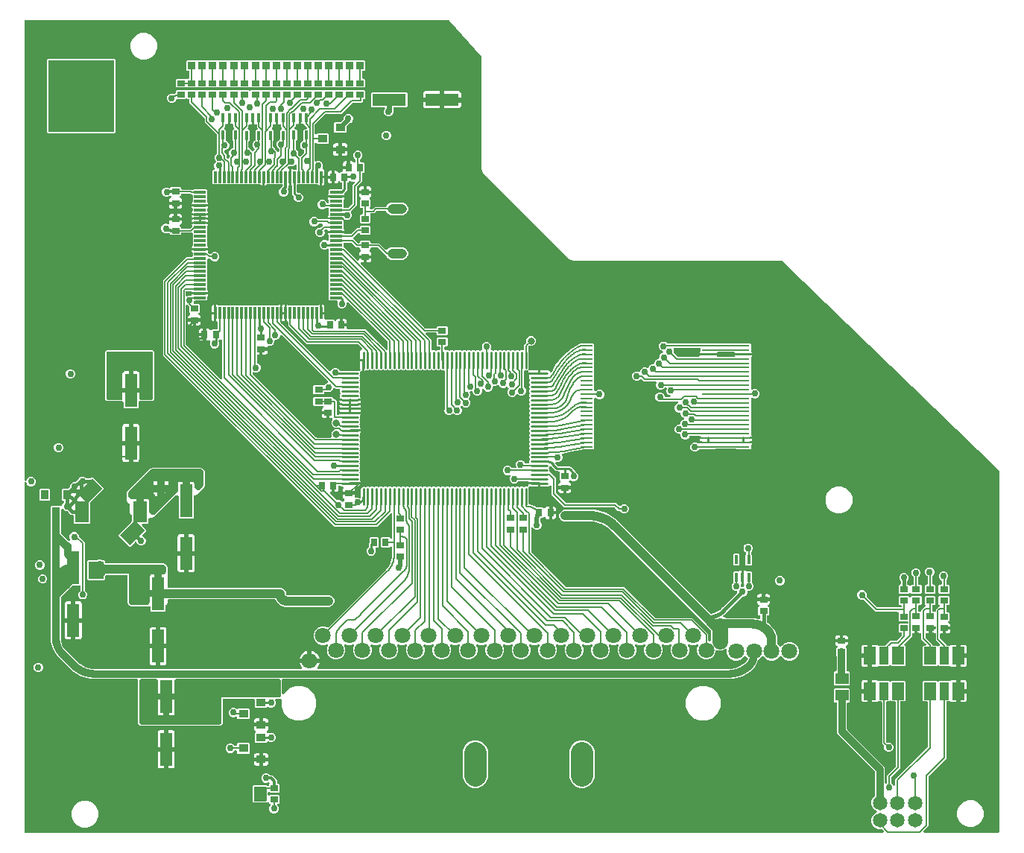
<source format=gbr>
G04 EAGLE Gerber RS-274X export*
G75*
%MOMM*%
%FSLAX34Y34*%
%LPD*%
%INTop Copper*%
%IPPOS*%
%AMOC8*
5,1,8,0,0,1.08239X$1,22.5*%
G01*
%ADD10C,1.800000*%
%ADD11C,1.800000*%
%ADD12C,2.550000*%
%ADD13C,0.254000*%
%ADD14C,1.650000*%
%ADD15R,0.323600X1.347200*%
%ADD16R,1.347200X0.323600*%
%ADD17R,1.422400X0.254000*%
%ADD18R,0.900000X0.700000*%
%ADD19R,0.700000X0.900000*%
%ADD20R,0.400000X1.000000*%
%ADD21C,1.117600*%
%ADD22R,1.400000X3.800000*%
%ADD23R,3.800000X1.400000*%
%ADD24R,1.100000X0.900000*%
%ADD25R,0.900000X1.100000*%
%ADD26R,1.400000X2.000000*%
%ADD27R,1.000000X2.000000*%
%ADD28R,1.600000X2.400000*%
%ADD29R,2.400000X1.600000*%
%ADD30R,1.500000X1.300000*%
%ADD31C,0.152400*%
%ADD32C,0.756400*%
%ADD33C,0.203200*%
%ADD34C,0.609600*%
%ADD35C,0.956400*%
%ADD36C,0.406400*%
%ADD37C,0.806400*%
%ADD38C,0.304800*%
%ADD39C,0.508000*%
%ADD40C,0.812800*%
%ADD41C,1.016000*%
%ADD42R,0.906400X0.906400*%

G36*
X985455Y15131D02*
X985455Y15131D01*
X985593Y15144D01*
X985612Y15151D01*
X985633Y15154D01*
X985762Y15205D01*
X985893Y15252D01*
X985910Y15263D01*
X985928Y15271D01*
X986041Y15352D01*
X986156Y15430D01*
X986169Y15446D01*
X986186Y15457D01*
X986274Y15565D01*
X986366Y15669D01*
X986376Y15687D01*
X986388Y15702D01*
X986448Y15828D01*
X986511Y15952D01*
X986515Y15972D01*
X986524Y15990D01*
X986550Y16127D01*
X986581Y16262D01*
X986580Y16283D01*
X986584Y16303D01*
X986575Y16441D01*
X986571Y16580D01*
X986565Y16600D01*
X986564Y16620D01*
X986521Y16752D01*
X986483Y16886D01*
X986472Y16903D01*
X986466Y16922D01*
X986392Y17040D01*
X986321Y17160D01*
X986302Y17181D01*
X986296Y17191D01*
X986281Y17205D01*
X986215Y17281D01*
X984620Y18876D01*
X984541Y18936D01*
X984469Y19004D01*
X984416Y19033D01*
X984368Y19070D01*
X984277Y19110D01*
X984191Y19158D01*
X984132Y19173D01*
X984076Y19197D01*
X983979Y19212D01*
X983883Y19237D01*
X983783Y19243D01*
X983762Y19247D01*
X983750Y19245D01*
X983722Y19247D01*
X980086Y19247D01*
X976493Y20735D01*
X973743Y23485D01*
X972255Y27078D01*
X972255Y30966D01*
X973743Y34559D01*
X976493Y37309D01*
X977799Y37849D01*
X977919Y37918D01*
X978042Y37983D01*
X978057Y37997D01*
X978075Y38007D01*
X978175Y38104D01*
X978278Y38197D01*
X978289Y38214D01*
X978303Y38228D01*
X978376Y38347D01*
X978452Y38463D01*
X978459Y38482D01*
X978469Y38499D01*
X978510Y38632D01*
X978556Y38764D01*
X978557Y38784D01*
X978563Y38803D01*
X978570Y38942D01*
X978581Y39081D01*
X978577Y39101D01*
X978578Y39121D01*
X978550Y39257D01*
X978526Y39394D01*
X978518Y39413D01*
X978514Y39432D01*
X978453Y39557D01*
X978396Y39684D01*
X978383Y39700D01*
X978374Y39718D01*
X978284Y39824D01*
X978197Y39932D01*
X978181Y39945D01*
X978168Y39960D01*
X978054Y40040D01*
X977943Y40124D01*
X977918Y40136D01*
X977908Y40143D01*
X977889Y40150D01*
X977799Y40195D01*
X976493Y40735D01*
X973743Y43485D01*
X972255Y47078D01*
X972255Y50966D01*
X973743Y54559D01*
X976070Y56885D01*
X976130Y56963D01*
X976198Y57035D01*
X976227Y57088D01*
X976264Y57136D01*
X976304Y57227D01*
X976352Y57314D01*
X976367Y57373D01*
X976391Y57428D01*
X976406Y57526D01*
X976431Y57622D01*
X976437Y57722D01*
X976441Y57742D01*
X976439Y57755D01*
X976441Y57783D01*
X976441Y84215D01*
X976429Y84314D01*
X976426Y84413D01*
X976409Y84471D01*
X976401Y84531D01*
X976365Y84623D01*
X976337Y84718D01*
X976307Y84770D01*
X976284Y84827D01*
X976226Y84907D01*
X976176Y84992D01*
X976110Y85067D01*
X976098Y85084D01*
X976088Y85092D01*
X976070Y85113D01*
X934300Y126882D01*
X933449Y128936D01*
X933449Y162054D01*
X933434Y162172D01*
X933427Y162291D01*
X933414Y162329D01*
X933409Y162370D01*
X933366Y162480D01*
X933329Y162593D01*
X933307Y162628D01*
X933292Y162665D01*
X933223Y162761D01*
X933159Y162862D01*
X933129Y162890D01*
X933106Y162923D01*
X933014Y162999D01*
X932927Y163080D01*
X932892Y163100D01*
X932861Y163125D01*
X932753Y163176D01*
X932649Y163234D01*
X932609Y163244D01*
X932573Y163261D01*
X932456Y163283D01*
X932341Y163313D01*
X932281Y163317D01*
X932261Y163321D01*
X932240Y163319D01*
X932180Y163323D01*
X930906Y163323D01*
X930013Y164216D01*
X930013Y178480D01*
X930906Y179373D01*
X947170Y179373D01*
X948063Y178480D01*
X948063Y164216D01*
X947170Y163323D01*
X945896Y163323D01*
X945778Y163308D01*
X945659Y163301D01*
X945621Y163288D01*
X945580Y163283D01*
X945470Y163240D01*
X945357Y163203D01*
X945322Y163181D01*
X945285Y163166D01*
X945189Y163097D01*
X945088Y163033D01*
X945060Y163003D01*
X945027Y162980D01*
X944951Y162888D01*
X944870Y162801D01*
X944850Y162766D01*
X944825Y162735D01*
X944774Y162627D01*
X944716Y162523D01*
X944706Y162483D01*
X944689Y162447D01*
X944667Y162330D01*
X944637Y162215D01*
X944633Y162155D01*
X944629Y162135D01*
X944631Y162114D01*
X944627Y162054D01*
X944627Y132889D01*
X944639Y132790D01*
X944642Y132691D01*
X944659Y132633D01*
X944667Y132573D01*
X944703Y132481D01*
X944731Y132386D01*
X944761Y132334D01*
X944784Y132277D01*
X944842Y132197D01*
X944892Y132112D01*
X944958Y132037D01*
X944970Y132020D01*
X944980Y132012D01*
X944998Y131991D01*
X986768Y90222D01*
X987619Y88168D01*
X987619Y72041D01*
X987625Y71991D01*
X987623Y71942D01*
X987645Y71834D01*
X987659Y71725D01*
X987677Y71679D01*
X987687Y71630D01*
X987735Y71531D01*
X987776Y71429D01*
X987805Y71389D01*
X987827Y71344D01*
X987898Y71261D01*
X987962Y71172D01*
X988001Y71140D01*
X988033Y71103D01*
X988123Y71039D01*
X988207Y70969D01*
X988252Y70948D01*
X988293Y70919D01*
X988396Y70880D01*
X988495Y70834D01*
X988544Y70824D01*
X988590Y70807D01*
X988700Y70795D01*
X988807Y70774D01*
X988857Y70777D01*
X988906Y70771D01*
X989015Y70787D01*
X989125Y70794D01*
X989172Y70809D01*
X989221Y70816D01*
X989374Y70868D01*
X989435Y70893D01*
X989460Y70908D01*
X989488Y70917D01*
X989598Y70986D01*
X989711Y71051D01*
X989732Y71071D01*
X989757Y71087D01*
X989846Y71182D01*
X989939Y71272D01*
X989955Y71297D01*
X989975Y71319D01*
X990038Y71432D01*
X990106Y71543D01*
X990114Y71571D01*
X990129Y71597D01*
X990161Y71723D01*
X990199Y71847D01*
X990201Y71877D01*
X990208Y71905D01*
X990218Y72066D01*
X990218Y80322D01*
X999880Y89983D01*
X999940Y90062D01*
X1000008Y90134D01*
X1000037Y90187D01*
X1000074Y90235D01*
X1000114Y90326D01*
X1000162Y90412D01*
X1000177Y90471D01*
X1000201Y90527D01*
X1000216Y90625D01*
X1000241Y90720D01*
X1000247Y90820D01*
X1000251Y90841D01*
X1000249Y90853D01*
X1000251Y90881D01*
X1000251Y163294D01*
X1000236Y163412D01*
X1000229Y163531D01*
X1000216Y163569D01*
X1000211Y163610D01*
X1000168Y163720D01*
X1000131Y163833D01*
X1000109Y163868D01*
X1000094Y163905D01*
X1000025Y164001D01*
X999961Y164102D01*
X999931Y164130D01*
X999908Y164163D01*
X999816Y164239D01*
X999729Y164320D01*
X999694Y164340D01*
X999663Y164365D01*
X999555Y164416D01*
X999451Y164474D01*
X999411Y164484D01*
X999375Y164501D01*
X999258Y164523D01*
X999143Y164553D01*
X999083Y164557D01*
X999063Y164561D01*
X999042Y164559D01*
X998982Y164563D01*
X995158Y164563D01*
X994688Y165034D01*
X994594Y165107D01*
X994504Y165186D01*
X994468Y165204D01*
X994436Y165229D01*
X994327Y165276D01*
X994221Y165331D01*
X994182Y165339D01*
X994144Y165355D01*
X994027Y165374D01*
X993911Y165400D01*
X993870Y165399D01*
X993830Y165405D01*
X993712Y165394D01*
X993593Y165391D01*
X993554Y165379D01*
X993514Y165376D01*
X993402Y165335D01*
X993287Y165302D01*
X993252Y165282D01*
X993214Y165268D01*
X993116Y165201D01*
X993013Y165141D01*
X992968Y165101D01*
X992951Y165089D01*
X992938Y165074D01*
X992893Y165034D01*
X992422Y164563D01*
X990346Y164563D01*
X990228Y164548D01*
X990109Y164541D01*
X990071Y164528D01*
X990030Y164523D01*
X989920Y164480D01*
X989807Y164443D01*
X989772Y164421D01*
X989735Y164406D01*
X989639Y164337D01*
X989538Y164273D01*
X989510Y164243D01*
X989477Y164220D01*
X989401Y164128D01*
X989320Y164041D01*
X989300Y164006D01*
X989275Y163975D01*
X989224Y163867D01*
X989166Y163763D01*
X989156Y163723D01*
X989139Y163687D01*
X989117Y163570D01*
X989087Y163455D01*
X989083Y163395D01*
X989079Y163375D01*
X989081Y163354D01*
X989077Y163294D01*
X989077Y118948D01*
X989089Y118850D01*
X989092Y118751D01*
X989109Y118693D01*
X989117Y118632D01*
X989153Y118540D01*
X989181Y118445D01*
X989211Y118393D01*
X989234Y118337D01*
X989292Y118257D01*
X989342Y118171D01*
X989408Y118096D01*
X989420Y118079D01*
X989430Y118072D01*
X989448Y118051D01*
X989749Y117750D01*
X989773Y117731D01*
X989792Y117709D01*
X989898Y117634D01*
X990001Y117555D01*
X990028Y117543D01*
X990052Y117526D01*
X990173Y117480D01*
X990293Y117428D01*
X990322Y117424D01*
X990350Y117413D01*
X990479Y117399D01*
X990607Y117378D01*
X990636Y117381D01*
X990666Y117378D01*
X990794Y117396D01*
X990923Y117408D01*
X990951Y117418D01*
X990980Y117422D01*
X991055Y117448D01*
X993180Y117448D01*
X995130Y116640D01*
X996623Y115147D01*
X997431Y113197D01*
X997431Y111085D01*
X996623Y109135D01*
X995130Y107642D01*
X993180Y106834D01*
X991068Y106834D01*
X989118Y107642D01*
X987625Y109135D01*
X986817Y111085D01*
X986817Y113211D01*
X986840Y113314D01*
X986875Y113439D01*
X986875Y113468D01*
X986882Y113497D01*
X986878Y113627D01*
X986880Y113757D01*
X986873Y113786D01*
X986872Y113815D01*
X986836Y113940D01*
X986806Y114066D01*
X986792Y114092D01*
X986783Y114121D01*
X986718Y114232D01*
X986657Y114347D01*
X986637Y114369D01*
X986622Y114395D01*
X986516Y114516D01*
X984503Y116528D01*
X984503Y163294D01*
X984488Y163412D01*
X984481Y163531D01*
X984468Y163569D01*
X984463Y163610D01*
X984420Y163720D01*
X984383Y163833D01*
X984361Y163868D01*
X984346Y163905D01*
X984277Y164001D01*
X984213Y164102D01*
X984183Y164130D01*
X984160Y164163D01*
X984068Y164239D01*
X983981Y164320D01*
X983946Y164340D01*
X983915Y164365D01*
X983807Y164416D01*
X983703Y164474D01*
X983663Y164484D01*
X983627Y164501D01*
X983510Y164523D01*
X983395Y164553D01*
X983335Y164557D01*
X983315Y164561D01*
X983294Y164559D01*
X983234Y164563D01*
X981035Y164563D01*
X980939Y164612D01*
X980900Y164621D01*
X980863Y164637D01*
X980745Y164656D01*
X980629Y164682D01*
X980589Y164681D01*
X980549Y164687D01*
X980430Y164676D01*
X980311Y164672D01*
X980272Y164661D01*
X980232Y164657D01*
X980120Y164617D01*
X980006Y164584D01*
X979971Y164563D01*
X979933Y164550D01*
X979834Y164483D01*
X979732Y164422D01*
X979687Y164382D01*
X979670Y164371D01*
X979656Y164356D01*
X979611Y164316D01*
X979350Y164055D01*
X978771Y163720D01*
X978124Y163547D01*
X973329Y163547D01*
X973329Y174818D01*
X973314Y174936D01*
X973307Y175055D01*
X973294Y175093D01*
X973289Y175133D01*
X973245Y175244D01*
X973209Y175357D01*
X973187Y175392D01*
X973172Y175429D01*
X973102Y175525D01*
X973039Y175626D01*
X973009Y175654D01*
X972985Y175686D01*
X972894Y175762D01*
X972807Y175844D01*
X972772Y175863D01*
X972740Y175889D01*
X972633Y175940D01*
X972529Y175997D01*
X972489Y176008D01*
X972453Y176025D01*
X972336Y176047D01*
X972221Y176077D01*
X972160Y176081D01*
X972140Y176085D01*
X972120Y176083D01*
X972060Y176087D01*
X970789Y176087D01*
X970789Y176089D01*
X972060Y176089D01*
X972178Y176104D01*
X972297Y176111D01*
X972335Y176124D01*
X972375Y176129D01*
X972486Y176173D01*
X972599Y176209D01*
X972634Y176231D01*
X972671Y176246D01*
X972767Y176316D01*
X972868Y176379D01*
X972896Y176409D01*
X972928Y176433D01*
X973004Y176524D01*
X973086Y176611D01*
X973105Y176646D01*
X973131Y176678D01*
X973182Y176785D01*
X973239Y176889D01*
X973250Y176929D01*
X973267Y176965D01*
X973289Y177082D01*
X973319Y177197D01*
X973323Y177258D01*
X973327Y177278D01*
X973325Y177298D01*
X973329Y177358D01*
X973329Y188629D01*
X978124Y188629D01*
X978771Y188456D01*
X979350Y188121D01*
X979611Y187860D01*
X979705Y187787D01*
X979794Y187708D01*
X979830Y187690D01*
X979862Y187665D01*
X979971Y187618D01*
X980077Y187564D01*
X980117Y187555D01*
X980154Y187539D01*
X980271Y187520D01*
X980388Y187494D01*
X980428Y187495D01*
X980468Y187489D01*
X980586Y187500D01*
X980706Y187504D01*
X980744Y187515D01*
X980785Y187519D01*
X980897Y187559D01*
X981011Y187592D01*
X981046Y187613D01*
X992422Y187613D01*
X992893Y187142D01*
X992987Y187069D01*
X993076Y186990D01*
X993112Y186972D01*
X993144Y186947D01*
X993253Y186899D01*
X993359Y186845D01*
X993398Y186837D01*
X993436Y186821D01*
X993553Y186802D01*
X993669Y186776D01*
X993710Y186777D01*
X993750Y186771D01*
X993868Y186782D01*
X993987Y186785D01*
X994026Y186797D01*
X994066Y186800D01*
X994178Y186841D01*
X994293Y186874D01*
X994328Y186894D01*
X994366Y186908D01*
X994464Y186975D01*
X994567Y187035D01*
X994612Y187075D01*
X994629Y187087D01*
X994642Y187102D01*
X994688Y187142D01*
X995158Y187613D01*
X1010422Y187613D01*
X1011315Y186720D01*
X1011315Y165456D01*
X1010422Y164563D01*
X1006094Y164563D01*
X1005976Y164548D01*
X1005857Y164541D01*
X1005819Y164528D01*
X1005778Y164523D01*
X1005668Y164480D01*
X1005555Y164443D01*
X1005520Y164421D01*
X1005483Y164406D01*
X1005387Y164337D01*
X1005286Y164273D01*
X1005258Y164243D01*
X1005225Y164220D01*
X1005149Y164128D01*
X1005068Y164041D01*
X1005048Y164006D01*
X1005023Y163975D01*
X1004972Y163867D01*
X1004914Y163763D01*
X1004904Y163723D01*
X1004887Y163687D01*
X1004865Y163570D01*
X1004835Y163455D01*
X1004831Y163395D01*
X1004827Y163375D01*
X1004829Y163354D01*
X1004825Y163294D01*
X1004825Y88461D01*
X995163Y78800D01*
X995103Y78721D01*
X995035Y78649D01*
X995006Y78596D01*
X994969Y78548D01*
X994929Y78457D01*
X994881Y78371D01*
X994866Y78312D01*
X994842Y78256D01*
X994827Y78158D01*
X994802Y78063D01*
X994796Y77963D01*
X994792Y77942D01*
X994794Y77930D01*
X994792Y77902D01*
X994792Y72066D01*
X994795Y72036D01*
X994793Y72007D01*
X994815Y71879D01*
X994832Y71750D01*
X994842Y71723D01*
X994848Y71694D01*
X994901Y71575D01*
X994949Y71455D01*
X994966Y71431D01*
X994978Y71404D01*
X995059Y71302D01*
X995135Y71197D01*
X995158Y71178D01*
X995177Y71155D01*
X995280Y71077D01*
X995380Y70994D01*
X995407Y70982D01*
X995431Y70964D01*
X995501Y70929D01*
X997004Y69427D01*
X997047Y69322D01*
X997082Y69261D01*
X997108Y69196D01*
X997160Y69124D01*
X997205Y69046D01*
X997253Y68996D01*
X997294Y68939D01*
X997364Y68882D01*
X997426Y68817D01*
X997486Y68781D01*
X997539Y68736D01*
X997621Y68698D01*
X997697Y68651D01*
X997764Y68630D01*
X997827Y68601D01*
X997915Y68584D01*
X998001Y68557D01*
X998071Y68554D01*
X998140Y68541D01*
X998229Y68546D01*
X998319Y68542D01*
X998387Y68556D01*
X998457Y68561D01*
X998542Y68588D01*
X998630Y68606D01*
X998693Y68637D01*
X998759Y68659D01*
X998835Y68707D01*
X998916Y68746D01*
X998969Y68791D01*
X999028Y68829D01*
X999090Y68894D01*
X999158Y68952D01*
X999198Y69010D01*
X999246Y69060D01*
X999289Y69139D01*
X999341Y69213D01*
X999366Y69278D01*
X999400Y69339D01*
X999422Y69426D01*
X999454Y69510D01*
X999462Y69579D01*
X999479Y69647D01*
X999489Y69808D01*
X999489Y75728D01*
X1036204Y112443D01*
X1036264Y112521D01*
X1036332Y112593D01*
X1036361Y112646D01*
X1036398Y112694D01*
X1036438Y112785D01*
X1036486Y112872D01*
X1036501Y112930D01*
X1036525Y112986D01*
X1036540Y113084D01*
X1036565Y113179D01*
X1036571Y113280D01*
X1036575Y113300D01*
X1036573Y113312D01*
X1036575Y113340D01*
X1036575Y163294D01*
X1036560Y163412D01*
X1036553Y163531D01*
X1036540Y163569D01*
X1036535Y163610D01*
X1036492Y163720D01*
X1036455Y163833D01*
X1036433Y163868D01*
X1036418Y163905D01*
X1036349Y164001D01*
X1036285Y164102D01*
X1036255Y164130D01*
X1036232Y164163D01*
X1036140Y164239D01*
X1036053Y164320D01*
X1036018Y164340D01*
X1035987Y164365D01*
X1035879Y164416D01*
X1035775Y164474D01*
X1035735Y164484D01*
X1035699Y164501D01*
X1035582Y164523D01*
X1035467Y164553D01*
X1035407Y164557D01*
X1035387Y164561D01*
X1035366Y164559D01*
X1035306Y164563D01*
X1031484Y164563D01*
X1030591Y165456D01*
X1030591Y186720D01*
X1031484Y187613D01*
X1046748Y187613D01*
X1047218Y187142D01*
X1047312Y187069D01*
X1047402Y186990D01*
X1047438Y186972D01*
X1047470Y186947D01*
X1047579Y186900D01*
X1047685Y186845D01*
X1047724Y186837D01*
X1047762Y186821D01*
X1047879Y186802D01*
X1047995Y186776D01*
X1048036Y186777D01*
X1048076Y186771D01*
X1048194Y186782D01*
X1048313Y186785D01*
X1048352Y186797D01*
X1048392Y186800D01*
X1048504Y186841D01*
X1048619Y186874D01*
X1048654Y186894D01*
X1048692Y186908D01*
X1048790Y186975D01*
X1048893Y187035D01*
X1048938Y187075D01*
X1048955Y187087D01*
X1048968Y187102D01*
X1049013Y187142D01*
X1049484Y187613D01*
X1060871Y187613D01*
X1060967Y187564D01*
X1061006Y187555D01*
X1061043Y187539D01*
X1061161Y187520D01*
X1061277Y187494D01*
X1061317Y187495D01*
X1061357Y187489D01*
X1061476Y187500D01*
X1061595Y187504D01*
X1061634Y187515D01*
X1061674Y187519D01*
X1061786Y187559D01*
X1061900Y187592D01*
X1061935Y187613D01*
X1061973Y187626D01*
X1062072Y187693D01*
X1062174Y187754D01*
X1062219Y187794D01*
X1062236Y187805D01*
X1062250Y187820D01*
X1062295Y187860D01*
X1062556Y188121D01*
X1063135Y188456D01*
X1063782Y188629D01*
X1068577Y188629D01*
X1068577Y177358D01*
X1068592Y177240D01*
X1068599Y177121D01*
X1068612Y177083D01*
X1068617Y177043D01*
X1068660Y176932D01*
X1068697Y176819D01*
X1068719Y176784D01*
X1068734Y176747D01*
X1068804Y176651D01*
X1068867Y176550D01*
X1068897Y176522D01*
X1068921Y176490D01*
X1069012Y176414D01*
X1069099Y176332D01*
X1069134Y176313D01*
X1069165Y176287D01*
X1069273Y176236D01*
X1069377Y176179D01*
X1069417Y176168D01*
X1069453Y176151D01*
X1069570Y176129D01*
X1069685Y176099D01*
X1069746Y176095D01*
X1069766Y176091D01*
X1069786Y176093D01*
X1069846Y176089D01*
X1071117Y176089D01*
X1071117Y176087D01*
X1069846Y176087D01*
X1069728Y176072D01*
X1069609Y176065D01*
X1069571Y176052D01*
X1069531Y176047D01*
X1069420Y176003D01*
X1069307Y175967D01*
X1069272Y175945D01*
X1069235Y175930D01*
X1069139Y175860D01*
X1069038Y175797D01*
X1069010Y175767D01*
X1068977Y175743D01*
X1068902Y175652D01*
X1068820Y175565D01*
X1068800Y175530D01*
X1068775Y175498D01*
X1068724Y175391D01*
X1068666Y175287D01*
X1068656Y175247D01*
X1068639Y175211D01*
X1068617Y175094D01*
X1068587Y174979D01*
X1068583Y174918D01*
X1068579Y174898D01*
X1068581Y174878D01*
X1068577Y174818D01*
X1068577Y163547D01*
X1063782Y163547D01*
X1063135Y163720D01*
X1062556Y164055D01*
X1062295Y164316D01*
X1062201Y164389D01*
X1062112Y164468D01*
X1062076Y164486D01*
X1062044Y164511D01*
X1061935Y164558D01*
X1061829Y164612D01*
X1061789Y164621D01*
X1061752Y164637D01*
X1061635Y164656D01*
X1061518Y164682D01*
X1061478Y164681D01*
X1061438Y164687D01*
X1061320Y164676D01*
X1061200Y164672D01*
X1061162Y164661D01*
X1061121Y164657D01*
X1061009Y164617D01*
X1060895Y164584D01*
X1060860Y164563D01*
X1058672Y164563D01*
X1058554Y164548D01*
X1058435Y164541D01*
X1058397Y164528D01*
X1058356Y164523D01*
X1058246Y164480D01*
X1058133Y164443D01*
X1058098Y164421D01*
X1058061Y164406D01*
X1057965Y164337D01*
X1057864Y164273D01*
X1057836Y164243D01*
X1057803Y164220D01*
X1057727Y164128D01*
X1057646Y164041D01*
X1057626Y164006D01*
X1057601Y163975D01*
X1057550Y163867D01*
X1057492Y163763D01*
X1057482Y163723D01*
X1057465Y163687D01*
X1057443Y163570D01*
X1057413Y163455D01*
X1057409Y163395D01*
X1057405Y163375D01*
X1057407Y163354D01*
X1057403Y163294D01*
X1057403Y99129D01*
X1037581Y79308D01*
X1037521Y79229D01*
X1037453Y79157D01*
X1037424Y79104D01*
X1037387Y79056D01*
X1037347Y78965D01*
X1037299Y78879D01*
X1037284Y78820D01*
X1037260Y78764D01*
X1037245Y78666D01*
X1037220Y78571D01*
X1037214Y78471D01*
X1037210Y78450D01*
X1037212Y78438D01*
X1037210Y78410D01*
X1037210Y22675D01*
X1031815Y17281D01*
X1031730Y17171D01*
X1031642Y17064D01*
X1031633Y17045D01*
X1031620Y17029D01*
X1031565Y16901D01*
X1031506Y16776D01*
X1031502Y16756D01*
X1031494Y16737D01*
X1031472Y16599D01*
X1031446Y16464D01*
X1031447Y16443D01*
X1031444Y16423D01*
X1031457Y16284D01*
X1031466Y16146D01*
X1031472Y16127D01*
X1031474Y16107D01*
X1031521Y15975D01*
X1031564Y15844D01*
X1031575Y15826D01*
X1031582Y15807D01*
X1031660Y15692D01*
X1031734Y15575D01*
X1031749Y15561D01*
X1031760Y15544D01*
X1031865Y15452D01*
X1031966Y15357D01*
X1031983Y15347D01*
X1031999Y15334D01*
X1032123Y15270D01*
X1032244Y15203D01*
X1032264Y15198D01*
X1032282Y15189D01*
X1032418Y15159D01*
X1032552Y15124D01*
X1032580Y15122D01*
X1032592Y15120D01*
X1032613Y15120D01*
X1032713Y15114D01*
X1116584Y15114D01*
X1116702Y15129D01*
X1116821Y15136D01*
X1116859Y15149D01*
X1116900Y15154D01*
X1117010Y15197D01*
X1117123Y15234D01*
X1117158Y15256D01*
X1117195Y15271D01*
X1117291Y15341D01*
X1117392Y15404D01*
X1117420Y15434D01*
X1117453Y15457D01*
X1117529Y15549D01*
X1117610Y15636D01*
X1117630Y15671D01*
X1117655Y15702D01*
X1117706Y15810D01*
X1117764Y15914D01*
X1117774Y15954D01*
X1117791Y15990D01*
X1117813Y16107D01*
X1117843Y16222D01*
X1117847Y16283D01*
X1117851Y16303D01*
X1117849Y16323D01*
X1117853Y16383D01*
X1117853Y425226D01*
X1117839Y425335D01*
X1117834Y425445D01*
X1117820Y425492D01*
X1117813Y425541D01*
X1117773Y425644D01*
X1117740Y425749D01*
X1117715Y425791D01*
X1117696Y425837D01*
X1117632Y425926D01*
X1117574Y426020D01*
X1117522Y426076D01*
X1117510Y426094D01*
X1117496Y426105D01*
X1117465Y426139D01*
X870226Y664742D01*
X870155Y664795D01*
X870092Y664855D01*
X870029Y664890D01*
X869971Y664933D01*
X869890Y664966D01*
X869813Y665009D01*
X869743Y665027D01*
X869677Y665054D01*
X869590Y665066D01*
X869505Y665088D01*
X869375Y665096D01*
X869362Y665098D01*
X869356Y665098D01*
X869344Y665098D01*
X633589Y665098D01*
X629575Y666761D01*
X530998Y765338D01*
X529335Y769352D01*
X529335Y896336D01*
X529328Y896394D01*
X529330Y896453D01*
X529308Y896551D01*
X529295Y896651D01*
X529274Y896706D01*
X529261Y896764D01*
X529215Y896853D01*
X529178Y896947D01*
X529144Y896995D01*
X529117Y897047D01*
X529019Y897175D01*
X493101Y937972D01*
X492996Y938064D01*
X492895Y938159D01*
X492877Y938169D01*
X492862Y938182D01*
X492738Y938245D01*
X492617Y938313D01*
X492597Y938318D01*
X492579Y938327D01*
X492443Y938357D01*
X492309Y938392D01*
X492281Y938394D01*
X492269Y938397D01*
X492248Y938396D01*
X492148Y938402D01*
X11430Y938402D01*
X11312Y938387D01*
X11193Y938380D01*
X11155Y938367D01*
X11114Y938362D01*
X11004Y938319D01*
X10891Y938282D01*
X10856Y938260D01*
X10819Y938245D01*
X10723Y938176D01*
X10622Y938112D01*
X10594Y938082D01*
X10561Y938059D01*
X10486Y937967D01*
X10404Y937880D01*
X10384Y937845D01*
X10359Y937814D01*
X10308Y937706D01*
X10250Y937602D01*
X10240Y937562D01*
X10223Y937526D01*
X10201Y937409D01*
X10171Y937294D01*
X10167Y937234D01*
X10163Y937214D01*
X10165Y937193D01*
X10161Y937133D01*
X10161Y416128D01*
X10170Y416058D01*
X10168Y415989D01*
X10189Y415901D01*
X10201Y415812D01*
X10226Y415747D01*
X10243Y415679D01*
X10285Y415600D01*
X10318Y415516D01*
X10359Y415460D01*
X10391Y415398D01*
X10452Y415332D01*
X10504Y415259D01*
X10558Y415214D01*
X10605Y415163D01*
X10680Y415114D01*
X10749Y415056D01*
X10813Y415026D01*
X10871Y414988D01*
X10956Y414959D01*
X11037Y414921D01*
X11106Y414908D01*
X11172Y414885D01*
X11261Y414878D01*
X11350Y414861D01*
X11419Y414865D01*
X11489Y414860D01*
X11577Y414875D01*
X11667Y414881D01*
X11733Y414902D01*
X11802Y414914D01*
X11884Y414951D01*
X11969Y414979D01*
X12028Y415016D01*
X12092Y415045D01*
X12162Y415101D01*
X12238Y415149D01*
X12286Y415200D01*
X12340Y415243D01*
X12394Y415315D01*
X12456Y415380D01*
X12490Y415442D01*
X12532Y415497D01*
X12603Y415642D01*
X13281Y417280D01*
X14774Y418773D01*
X16724Y419581D01*
X18836Y419581D01*
X20786Y418773D01*
X22279Y417280D01*
X23087Y415330D01*
X23087Y413218D01*
X22279Y411268D01*
X20786Y409775D01*
X18836Y408967D01*
X16724Y408967D01*
X14774Y409775D01*
X13281Y411268D01*
X12603Y412906D01*
X12595Y412920D01*
X12592Y412928D01*
X12572Y412960D01*
X12568Y412967D01*
X12542Y413032D01*
X12490Y413104D01*
X12445Y413182D01*
X12397Y413232D01*
X12356Y413289D01*
X12286Y413346D01*
X12224Y413411D01*
X12164Y413447D01*
X12111Y413492D01*
X12029Y413530D01*
X11953Y413577D01*
X11886Y413598D01*
X11823Y413627D01*
X11735Y413644D01*
X11649Y413671D01*
X11579Y413674D01*
X11511Y413687D01*
X11421Y413682D01*
X11331Y413686D01*
X11263Y413672D01*
X11193Y413667D01*
X11108Y413640D01*
X11020Y413622D01*
X10957Y413591D01*
X10891Y413569D01*
X10815Y413521D01*
X10734Y413482D01*
X10681Y413437D01*
X10622Y413399D01*
X10560Y413334D01*
X10492Y413275D01*
X10452Y413218D01*
X10404Y413168D01*
X10361Y413089D01*
X10309Y413015D01*
X10284Y412950D01*
X10250Y412889D01*
X10228Y412802D01*
X10196Y412718D01*
X10188Y412649D01*
X10171Y412581D01*
X10164Y412474D01*
X10163Y412470D01*
X10164Y412465D01*
X10161Y412420D01*
X10161Y16383D01*
X10176Y16265D01*
X10183Y16146D01*
X10196Y16108D01*
X10201Y16067D01*
X10244Y15957D01*
X10281Y15844D01*
X10303Y15809D01*
X10318Y15772D01*
X10388Y15676D01*
X10451Y15575D01*
X10481Y15547D01*
X10504Y15514D01*
X10596Y15439D01*
X10683Y15357D01*
X10718Y15337D01*
X10749Y15312D01*
X10857Y15261D01*
X10961Y15203D01*
X11001Y15193D01*
X11037Y15176D01*
X11154Y15154D01*
X11269Y15124D01*
X11330Y15120D01*
X11350Y15116D01*
X11370Y15118D01*
X11430Y15114D01*
X985317Y15114D01*
X985455Y15131D01*
G37*
%LPC*%
G36*
X141572Y136397D02*
X141572Y136397D01*
X139191Y138778D01*
X139191Y188722D01*
X139176Y188840D01*
X139169Y188959D01*
X139156Y188997D01*
X139151Y189038D01*
X139108Y189148D01*
X139071Y189261D01*
X139049Y189296D01*
X139034Y189333D01*
X138965Y189429D01*
X138901Y189530D01*
X138871Y189558D01*
X138848Y189591D01*
X138756Y189667D01*
X138669Y189748D01*
X138634Y189768D01*
X138603Y189793D01*
X138495Y189844D01*
X138391Y189902D01*
X138351Y189912D01*
X138315Y189929D01*
X138198Y189951D01*
X138083Y189981D01*
X138023Y189985D01*
X138003Y189989D01*
X137982Y189987D01*
X137922Y189991D01*
X84847Y189991D01*
X74980Y192635D01*
X66134Y197742D01*
X62523Y201354D01*
X61558Y202318D01*
X50426Y213450D01*
X46577Y217299D01*
X42497Y224366D01*
X40385Y232247D01*
X40385Y372289D01*
X40373Y372387D01*
X40370Y372486D01*
X40353Y372544D01*
X40345Y372604D01*
X40309Y372696D01*
X40281Y372791D01*
X40251Y372844D01*
X40228Y372900D01*
X40170Y372980D01*
X40120Y373065D01*
X40054Y373141D01*
X40042Y373157D01*
X40032Y373165D01*
X40014Y373186D01*
X39949Y373250D01*
X39949Y385514D01*
X40842Y386407D01*
X51119Y386407D01*
X51187Y386362D01*
X51274Y386295D01*
X51320Y386275D01*
X51361Y386248D01*
X51465Y386212D01*
X51566Y386168D01*
X51615Y386161D01*
X51662Y386145D01*
X51771Y386136D01*
X51880Y386119D01*
X51929Y386123D01*
X51979Y386119D01*
X52087Y386138D01*
X52196Y386148D01*
X52243Y386165D01*
X52292Y386174D01*
X52392Y386219D01*
X52496Y386256D01*
X52537Y386284D01*
X52582Y386304D01*
X52668Y386373D01*
X52759Y386435D01*
X52792Y386472D01*
X52831Y386503D01*
X52897Y386591D01*
X52969Y386673D01*
X52992Y386717D01*
X53022Y386757D01*
X53093Y386902D01*
X53975Y389032D01*
X54545Y389602D01*
X54606Y389680D01*
X54674Y389753D01*
X54703Y389806D01*
X54740Y389854D01*
X54780Y389945D01*
X54828Y390031D01*
X54843Y390090D01*
X54867Y390145D01*
X54882Y390243D01*
X54907Y390339D01*
X54913Y390439D01*
X54917Y390460D01*
X54915Y390472D01*
X54917Y390500D01*
X54917Y391088D01*
X54902Y391206D01*
X54895Y391325D01*
X54882Y391363D01*
X54877Y391404D01*
X54834Y391514D01*
X54797Y391627D01*
X54775Y391662D01*
X54760Y391699D01*
X54691Y391795D01*
X54627Y391896D01*
X54597Y391924D01*
X54574Y391957D01*
X54482Y392033D01*
X54395Y392114D01*
X54360Y392134D01*
X54329Y392159D01*
X54221Y392210D01*
X54117Y392268D01*
X54077Y392278D01*
X54041Y392295D01*
X53924Y392317D01*
X53809Y392347D01*
X53749Y392351D01*
X53729Y392355D01*
X53708Y392353D01*
X53648Y392357D01*
X53342Y392357D01*
X52449Y393250D01*
X52449Y405514D01*
X53342Y406407D01*
X59943Y406407D01*
X60041Y406419D01*
X60140Y406422D01*
X60198Y406439D01*
X60259Y406447D01*
X60351Y406483D01*
X60446Y406511D01*
X60498Y406541D01*
X60554Y406564D01*
X60634Y406622D01*
X60720Y406672D01*
X60795Y406738D01*
X60812Y406750D01*
X60819Y406760D01*
X60841Y406778D01*
X61470Y407408D01*
X61471Y407409D01*
X61739Y407677D01*
X61799Y407755D01*
X61867Y407827D01*
X61896Y407880D01*
X61933Y407928D01*
X61973Y408019D01*
X62021Y408105D01*
X62035Y408161D01*
X62048Y408188D01*
X62049Y408195D01*
X62060Y408220D01*
X62075Y408318D01*
X62100Y408413D01*
X62105Y408484D01*
X62108Y408501D01*
X62107Y408516D01*
X62110Y408534D01*
X62108Y408546D01*
X62110Y408574D01*
X62110Y409381D01*
X62918Y411331D01*
X64411Y412824D01*
X66361Y413632D01*
X67168Y413632D01*
X67266Y413644D01*
X67365Y413647D01*
X67423Y413664D01*
X67484Y413672D01*
X67576Y413708D01*
X67671Y413736D01*
X67723Y413766D01*
X67779Y413789D01*
X67859Y413847D01*
X67945Y413897D01*
X68020Y413963D01*
X68037Y413975D01*
X68044Y413985D01*
X68066Y414003D01*
X69692Y415629D01*
X69692Y415630D01*
X72282Y418220D01*
X72337Y418242D01*
X72417Y418300D01*
X72503Y418350D01*
X72578Y418416D01*
X72595Y418428D01*
X72602Y418438D01*
X72624Y418456D01*
X73194Y419027D01*
X75144Y419835D01*
X77256Y419835D01*
X79206Y419027D01*
X79776Y418456D01*
X79855Y418396D01*
X79927Y418328D01*
X79980Y418299D01*
X80028Y418262D01*
X80119Y418222D01*
X80205Y418174D01*
X80264Y418159D01*
X80320Y418135D01*
X80417Y418120D01*
X80513Y418095D01*
X80613Y418089D01*
X80634Y418085D01*
X80646Y418087D01*
X80674Y418085D01*
X85071Y418085D01*
X85169Y418097D01*
X85268Y418100D01*
X85326Y418117D01*
X85386Y418125D01*
X85479Y418161D01*
X85574Y418189D01*
X85626Y418219D01*
X85682Y418242D01*
X85762Y418300D01*
X85848Y418350D01*
X85923Y418416D01*
X85940Y418428D01*
X85947Y418438D01*
X85968Y418456D01*
X86659Y419147D01*
X87922Y419147D01*
X100129Y406940D01*
X100129Y405677D01*
X85608Y391156D01*
X85548Y391078D01*
X85480Y391006D01*
X85451Y390953D01*
X85414Y390905D01*
X85374Y390814D01*
X85326Y390728D01*
X85311Y390669D01*
X85287Y390613D01*
X85272Y390515D01*
X85247Y390420D01*
X85241Y390320D01*
X85237Y390299D01*
X85239Y390287D01*
X85237Y390259D01*
X85237Y367098D01*
X84344Y366205D01*
X67080Y366205D01*
X66187Y367098D01*
X66187Y374904D01*
X66172Y375022D01*
X66165Y375141D01*
X66152Y375179D01*
X66147Y375220D01*
X66104Y375330D01*
X66067Y375443D01*
X66045Y375478D01*
X66030Y375515D01*
X65961Y375611D01*
X65897Y375712D01*
X65867Y375740D01*
X65844Y375773D01*
X65752Y375849D01*
X65665Y375930D01*
X65630Y375950D01*
X65599Y375975D01*
X65491Y376026D01*
X65387Y376084D01*
X65347Y376094D01*
X65311Y376111D01*
X65194Y376133D01*
X65079Y376163D01*
X65019Y376167D01*
X64999Y376171D01*
X64978Y376169D01*
X64918Y376173D01*
X63297Y376173D01*
X60494Y378977D01*
X60493Y378977D01*
X59123Y380348D01*
X59044Y380408D01*
X58972Y380476D01*
X58919Y380505D01*
X58871Y380542D01*
X58780Y380582D01*
X58694Y380630D01*
X58635Y380645D01*
X58579Y380669D01*
X58481Y380684D01*
X58386Y380709D01*
X58286Y380715D01*
X58265Y380719D01*
X58253Y380717D01*
X58225Y380719D01*
X57418Y380719D01*
X55468Y381527D01*
X54165Y382830D01*
X54085Y382892D01*
X54020Y382953D01*
X53988Y382971D01*
X53949Y383004D01*
X53930Y383012D01*
X53914Y383025D01*
X53804Y383072D01*
X53742Y383107D01*
X53715Y383113D01*
X53661Y383139D01*
X53641Y383143D01*
X53622Y383151D01*
X53486Y383173D01*
X53434Y383186D01*
X53406Y383188D01*
X53348Y383199D01*
X53328Y383198D01*
X53308Y383201D01*
X53169Y383188D01*
X53031Y383179D01*
X53012Y383173D01*
X52992Y383171D01*
X52860Y383124D01*
X52729Y383081D01*
X52711Y383070D01*
X52692Y383063D01*
X52657Y383040D01*
X52657Y383039D01*
X52653Y383037D01*
X52577Y382985D01*
X52460Y382911D01*
X52446Y382896D01*
X52429Y382885D01*
X52403Y382855D01*
X52399Y382853D01*
X52379Y382828D01*
X52337Y382781D01*
X52242Y382679D01*
X52232Y382662D01*
X52219Y382646D01*
X52203Y382615D01*
X52197Y382608D01*
X52169Y382549D01*
X52155Y382522D01*
X52088Y382401D01*
X52083Y382381D01*
X52074Y382363D01*
X52067Y382333D01*
X52061Y382320D01*
X52043Y382223D01*
X52009Y382093D01*
X52007Y382065D01*
X52004Y382053D01*
X52005Y382032D01*
X52005Y382025D01*
X52001Y382008D01*
X52002Y381990D01*
X51999Y381932D01*
X51999Y373250D01*
X51934Y373186D01*
X51874Y373108D01*
X51806Y373036D01*
X51777Y372983D01*
X51740Y372935D01*
X51700Y372844D01*
X51652Y372757D01*
X51637Y372699D01*
X51613Y372643D01*
X51598Y372545D01*
X51573Y372449D01*
X51567Y372349D01*
X51563Y372329D01*
X51565Y372317D01*
X51563Y372289D01*
X51563Y355774D01*
X51575Y355675D01*
X51578Y355576D01*
X51595Y355518D01*
X51603Y355458D01*
X51639Y355366D01*
X51667Y355271D01*
X51697Y355219D01*
X51720Y355162D01*
X51778Y355082D01*
X51828Y354997D01*
X51894Y354922D01*
X51906Y354905D01*
X51916Y354897D01*
X51934Y354876D01*
X59982Y346828D01*
X60060Y346768D01*
X60133Y346700D01*
X60186Y346671D01*
X60233Y346634D01*
X60324Y346594D01*
X60411Y346546D01*
X60470Y346531D01*
X60525Y346507D01*
X60623Y346492D01*
X60719Y346467D01*
X60819Y346461D01*
X60839Y346457D01*
X60852Y346459D01*
X60880Y346457D01*
X61030Y346457D01*
X61036Y346455D01*
X61176Y346453D01*
X61315Y346446D01*
X61334Y346450D01*
X61354Y346450D01*
X61490Y346482D01*
X61626Y346511D01*
X61644Y346519D01*
X61663Y346524D01*
X61786Y346589D01*
X61912Y346650D01*
X61927Y346663D01*
X61944Y346672D01*
X62048Y346766D01*
X62154Y346857D01*
X62165Y346873D01*
X62180Y346886D01*
X62256Y347002D01*
X62337Y347117D01*
X62344Y347135D01*
X62355Y347152D01*
X62400Y347283D01*
X62450Y347414D01*
X62452Y347434D01*
X62458Y347452D01*
X62469Y347591D01*
X62485Y347730D01*
X62482Y347750D01*
X62484Y347769D01*
X62460Y347907D01*
X62440Y348045D01*
X62431Y348071D01*
X62429Y348083D01*
X62421Y348101D01*
X62388Y348197D01*
X61495Y350353D01*
X61495Y352465D01*
X62303Y354415D01*
X63796Y355908D01*
X65746Y356716D01*
X67858Y356716D01*
X69808Y355908D01*
X71301Y354415D01*
X72116Y352446D01*
X72121Y352409D01*
X72124Y352310D01*
X72141Y352252D01*
X72149Y352192D01*
X72185Y352100D01*
X72213Y352004D01*
X72243Y351952D01*
X72266Y351896D01*
X72324Y351816D01*
X72374Y351731D01*
X72440Y351655D01*
X72452Y351639D01*
X72462Y351631D01*
X72480Y351610D01*
X78995Y345095D01*
X78995Y291113D01*
X79007Y291015D01*
X79010Y290916D01*
X79027Y290857D01*
X79035Y290797D01*
X79071Y290705D01*
X79099Y290610D01*
X79129Y290558D01*
X79152Y290502D01*
X79210Y290422D01*
X79260Y290336D01*
X79326Y290261D01*
X79338Y290244D01*
X79348Y290237D01*
X79366Y290215D01*
X80953Y288629D01*
X81761Y286679D01*
X81761Y284567D01*
X80953Y282617D01*
X79460Y281124D01*
X77510Y280316D01*
X75398Y280316D01*
X73448Y281124D01*
X71955Y282617D01*
X71147Y284567D01*
X71147Y286679D01*
X71955Y288629D01*
X73542Y290215D01*
X73602Y290294D01*
X73670Y290366D01*
X73699Y290419D01*
X73736Y290467D01*
X73776Y290558D01*
X73824Y290644D01*
X73839Y290703D01*
X73863Y290759D01*
X73878Y290856D01*
X73903Y290952D01*
X73909Y291052D01*
X73913Y291073D01*
X73911Y291085D01*
X73913Y291113D01*
X73913Y294718D01*
X73898Y294836D01*
X73891Y294955D01*
X73878Y294993D01*
X73873Y295034D01*
X73830Y295144D01*
X73793Y295257D01*
X73771Y295292D01*
X73756Y295329D01*
X73687Y295425D01*
X73623Y295526D01*
X73593Y295554D01*
X73570Y295587D01*
X73478Y295663D01*
X73391Y295744D01*
X73356Y295764D01*
X73325Y295789D01*
X73217Y295840D01*
X73113Y295898D01*
X73073Y295908D01*
X73037Y295925D01*
X72920Y295947D01*
X72805Y295977D01*
X72745Y295981D01*
X72725Y295985D01*
X72704Y295983D01*
X72644Y295987D01*
X65657Y295987D01*
X65558Y295975D01*
X65459Y295972D01*
X65401Y295955D01*
X65341Y295947D01*
X65249Y295911D01*
X65154Y295883D01*
X65102Y295853D01*
X65045Y295830D01*
X64965Y295772D01*
X64880Y295722D01*
X64805Y295656D01*
X64788Y295644D01*
X64780Y295634D01*
X64759Y295616D01*
X63263Y294119D01*
X61514Y292371D01*
X61334Y292190D01*
X51934Y282791D01*
X51874Y282713D01*
X51806Y282640D01*
X51777Y282587D01*
X51740Y282540D01*
X51700Y282449D01*
X51652Y282362D01*
X51637Y282303D01*
X51613Y282248D01*
X51598Y282150D01*
X51573Y282054D01*
X51567Y281954D01*
X51563Y281934D01*
X51565Y281921D01*
X51563Y281893D01*
X51563Y236327D01*
X51565Y236306D01*
X51565Y236244D01*
X51724Y233824D01*
X51732Y233780D01*
X51733Y233736D01*
X51765Y233578D01*
X53017Y228903D01*
X53050Y228823D01*
X53073Y228741D01*
X53133Y228618D01*
X53138Y228608D01*
X53140Y228605D01*
X53144Y228597D01*
X55564Y224405D01*
X55591Y224370D01*
X55611Y224330D01*
X55709Y224202D01*
X57309Y222379D01*
X57324Y222365D01*
X57365Y222318D01*
X58330Y221354D01*
X69462Y210222D01*
X70426Y209257D01*
X70443Y209245D01*
X70487Y209201D01*
X73078Y206928D01*
X73115Y206903D01*
X73146Y206872D01*
X73280Y206783D01*
X79237Y203344D01*
X79316Y203311D01*
X79390Y203269D01*
X79520Y203225D01*
X79530Y203221D01*
X79534Y203220D01*
X79543Y203218D01*
X86186Y201437D01*
X86230Y201431D01*
X86272Y201418D01*
X86432Y201397D01*
X89871Y201171D01*
X89891Y201173D01*
X89954Y201169D01*
X324088Y201169D01*
X324128Y201174D01*
X324167Y201171D01*
X324285Y201194D01*
X324404Y201209D01*
X324441Y201223D01*
X324480Y201231D01*
X324588Y201282D01*
X324699Y201326D01*
X324732Y201349D01*
X324768Y201366D01*
X324860Y201442D01*
X324957Y201512D01*
X324982Y201543D01*
X325013Y201568D01*
X325083Y201665D01*
X325160Y201757D01*
X325177Y201793D01*
X325200Y201826D01*
X325244Y201937D01*
X325295Y202045D01*
X325303Y202084D01*
X325317Y202121D01*
X325332Y202240D01*
X325355Y202357D01*
X325352Y202397D01*
X325357Y202437D01*
X325343Y202556D01*
X325335Y202675D01*
X325323Y202713D01*
X325318Y202752D01*
X325274Y202864D01*
X325237Y202977D01*
X325216Y203011D01*
X325201Y203048D01*
X325115Y203184D01*
X324249Y204375D01*
X323425Y205994D01*
X322863Y207721D01*
X322838Y207885D01*
X332850Y207885D01*
X332968Y207900D01*
X333087Y207907D01*
X333125Y207920D01*
X333165Y207925D01*
X333276Y207968D01*
X333389Y208005D01*
X333423Y208027D01*
X333461Y208042D01*
X333557Y208112D01*
X333658Y208175D01*
X333686Y208205D01*
X333718Y208228D01*
X333794Y208320D01*
X333876Y208407D01*
X333895Y208442D01*
X333921Y208473D01*
X333972Y208581D01*
X334029Y208685D01*
X334040Y208725D01*
X334057Y208761D01*
X334079Y208878D01*
X334109Y208993D01*
X334113Y209054D01*
X334117Y209074D01*
X334115Y209094D01*
X334119Y209154D01*
X334119Y210425D01*
X334121Y210425D01*
X334121Y209154D01*
X334136Y209036D01*
X334143Y208917D01*
X334156Y208879D01*
X334161Y208838D01*
X334205Y208728D01*
X334241Y208615D01*
X334263Y208580D01*
X334278Y208543D01*
X334348Y208447D01*
X334411Y208346D01*
X334441Y208318D01*
X334465Y208285D01*
X334556Y208210D01*
X334643Y208128D01*
X334678Y208108D01*
X334710Y208083D01*
X334817Y208032D01*
X334922Y207974D01*
X334961Y207964D01*
X334997Y207947D01*
X335114Y207925D01*
X335229Y207895D01*
X335290Y207891D01*
X335310Y207887D01*
X335330Y207889D01*
X335390Y207885D01*
X345402Y207885D01*
X345377Y207721D01*
X344815Y205994D01*
X343991Y204375D01*
X343125Y203184D01*
X343106Y203149D01*
X343080Y203119D01*
X343029Y203010D01*
X342972Y202905D01*
X342962Y202867D01*
X342945Y202831D01*
X342922Y202714D01*
X342893Y202597D01*
X342893Y202557D01*
X342885Y202518D01*
X342893Y202399D01*
X342893Y202279D01*
X342902Y202241D01*
X342905Y202201D01*
X342942Y202087D01*
X342972Y201971D01*
X342991Y201936D01*
X343003Y201899D01*
X343067Y201797D01*
X343125Y201692D01*
X343152Y201663D01*
X343173Y201630D01*
X343260Y201548D01*
X343342Y201461D01*
X343376Y201439D01*
X343405Y201412D01*
X343509Y201354D01*
X343611Y201290D01*
X343648Y201278D01*
X343683Y201258D01*
X343799Y201229D01*
X343913Y201191D01*
X343953Y201189D01*
X343991Y201179D01*
X344152Y201169D01*
X810476Y201169D01*
X810497Y201171D01*
X810559Y201171D01*
X813998Y201397D01*
X814042Y201405D01*
X814086Y201406D01*
X814244Y201437D01*
X820887Y203218D01*
X820966Y203250D01*
X821049Y203273D01*
X821172Y203334D01*
X821182Y203338D01*
X821185Y203340D01*
X821193Y203344D01*
X827150Y206783D01*
X827185Y206810D01*
X827224Y206830D01*
X827352Y206928D01*
X829943Y209201D01*
X829957Y209216D01*
X830004Y209257D01*
X830184Y209438D01*
X830197Y209454D01*
X830241Y209498D01*
X831076Y210450D01*
X831101Y210487D01*
X831132Y210519D01*
X831221Y210653D01*
X832028Y212051D01*
X832072Y212155D01*
X832123Y212255D01*
X832133Y212301D01*
X832151Y212344D01*
X832168Y212456D01*
X832193Y212565D01*
X832191Y212612D01*
X832198Y212659D01*
X832186Y212771D01*
X832183Y212883D01*
X832170Y212928D01*
X832165Y212975D01*
X832126Y213081D01*
X832094Y213189D01*
X832071Y213229D01*
X832054Y213273D01*
X831990Y213366D01*
X831933Y213462D01*
X831885Y213517D01*
X831873Y213535D01*
X831859Y213547D01*
X831827Y213583D01*
X830017Y215392D01*
X829974Y215475D01*
X829960Y215490D01*
X829950Y215508D01*
X829853Y215607D01*
X829760Y215711D01*
X829743Y215722D01*
X829729Y215736D01*
X829610Y215809D01*
X829494Y215885D01*
X829475Y215892D01*
X829458Y215902D01*
X829325Y215943D01*
X829193Y215988D01*
X829173Y215990D01*
X829154Y215996D01*
X829015Y216002D01*
X828876Y216014D01*
X828856Y216010D01*
X828836Y216011D01*
X828700Y215983D01*
X828563Y215959D01*
X828544Y215951D01*
X828525Y215947D01*
X828400Y215886D01*
X828273Y215828D01*
X828257Y215816D01*
X828239Y215807D01*
X828133Y215717D01*
X828024Y215630D01*
X828012Y215614D01*
X827997Y215601D01*
X827917Y215487D01*
X827833Y215376D01*
X827830Y215370D01*
X824852Y212392D01*
X820984Y210789D01*
X816796Y210789D01*
X812928Y212392D01*
X809968Y215352D01*
X808365Y219220D01*
X808365Y222463D01*
X808359Y222512D01*
X808361Y222562D01*
X808339Y222669D01*
X808325Y222778D01*
X808307Y222824D01*
X808297Y222873D01*
X808249Y222972D01*
X808208Y223074D01*
X808179Y223114D01*
X808157Y223159D01*
X808086Y223242D01*
X808022Y223331D01*
X807983Y223363D01*
X807951Y223401D01*
X807861Y223464D01*
X807777Y223534D01*
X807732Y223555D01*
X807691Y223584D01*
X807588Y223623D01*
X807489Y223670D01*
X807440Y223679D01*
X807394Y223697D01*
X807284Y223709D01*
X807177Y223729D01*
X807127Y223726D01*
X807078Y223732D01*
X806969Y223717D01*
X806859Y223710D01*
X806812Y223694D01*
X806763Y223687D01*
X806610Y223635D01*
X802567Y221961D01*
X798380Y221961D01*
X797110Y222487D01*
X797062Y222500D01*
X797017Y222521D01*
X796909Y222542D01*
X796803Y222571D01*
X796753Y222571D01*
X796704Y222581D01*
X796595Y222574D01*
X796485Y222576D01*
X796437Y222564D01*
X796387Y222561D01*
X796283Y222527D01*
X796176Y222501D01*
X796132Y222478D01*
X796085Y222463D01*
X795992Y222404D01*
X795895Y222353D01*
X795858Y222319D01*
X795816Y222293D01*
X795741Y222213D01*
X795659Y222139D01*
X795632Y222097D01*
X795598Y222061D01*
X795545Y221965D01*
X795485Y221873D01*
X795468Y221826D01*
X795444Y221783D01*
X795417Y221676D01*
X795381Y221572D01*
X795377Y221523D01*
X795365Y221475D01*
X795355Y221314D01*
X795355Y220630D01*
X793752Y216762D01*
X790792Y213802D01*
X786924Y212199D01*
X782736Y212199D01*
X778868Y213802D01*
X775908Y216762D01*
X774305Y220630D01*
X774305Y224818D01*
X775466Y227620D01*
X775503Y227754D01*
X775544Y227887D01*
X775545Y227907D01*
X775550Y227926D01*
X775552Y228066D01*
X775559Y228204D01*
X775555Y228224D01*
X775555Y228244D01*
X775522Y228380D01*
X775494Y228516D01*
X775486Y228534D01*
X775481Y228554D01*
X775416Y228677D01*
X775355Y228801D01*
X775342Y228817D01*
X775332Y228835D01*
X775238Y228938D01*
X775148Y229043D01*
X775132Y229055D01*
X775118Y229070D01*
X775002Y229147D01*
X774888Y229227D01*
X774869Y229234D01*
X774852Y229245D01*
X774721Y229290D01*
X774591Y229339D01*
X774571Y229341D01*
X774552Y229348D01*
X774413Y229359D01*
X774275Y229374D01*
X774255Y229372D01*
X774235Y229373D01*
X774097Y229349D01*
X773960Y229330D01*
X773933Y229321D01*
X773921Y229319D01*
X773903Y229310D01*
X773808Y229278D01*
X771904Y228489D01*
X767716Y228489D01*
X765812Y229278D01*
X765678Y229315D01*
X765545Y229356D01*
X765525Y229357D01*
X765506Y229362D01*
X765366Y229364D01*
X765228Y229371D01*
X765208Y229367D01*
X765188Y229367D01*
X765052Y229334D01*
X764916Y229306D01*
X764898Y229298D01*
X764878Y229293D01*
X764755Y229228D01*
X764631Y229167D01*
X764615Y229154D01*
X764597Y229144D01*
X764494Y229051D01*
X764389Y228960D01*
X764377Y228944D01*
X764362Y228930D01*
X764285Y228814D01*
X764206Y228700D01*
X764198Y228681D01*
X764187Y228664D01*
X764142Y228533D01*
X764093Y228403D01*
X764091Y228383D01*
X764084Y228364D01*
X764073Y228225D01*
X764058Y228087D01*
X764060Y228067D01*
X764059Y228047D01*
X764083Y227909D01*
X764102Y227772D01*
X764111Y227745D01*
X764113Y227733D01*
X764122Y227715D01*
X764154Y227620D01*
X765315Y224818D01*
X765315Y220630D01*
X763712Y216762D01*
X760752Y213802D01*
X756884Y212199D01*
X752696Y212199D01*
X748828Y213802D01*
X745868Y216762D01*
X744265Y220630D01*
X744265Y224818D01*
X745426Y227620D01*
X745463Y227754D01*
X745504Y227887D01*
X745505Y227907D01*
X745510Y227926D01*
X745512Y228066D01*
X745519Y228204D01*
X745515Y228224D01*
X745515Y228244D01*
X745482Y228380D01*
X745454Y228516D01*
X745446Y228534D01*
X745441Y228554D01*
X745376Y228677D01*
X745315Y228801D01*
X745302Y228817D01*
X745292Y228835D01*
X745198Y228938D01*
X745108Y229043D01*
X745092Y229055D01*
X745078Y229070D01*
X744962Y229147D01*
X744848Y229227D01*
X744829Y229234D01*
X744812Y229245D01*
X744681Y229290D01*
X744551Y229339D01*
X744531Y229341D01*
X744512Y229348D01*
X744373Y229359D01*
X744235Y229374D01*
X744215Y229372D01*
X744195Y229373D01*
X744057Y229349D01*
X743920Y229330D01*
X743893Y229321D01*
X743881Y229319D01*
X743863Y229310D01*
X743768Y229278D01*
X741864Y228489D01*
X737676Y228489D01*
X735772Y229278D01*
X735638Y229315D01*
X735505Y229356D01*
X735485Y229357D01*
X735466Y229362D01*
X735326Y229364D01*
X735188Y229371D01*
X735168Y229367D01*
X735148Y229367D01*
X735012Y229334D01*
X734876Y229306D01*
X734858Y229298D01*
X734838Y229293D01*
X734715Y229228D01*
X734591Y229167D01*
X734575Y229154D01*
X734557Y229144D01*
X734454Y229051D01*
X734349Y228960D01*
X734337Y228944D01*
X734322Y228930D01*
X734245Y228814D01*
X734166Y228700D01*
X734158Y228681D01*
X734147Y228664D01*
X734102Y228533D01*
X734053Y228403D01*
X734051Y228383D01*
X734044Y228364D01*
X734033Y228225D01*
X734018Y228087D01*
X734020Y228067D01*
X734019Y228047D01*
X734043Y227909D01*
X734062Y227772D01*
X734071Y227745D01*
X734073Y227733D01*
X734082Y227715D01*
X734114Y227620D01*
X735275Y224818D01*
X735275Y220630D01*
X733672Y216762D01*
X730712Y213802D01*
X726844Y212199D01*
X722656Y212199D01*
X718788Y213802D01*
X715828Y216762D01*
X714225Y220630D01*
X714225Y224818D01*
X715386Y227620D01*
X715423Y227754D01*
X715464Y227887D01*
X715465Y227907D01*
X715470Y227926D01*
X715472Y228066D01*
X715479Y228204D01*
X715475Y228224D01*
X715475Y228244D01*
X715442Y228380D01*
X715414Y228516D01*
X715406Y228534D01*
X715401Y228554D01*
X715336Y228677D01*
X715275Y228801D01*
X715262Y228817D01*
X715252Y228835D01*
X715158Y228938D01*
X715068Y229043D01*
X715052Y229055D01*
X715038Y229070D01*
X714922Y229147D01*
X714808Y229227D01*
X714789Y229234D01*
X714772Y229245D01*
X714641Y229290D01*
X714511Y229339D01*
X714491Y229341D01*
X714472Y229348D01*
X714333Y229359D01*
X714195Y229374D01*
X714175Y229372D01*
X714155Y229373D01*
X714017Y229349D01*
X713880Y229330D01*
X713853Y229321D01*
X713841Y229319D01*
X713823Y229310D01*
X713728Y229278D01*
X711824Y228489D01*
X707636Y228489D01*
X705732Y229278D01*
X705598Y229315D01*
X705465Y229356D01*
X705445Y229357D01*
X705426Y229362D01*
X705286Y229364D01*
X705148Y229371D01*
X705128Y229367D01*
X705108Y229367D01*
X704972Y229334D01*
X704836Y229306D01*
X704818Y229298D01*
X704798Y229293D01*
X704675Y229228D01*
X704551Y229167D01*
X704535Y229154D01*
X704517Y229144D01*
X704414Y229051D01*
X704309Y228960D01*
X704297Y228944D01*
X704282Y228930D01*
X704205Y228814D01*
X704126Y228700D01*
X704118Y228681D01*
X704107Y228664D01*
X704062Y228533D01*
X704013Y228403D01*
X704011Y228383D01*
X704004Y228364D01*
X703993Y228225D01*
X703978Y228087D01*
X703980Y228067D01*
X703979Y228047D01*
X704003Y227909D01*
X704022Y227772D01*
X704031Y227745D01*
X704033Y227733D01*
X704042Y227715D01*
X704074Y227620D01*
X705235Y224818D01*
X705235Y220630D01*
X703632Y216762D01*
X700672Y213802D01*
X696804Y212199D01*
X692616Y212199D01*
X688748Y213802D01*
X685788Y216762D01*
X684185Y220630D01*
X684185Y224818D01*
X685346Y227620D01*
X685383Y227754D01*
X685424Y227887D01*
X685425Y227907D01*
X685430Y227926D01*
X685432Y228066D01*
X685439Y228204D01*
X685435Y228224D01*
X685435Y228244D01*
X685402Y228380D01*
X685374Y228516D01*
X685366Y228534D01*
X685361Y228554D01*
X685296Y228677D01*
X685235Y228801D01*
X685222Y228817D01*
X685212Y228835D01*
X685118Y228938D01*
X685028Y229043D01*
X685012Y229055D01*
X684998Y229070D01*
X684882Y229147D01*
X684768Y229227D01*
X684749Y229234D01*
X684732Y229245D01*
X684601Y229290D01*
X684471Y229339D01*
X684451Y229341D01*
X684432Y229348D01*
X684293Y229359D01*
X684155Y229374D01*
X684135Y229372D01*
X684115Y229373D01*
X683977Y229349D01*
X683840Y229330D01*
X683813Y229321D01*
X683801Y229319D01*
X683783Y229310D01*
X683688Y229278D01*
X681784Y228489D01*
X677596Y228489D01*
X675692Y229278D01*
X675558Y229315D01*
X675425Y229356D01*
X675405Y229357D01*
X675386Y229362D01*
X675246Y229364D01*
X675108Y229371D01*
X675088Y229367D01*
X675068Y229367D01*
X674932Y229334D01*
X674796Y229306D01*
X674778Y229298D01*
X674758Y229293D01*
X674635Y229228D01*
X674511Y229167D01*
X674495Y229154D01*
X674477Y229144D01*
X674374Y229051D01*
X674269Y228960D01*
X674257Y228944D01*
X674242Y228930D01*
X674165Y228814D01*
X674086Y228700D01*
X674078Y228681D01*
X674067Y228664D01*
X674022Y228533D01*
X673973Y228403D01*
X673971Y228383D01*
X673964Y228364D01*
X673953Y228225D01*
X673938Y228087D01*
X673940Y228067D01*
X673939Y228047D01*
X673963Y227909D01*
X673982Y227772D01*
X673991Y227745D01*
X673993Y227733D01*
X674002Y227715D01*
X674034Y227620D01*
X675195Y224818D01*
X675195Y220630D01*
X673592Y216762D01*
X670632Y213802D01*
X666764Y212199D01*
X662576Y212199D01*
X658708Y213802D01*
X655748Y216762D01*
X654145Y220630D01*
X654145Y224818D01*
X655306Y227620D01*
X655343Y227754D01*
X655384Y227887D01*
X655385Y227907D01*
X655390Y227926D01*
X655392Y228066D01*
X655399Y228204D01*
X655395Y228224D01*
X655395Y228244D01*
X655362Y228380D01*
X655334Y228516D01*
X655326Y228534D01*
X655321Y228554D01*
X655256Y228677D01*
X655195Y228801D01*
X655182Y228817D01*
X655172Y228835D01*
X655078Y228938D01*
X654988Y229043D01*
X654972Y229055D01*
X654958Y229070D01*
X654842Y229147D01*
X654728Y229227D01*
X654709Y229234D01*
X654692Y229245D01*
X654561Y229290D01*
X654431Y229339D01*
X654411Y229341D01*
X654392Y229348D01*
X654253Y229359D01*
X654115Y229374D01*
X654095Y229372D01*
X654075Y229373D01*
X653937Y229349D01*
X653800Y229330D01*
X653773Y229321D01*
X653761Y229319D01*
X653743Y229310D01*
X653648Y229278D01*
X651744Y228489D01*
X647556Y228489D01*
X645652Y229278D01*
X645518Y229315D01*
X645385Y229356D01*
X645365Y229357D01*
X645346Y229362D01*
X645206Y229364D01*
X645068Y229371D01*
X645048Y229367D01*
X645028Y229367D01*
X644892Y229334D01*
X644756Y229306D01*
X644738Y229298D01*
X644718Y229293D01*
X644595Y229228D01*
X644471Y229167D01*
X644455Y229154D01*
X644437Y229144D01*
X644334Y229051D01*
X644229Y228960D01*
X644217Y228944D01*
X644202Y228930D01*
X644125Y228814D01*
X644046Y228700D01*
X644038Y228681D01*
X644027Y228664D01*
X643982Y228533D01*
X643933Y228403D01*
X643931Y228383D01*
X643924Y228364D01*
X643913Y228225D01*
X643898Y228087D01*
X643900Y228067D01*
X643899Y228047D01*
X643923Y227909D01*
X643942Y227772D01*
X643951Y227745D01*
X643953Y227733D01*
X643962Y227715D01*
X643994Y227620D01*
X645155Y224818D01*
X645155Y220630D01*
X643552Y216762D01*
X640592Y213802D01*
X636724Y212199D01*
X632536Y212199D01*
X628668Y213802D01*
X625708Y216762D01*
X624105Y220630D01*
X624105Y224818D01*
X625266Y227620D01*
X625303Y227754D01*
X625344Y227887D01*
X625345Y227907D01*
X625350Y227926D01*
X625352Y228066D01*
X625359Y228204D01*
X625355Y228224D01*
X625355Y228244D01*
X625322Y228380D01*
X625294Y228516D01*
X625286Y228534D01*
X625281Y228554D01*
X625216Y228677D01*
X625155Y228801D01*
X625142Y228817D01*
X625132Y228835D01*
X625038Y228938D01*
X624948Y229043D01*
X624932Y229055D01*
X624918Y229070D01*
X624802Y229147D01*
X624688Y229227D01*
X624669Y229234D01*
X624652Y229245D01*
X624521Y229290D01*
X624391Y229339D01*
X624371Y229341D01*
X624352Y229348D01*
X624213Y229359D01*
X624075Y229374D01*
X624055Y229372D01*
X624035Y229373D01*
X623897Y229349D01*
X623760Y229330D01*
X623733Y229321D01*
X623721Y229319D01*
X623703Y229310D01*
X623608Y229278D01*
X621704Y228489D01*
X617516Y228489D01*
X615612Y229278D01*
X615478Y229315D01*
X615345Y229356D01*
X615325Y229357D01*
X615306Y229362D01*
X615166Y229364D01*
X615028Y229371D01*
X615008Y229367D01*
X614988Y229367D01*
X614852Y229334D01*
X614716Y229306D01*
X614698Y229298D01*
X614678Y229293D01*
X614555Y229228D01*
X614431Y229167D01*
X614415Y229154D01*
X614397Y229144D01*
X614294Y229051D01*
X614189Y228960D01*
X614177Y228944D01*
X614162Y228930D01*
X614085Y228814D01*
X614006Y228700D01*
X613998Y228681D01*
X613987Y228664D01*
X613942Y228533D01*
X613893Y228403D01*
X613891Y228383D01*
X613884Y228364D01*
X613873Y228225D01*
X613858Y228087D01*
X613860Y228067D01*
X613859Y228047D01*
X613883Y227909D01*
X613902Y227772D01*
X613911Y227745D01*
X613913Y227733D01*
X613922Y227715D01*
X613954Y227620D01*
X615115Y224818D01*
X615115Y220630D01*
X613512Y216762D01*
X610552Y213802D01*
X606684Y212199D01*
X602496Y212199D01*
X598628Y213802D01*
X595668Y216762D01*
X594065Y220630D01*
X594065Y224818D01*
X595226Y227620D01*
X595263Y227754D01*
X595304Y227887D01*
X595305Y227907D01*
X595310Y227926D01*
X595312Y228066D01*
X595319Y228204D01*
X595315Y228224D01*
X595315Y228244D01*
X595282Y228380D01*
X595254Y228516D01*
X595246Y228534D01*
X595241Y228554D01*
X595176Y228677D01*
X595115Y228801D01*
X595102Y228817D01*
X595092Y228835D01*
X594998Y228938D01*
X594908Y229043D01*
X594892Y229055D01*
X594878Y229070D01*
X594762Y229147D01*
X594648Y229227D01*
X594629Y229234D01*
X594612Y229245D01*
X594481Y229290D01*
X594351Y229339D01*
X594331Y229341D01*
X594312Y229348D01*
X594173Y229359D01*
X594035Y229374D01*
X594015Y229372D01*
X593995Y229373D01*
X593857Y229349D01*
X593720Y229330D01*
X593693Y229321D01*
X593681Y229319D01*
X593663Y229310D01*
X593568Y229278D01*
X591664Y228489D01*
X587476Y228489D01*
X585572Y229278D01*
X585438Y229315D01*
X585305Y229356D01*
X585285Y229357D01*
X585266Y229362D01*
X585126Y229364D01*
X584988Y229371D01*
X584968Y229367D01*
X584948Y229367D01*
X584812Y229334D01*
X584676Y229306D01*
X584658Y229298D01*
X584638Y229293D01*
X584515Y229227D01*
X584391Y229167D01*
X584375Y229154D01*
X584357Y229144D01*
X584254Y229050D01*
X584149Y228960D01*
X584137Y228944D01*
X584122Y228930D01*
X584045Y228814D01*
X583966Y228700D01*
X583958Y228681D01*
X583947Y228664D01*
X583902Y228533D01*
X583853Y228403D01*
X583851Y228383D01*
X583844Y228364D01*
X583833Y228225D01*
X583818Y228087D01*
X583820Y228067D01*
X583819Y228047D01*
X583843Y227909D01*
X583862Y227772D01*
X583871Y227745D01*
X583873Y227733D01*
X583882Y227715D01*
X583914Y227620D01*
X585075Y224818D01*
X585075Y220630D01*
X583472Y216762D01*
X580512Y213802D01*
X576644Y212199D01*
X572456Y212199D01*
X568588Y213802D01*
X565628Y216762D01*
X564025Y220630D01*
X564025Y224818D01*
X565186Y227620D01*
X565223Y227754D01*
X565264Y227887D01*
X565265Y227907D01*
X565270Y227926D01*
X565272Y228066D01*
X565279Y228204D01*
X565275Y228224D01*
X565275Y228244D01*
X565243Y228379D01*
X565214Y228516D01*
X565206Y228534D01*
X565201Y228554D01*
X565136Y228676D01*
X565075Y228801D01*
X565062Y228817D01*
X565052Y228835D01*
X564959Y228937D01*
X564868Y229043D01*
X564852Y229055D01*
X564838Y229070D01*
X564722Y229146D01*
X564608Y229226D01*
X564589Y229234D01*
X564572Y229245D01*
X564441Y229290D01*
X564311Y229339D01*
X564291Y229341D01*
X564272Y229348D01*
X564133Y229359D01*
X563995Y229374D01*
X563975Y229372D01*
X563955Y229373D01*
X563817Y229349D01*
X563680Y229330D01*
X563653Y229321D01*
X563641Y229319D01*
X563623Y229310D01*
X563528Y229278D01*
X561624Y228489D01*
X557436Y228489D01*
X555532Y229278D01*
X555398Y229315D01*
X555265Y229356D01*
X555245Y229357D01*
X555226Y229362D01*
X555086Y229364D01*
X554948Y229371D01*
X554928Y229367D01*
X554908Y229367D01*
X554772Y229334D01*
X554636Y229306D01*
X554618Y229298D01*
X554598Y229293D01*
X554475Y229227D01*
X554351Y229167D01*
X554335Y229154D01*
X554317Y229144D01*
X554214Y229050D01*
X554109Y228960D01*
X554097Y228944D01*
X554082Y228930D01*
X554005Y228814D01*
X553926Y228700D01*
X553918Y228681D01*
X553907Y228664D01*
X553862Y228533D01*
X553813Y228403D01*
X553811Y228383D01*
X553804Y228364D01*
X553793Y228225D01*
X553778Y228087D01*
X553780Y228067D01*
X553779Y228047D01*
X553803Y227909D01*
X553822Y227772D01*
X553831Y227745D01*
X553833Y227733D01*
X553842Y227715D01*
X553874Y227620D01*
X555035Y224818D01*
X555035Y220630D01*
X553432Y216762D01*
X550472Y213802D01*
X546604Y212199D01*
X542416Y212199D01*
X538548Y213802D01*
X535588Y216762D01*
X533985Y220630D01*
X533985Y224818D01*
X535146Y227620D01*
X535183Y227754D01*
X535224Y227887D01*
X535225Y227907D01*
X535230Y227926D01*
X535232Y228066D01*
X535239Y228204D01*
X535235Y228224D01*
X535235Y228244D01*
X535203Y228379D01*
X535174Y228516D01*
X535166Y228534D01*
X535161Y228554D01*
X535096Y228676D01*
X535035Y228801D01*
X535022Y228817D01*
X535012Y228835D01*
X534919Y228937D01*
X534828Y229043D01*
X534812Y229055D01*
X534798Y229070D01*
X534682Y229146D01*
X534568Y229226D01*
X534549Y229234D01*
X534532Y229245D01*
X534401Y229290D01*
X534271Y229339D01*
X534251Y229341D01*
X534232Y229348D01*
X534093Y229359D01*
X533955Y229374D01*
X533935Y229372D01*
X533915Y229373D01*
X533777Y229349D01*
X533640Y229330D01*
X533613Y229321D01*
X533601Y229319D01*
X533583Y229310D01*
X533488Y229278D01*
X531584Y228489D01*
X527396Y228489D01*
X525492Y229278D01*
X525358Y229315D01*
X525225Y229356D01*
X525205Y229357D01*
X525186Y229362D01*
X525046Y229364D01*
X524908Y229371D01*
X524888Y229367D01*
X524868Y229367D01*
X524732Y229334D01*
X524596Y229306D01*
X524578Y229298D01*
X524558Y229293D01*
X524435Y229227D01*
X524311Y229167D01*
X524295Y229154D01*
X524277Y229144D01*
X524174Y229050D01*
X524069Y228960D01*
X524057Y228944D01*
X524042Y228930D01*
X523965Y228814D01*
X523886Y228700D01*
X523878Y228681D01*
X523867Y228664D01*
X523822Y228533D01*
X523773Y228403D01*
X523771Y228383D01*
X523764Y228364D01*
X523753Y228225D01*
X523738Y228087D01*
X523740Y228067D01*
X523739Y228047D01*
X523763Y227909D01*
X523782Y227772D01*
X523791Y227745D01*
X523793Y227733D01*
X523802Y227715D01*
X523834Y227620D01*
X524995Y224818D01*
X524995Y220630D01*
X523392Y216762D01*
X520432Y213802D01*
X516564Y212199D01*
X512376Y212199D01*
X508508Y213802D01*
X505548Y216762D01*
X503945Y220630D01*
X503945Y224818D01*
X505106Y227620D01*
X505143Y227754D01*
X505184Y227887D01*
X505185Y227907D01*
X505190Y227926D01*
X505192Y228066D01*
X505199Y228204D01*
X505195Y228224D01*
X505195Y228244D01*
X505163Y228379D01*
X505134Y228516D01*
X505126Y228534D01*
X505121Y228554D01*
X505056Y228676D01*
X504995Y228801D01*
X504982Y228817D01*
X504972Y228835D01*
X504879Y228937D01*
X504788Y229043D01*
X504772Y229055D01*
X504758Y229070D01*
X504642Y229146D01*
X504528Y229226D01*
X504509Y229234D01*
X504492Y229245D01*
X504361Y229290D01*
X504231Y229339D01*
X504211Y229341D01*
X504192Y229348D01*
X504053Y229359D01*
X503915Y229374D01*
X503895Y229372D01*
X503875Y229373D01*
X503737Y229349D01*
X503600Y229330D01*
X503573Y229321D01*
X503561Y229319D01*
X503543Y229310D01*
X503448Y229278D01*
X501544Y228489D01*
X497356Y228489D01*
X495452Y229278D01*
X495318Y229315D01*
X495185Y229356D01*
X495165Y229357D01*
X495146Y229362D01*
X495006Y229364D01*
X494868Y229371D01*
X494848Y229367D01*
X494828Y229367D01*
X494692Y229334D01*
X494556Y229306D01*
X494538Y229298D01*
X494518Y229293D01*
X494395Y229227D01*
X494271Y229167D01*
X494255Y229154D01*
X494237Y229144D01*
X494134Y229050D01*
X494029Y228960D01*
X494017Y228944D01*
X494002Y228930D01*
X493925Y228814D01*
X493846Y228700D01*
X493838Y228681D01*
X493827Y228664D01*
X493782Y228533D01*
X493733Y228403D01*
X493731Y228383D01*
X493724Y228364D01*
X493713Y228225D01*
X493698Y228087D01*
X493700Y228067D01*
X493699Y228047D01*
X493723Y227909D01*
X493742Y227772D01*
X493751Y227745D01*
X493753Y227733D01*
X493762Y227715D01*
X493794Y227620D01*
X494955Y224818D01*
X494955Y220630D01*
X493352Y216762D01*
X490392Y213802D01*
X486524Y212199D01*
X482336Y212199D01*
X478468Y213802D01*
X475508Y216762D01*
X473905Y220630D01*
X473905Y224818D01*
X475066Y227620D01*
X475103Y227754D01*
X475144Y227887D01*
X475145Y227907D01*
X475150Y227926D01*
X475152Y228066D01*
X475159Y228204D01*
X475155Y228224D01*
X475155Y228244D01*
X475123Y228379D01*
X475094Y228516D01*
X475086Y228534D01*
X475081Y228554D01*
X475016Y228676D01*
X474955Y228801D01*
X474942Y228817D01*
X474932Y228835D01*
X474839Y228937D01*
X474748Y229043D01*
X474732Y229055D01*
X474718Y229070D01*
X474602Y229146D01*
X474488Y229226D01*
X474469Y229234D01*
X474452Y229245D01*
X474321Y229290D01*
X474191Y229339D01*
X474171Y229341D01*
X474152Y229348D01*
X474013Y229359D01*
X473875Y229374D01*
X473855Y229372D01*
X473835Y229373D01*
X473697Y229349D01*
X473560Y229330D01*
X473533Y229321D01*
X473521Y229319D01*
X473503Y229310D01*
X473408Y229278D01*
X471504Y228489D01*
X467316Y228489D01*
X465412Y229278D01*
X465278Y229315D01*
X465145Y229356D01*
X465125Y229357D01*
X465106Y229362D01*
X464966Y229364D01*
X464828Y229371D01*
X464808Y229367D01*
X464788Y229367D01*
X464652Y229334D01*
X464516Y229306D01*
X464498Y229298D01*
X464478Y229293D01*
X464355Y229227D01*
X464231Y229167D01*
X464215Y229154D01*
X464197Y229144D01*
X464094Y229050D01*
X463989Y228960D01*
X463977Y228944D01*
X463962Y228930D01*
X463885Y228814D01*
X463806Y228700D01*
X463798Y228681D01*
X463787Y228664D01*
X463742Y228533D01*
X463693Y228403D01*
X463691Y228383D01*
X463684Y228364D01*
X463673Y228225D01*
X463658Y228087D01*
X463660Y228067D01*
X463659Y228047D01*
X463683Y227909D01*
X463702Y227772D01*
X463711Y227745D01*
X463713Y227733D01*
X463722Y227715D01*
X463754Y227620D01*
X464915Y224818D01*
X464915Y220630D01*
X463312Y216762D01*
X460352Y213802D01*
X456484Y212199D01*
X452296Y212199D01*
X448428Y213802D01*
X445468Y216762D01*
X443865Y220630D01*
X443865Y224818D01*
X445026Y227620D01*
X445063Y227754D01*
X445104Y227887D01*
X445105Y227907D01*
X445110Y227926D01*
X445112Y228066D01*
X445119Y228204D01*
X445115Y228224D01*
X445115Y228244D01*
X445082Y228380D01*
X445054Y228516D01*
X445046Y228534D01*
X445041Y228554D01*
X444976Y228677D01*
X444915Y228801D01*
X444902Y228817D01*
X444892Y228835D01*
X444798Y228938D01*
X444708Y229043D01*
X444692Y229055D01*
X444678Y229070D01*
X444562Y229147D01*
X444448Y229227D01*
X444429Y229234D01*
X444412Y229245D01*
X444281Y229290D01*
X444151Y229339D01*
X444131Y229341D01*
X444112Y229348D01*
X443973Y229359D01*
X443835Y229374D01*
X443815Y229372D01*
X443795Y229373D01*
X443657Y229349D01*
X443520Y229330D01*
X443493Y229321D01*
X443481Y229319D01*
X443463Y229310D01*
X443368Y229278D01*
X441464Y228489D01*
X437276Y228489D01*
X435372Y229278D01*
X435238Y229315D01*
X435105Y229356D01*
X435085Y229357D01*
X435066Y229362D01*
X434926Y229364D01*
X434788Y229371D01*
X434768Y229367D01*
X434748Y229367D01*
X434612Y229334D01*
X434476Y229306D01*
X434458Y229298D01*
X434438Y229293D01*
X434315Y229228D01*
X434191Y229167D01*
X434175Y229154D01*
X434157Y229144D01*
X434054Y229051D01*
X433949Y228960D01*
X433937Y228944D01*
X433922Y228930D01*
X433845Y228814D01*
X433766Y228700D01*
X433758Y228681D01*
X433747Y228664D01*
X433702Y228533D01*
X433653Y228403D01*
X433651Y228383D01*
X433644Y228364D01*
X433633Y228225D01*
X433618Y228087D01*
X433620Y228067D01*
X433619Y228047D01*
X433643Y227909D01*
X433662Y227772D01*
X433671Y227745D01*
X433673Y227733D01*
X433682Y227715D01*
X433714Y227620D01*
X434875Y224818D01*
X434875Y220630D01*
X433272Y216762D01*
X430312Y213802D01*
X426444Y212199D01*
X422256Y212199D01*
X418388Y213802D01*
X415428Y216762D01*
X413825Y220630D01*
X413825Y224818D01*
X414986Y227620D01*
X415023Y227754D01*
X415064Y227887D01*
X415065Y227907D01*
X415070Y227926D01*
X415072Y228066D01*
X415079Y228204D01*
X415075Y228224D01*
X415075Y228244D01*
X415042Y228380D01*
X415014Y228516D01*
X415006Y228534D01*
X415001Y228554D01*
X414936Y228677D01*
X414875Y228801D01*
X414862Y228817D01*
X414852Y228835D01*
X414758Y228938D01*
X414668Y229043D01*
X414652Y229055D01*
X414638Y229070D01*
X414522Y229147D01*
X414408Y229227D01*
X414389Y229234D01*
X414372Y229245D01*
X414241Y229290D01*
X414111Y229339D01*
X414091Y229341D01*
X414072Y229348D01*
X413933Y229359D01*
X413795Y229374D01*
X413775Y229372D01*
X413755Y229373D01*
X413617Y229349D01*
X413480Y229330D01*
X413453Y229321D01*
X413441Y229319D01*
X413423Y229310D01*
X413328Y229278D01*
X411424Y228489D01*
X407236Y228489D01*
X405332Y229278D01*
X405198Y229315D01*
X405065Y229356D01*
X405045Y229357D01*
X405026Y229362D01*
X404886Y229364D01*
X404748Y229371D01*
X404728Y229367D01*
X404708Y229367D01*
X404572Y229334D01*
X404436Y229306D01*
X404418Y229298D01*
X404398Y229293D01*
X404275Y229228D01*
X404151Y229167D01*
X404135Y229154D01*
X404117Y229144D01*
X404014Y229051D01*
X403909Y228960D01*
X403897Y228944D01*
X403882Y228930D01*
X403805Y228814D01*
X403726Y228700D01*
X403718Y228681D01*
X403707Y228664D01*
X403662Y228533D01*
X403613Y228403D01*
X403611Y228383D01*
X403604Y228364D01*
X403593Y228225D01*
X403578Y228087D01*
X403580Y228067D01*
X403579Y228047D01*
X403603Y227909D01*
X403622Y227772D01*
X403631Y227745D01*
X403633Y227733D01*
X403642Y227715D01*
X403674Y227620D01*
X404835Y224818D01*
X404835Y220630D01*
X403232Y216762D01*
X400272Y213802D01*
X396404Y212199D01*
X392216Y212199D01*
X388348Y213802D01*
X385388Y216762D01*
X383785Y220630D01*
X383785Y224818D01*
X384946Y227620D01*
X384983Y227754D01*
X385024Y227887D01*
X385025Y227907D01*
X385030Y227926D01*
X385032Y228066D01*
X385039Y228204D01*
X385035Y228224D01*
X385035Y228244D01*
X385002Y228380D01*
X384974Y228516D01*
X384966Y228534D01*
X384961Y228554D01*
X384896Y228677D01*
X384835Y228801D01*
X384822Y228817D01*
X384812Y228835D01*
X384718Y228938D01*
X384628Y229043D01*
X384612Y229055D01*
X384598Y229070D01*
X384482Y229147D01*
X384368Y229227D01*
X384349Y229234D01*
X384332Y229245D01*
X384201Y229290D01*
X384071Y229339D01*
X384051Y229341D01*
X384032Y229348D01*
X383893Y229359D01*
X383755Y229374D01*
X383735Y229372D01*
X383715Y229373D01*
X383577Y229349D01*
X383440Y229330D01*
X383413Y229321D01*
X383401Y229319D01*
X383383Y229310D01*
X383288Y229278D01*
X381384Y228489D01*
X377196Y228489D01*
X375292Y229278D01*
X375158Y229315D01*
X375025Y229356D01*
X375005Y229357D01*
X374986Y229362D01*
X374846Y229364D01*
X374708Y229371D01*
X374688Y229367D01*
X374668Y229367D01*
X374532Y229334D01*
X374396Y229306D01*
X374378Y229298D01*
X374358Y229293D01*
X374235Y229228D01*
X374111Y229167D01*
X374095Y229154D01*
X374077Y229144D01*
X373974Y229051D01*
X373869Y228960D01*
X373857Y228944D01*
X373842Y228930D01*
X373765Y228814D01*
X373686Y228700D01*
X373678Y228681D01*
X373667Y228664D01*
X373622Y228533D01*
X373573Y228403D01*
X373571Y228383D01*
X373564Y228364D01*
X373553Y228225D01*
X373538Y228087D01*
X373540Y228067D01*
X373539Y228047D01*
X373563Y227909D01*
X373582Y227772D01*
X373591Y227745D01*
X373593Y227733D01*
X373602Y227715D01*
X373634Y227620D01*
X374795Y224818D01*
X374795Y220630D01*
X373192Y216762D01*
X370232Y213802D01*
X366364Y212199D01*
X362176Y212199D01*
X358308Y213802D01*
X355348Y216762D01*
X353745Y220630D01*
X353745Y224818D01*
X354906Y227620D01*
X354943Y227754D01*
X354984Y227887D01*
X354985Y227907D01*
X354990Y227926D01*
X354992Y228066D01*
X354999Y228204D01*
X354995Y228224D01*
X354995Y228244D01*
X354962Y228380D01*
X354934Y228516D01*
X354926Y228534D01*
X354921Y228554D01*
X354856Y228677D01*
X354795Y228801D01*
X354782Y228817D01*
X354772Y228835D01*
X354678Y228938D01*
X354588Y229043D01*
X354572Y229055D01*
X354558Y229070D01*
X354442Y229147D01*
X354328Y229227D01*
X354309Y229234D01*
X354292Y229245D01*
X354161Y229290D01*
X354031Y229339D01*
X354011Y229341D01*
X353992Y229348D01*
X353853Y229359D01*
X353715Y229374D01*
X353695Y229372D01*
X353675Y229373D01*
X353537Y229349D01*
X353400Y229330D01*
X353373Y229321D01*
X353361Y229319D01*
X353343Y229310D01*
X353248Y229278D01*
X351344Y228489D01*
X347156Y228489D01*
X343288Y230092D01*
X340328Y233052D01*
X338725Y236920D01*
X338725Y241108D01*
X340328Y244976D01*
X343288Y247936D01*
X347156Y249539D01*
X351344Y249539D01*
X354235Y248341D01*
X354263Y248333D01*
X354290Y248320D01*
X354417Y248291D01*
X354542Y248257D01*
X354571Y248257D01*
X354600Y248250D01*
X354730Y248254D01*
X354860Y248252D01*
X354888Y248259D01*
X354918Y248260D01*
X355043Y248296D01*
X355169Y248326D01*
X355195Y248340D01*
X355223Y248348D01*
X355335Y248414D01*
X355450Y248475D01*
X355472Y248495D01*
X355497Y248510D01*
X355618Y248616D01*
X420121Y313119D01*
X420136Y313134D01*
X420137Y313135D01*
X421164Y314162D01*
X421177Y314178D01*
X421221Y314222D01*
X423104Y316370D01*
X423129Y316407D01*
X423160Y316439D01*
X423210Y316513D01*
X423211Y316515D01*
X423211Y316516D01*
X423249Y316573D01*
X426100Y321511D01*
X426134Y321590D01*
X426176Y321665D01*
X426219Y321794D01*
X426224Y321804D01*
X426224Y321809D01*
X426227Y321817D01*
X427703Y327325D01*
X427709Y327369D01*
X427723Y327411D01*
X427744Y327571D01*
X427931Y330422D01*
X427929Y330443D01*
X427933Y330505D01*
X427933Y339125D01*
X427916Y339263D01*
X427903Y339401D01*
X427896Y339420D01*
X427893Y339440D01*
X427842Y339569D01*
X427795Y339700D01*
X427784Y339717D01*
X427776Y339736D01*
X427695Y339848D01*
X427617Y339964D01*
X427601Y339977D01*
X427590Y339993D01*
X427482Y340082D01*
X427378Y340174D01*
X427360Y340183D01*
X427345Y340196D01*
X427219Y340255D01*
X427095Y340319D01*
X427075Y340323D01*
X427057Y340332D01*
X426920Y340358D01*
X426785Y340388D01*
X426764Y340388D01*
X426745Y340391D01*
X426606Y340383D01*
X426467Y340379D01*
X426447Y340373D01*
X426427Y340372D01*
X426295Y340329D01*
X426161Y340290D01*
X426144Y340280D01*
X426125Y340274D01*
X426007Y340199D01*
X425887Y340129D01*
X425866Y340110D01*
X425856Y340103D01*
X425842Y340088D01*
X425767Y340022D01*
X424652Y338907D01*
X416388Y338907D01*
X415495Y339800D01*
X415495Y350064D01*
X416388Y350957D01*
X424652Y350957D01*
X425767Y349842D01*
X425876Y349757D01*
X425983Y349668D01*
X426002Y349659D01*
X426018Y349647D01*
X426145Y349592D01*
X426271Y349532D01*
X426291Y349529D01*
X426310Y349520D01*
X426448Y349499D01*
X426584Y349473D01*
X426604Y349474D01*
X426624Y349471D01*
X426763Y349484D01*
X426901Y349492D01*
X426920Y349499D01*
X426940Y349500D01*
X427072Y349548D01*
X427203Y349590D01*
X427221Y349601D01*
X427240Y349608D01*
X427355Y349686D01*
X427472Y349761D01*
X427486Y349775D01*
X427503Y349787D01*
X427595Y349891D01*
X427690Y349992D01*
X427700Y350010D01*
X427713Y350025D01*
X427777Y350149D01*
X427844Y350271D01*
X427849Y350290D01*
X427858Y350308D01*
X427888Y350444D01*
X427923Y350579D01*
X427925Y350607D01*
X427928Y350619D01*
X427927Y350639D01*
X427933Y350739D01*
X427933Y377185D01*
X427916Y377323D01*
X427903Y377461D01*
X427896Y377481D01*
X427893Y377501D01*
X427842Y377630D01*
X427795Y377761D01*
X427784Y377778D01*
X427776Y377796D01*
X427695Y377908D01*
X427617Y378024D01*
X427601Y378037D01*
X427590Y378054D01*
X427482Y378142D01*
X427378Y378234D01*
X427360Y378244D01*
X427345Y378256D01*
X427219Y378316D01*
X427095Y378379D01*
X427075Y378383D01*
X427057Y378392D01*
X426921Y378418D01*
X426785Y378449D01*
X426764Y378448D01*
X426745Y378452D01*
X426606Y378443D01*
X426467Y378439D01*
X426447Y378433D01*
X426427Y378432D01*
X426295Y378389D01*
X426161Y378351D01*
X426144Y378340D01*
X426125Y378334D01*
X426007Y378259D01*
X425887Y378189D01*
X425866Y378170D01*
X425856Y378164D01*
X425842Y378149D01*
X425767Y378083D01*
X410903Y363219D01*
X362303Y363219D01*
X167639Y557883D01*
X167639Y642521D01*
X194315Y669197D01*
X200164Y669197D01*
X200282Y669212D01*
X200401Y669219D01*
X200439Y669232D01*
X200480Y669237D01*
X200590Y669280D01*
X200703Y669317D01*
X200738Y669339D01*
X200775Y669354D01*
X200871Y669423D01*
X200972Y669487D01*
X201000Y669517D01*
X201033Y669540D01*
X201109Y669632D01*
X201190Y669719D01*
X201210Y669754D01*
X201235Y669785D01*
X201286Y669893D01*
X201344Y669997D01*
X201354Y670037D01*
X201371Y670073D01*
X201393Y670190D01*
X201423Y670305D01*
X201427Y670365D01*
X201431Y670385D01*
X201429Y670406D01*
X201433Y670466D01*
X201433Y673794D01*
X201421Y673892D01*
X201418Y673991D01*
X201401Y674049D01*
X201393Y674109D01*
X201357Y674201D01*
X201329Y674297D01*
X201299Y674349D01*
X201276Y674405D01*
X201218Y674485D01*
X201168Y674571D01*
X201102Y674646D01*
X201090Y674662D01*
X201080Y674670D01*
X201062Y674691D01*
X200925Y674828D01*
X200590Y675407D01*
X200417Y676054D01*
X200417Y676737D01*
X209694Y676737D01*
X218971Y676737D01*
X218971Y676054D01*
X218769Y675301D01*
X218755Y675196D01*
X218732Y675093D01*
X218733Y675040D01*
X218726Y674986D01*
X218738Y674881D01*
X218741Y674775D01*
X218756Y674724D01*
X218762Y674670D01*
X218800Y674572D01*
X218830Y674470D01*
X218857Y674424D01*
X218876Y674373D01*
X218938Y674287D01*
X218991Y674196D01*
X219048Y674132D01*
X219060Y674114D01*
X219072Y674104D01*
X219098Y674075D01*
X219591Y673582D01*
X219591Y673581D01*
X220258Y672915D01*
X220351Y672842D01*
X220366Y672828D01*
X220369Y672827D01*
X220441Y672763D01*
X220477Y672745D01*
X220509Y672720D01*
X220619Y672673D01*
X220725Y672619D01*
X220764Y672610D01*
X220801Y672594D01*
X220919Y672575D01*
X221035Y672549D01*
X221075Y672550D01*
X221115Y672544D01*
X221234Y672555D01*
X221353Y672559D01*
X221392Y672570D01*
X221432Y672574D01*
X221544Y672614D01*
X221658Y672647D01*
X221693Y672667D01*
X221731Y672681D01*
X221830Y672748D01*
X221932Y672808D01*
X221977Y672848D01*
X221994Y672860D01*
X222008Y672875D01*
X222053Y672915D01*
X223435Y674297D01*
X225385Y675105D01*
X227497Y675105D01*
X229447Y674297D01*
X230940Y672804D01*
X231748Y670854D01*
X231748Y668742D01*
X230940Y666792D01*
X229447Y665299D01*
X227497Y664491D01*
X225385Y664491D01*
X223435Y665299D01*
X221932Y666802D01*
X221875Y666891D01*
X221811Y667004D01*
X221791Y667025D01*
X221775Y667050D01*
X221680Y667139D01*
X221590Y667232D01*
X221565Y667248D01*
X221543Y667268D01*
X221430Y667331D01*
X221319Y667399D01*
X221291Y667407D01*
X221265Y667422D01*
X221139Y667454D01*
X221015Y667492D01*
X220985Y667494D01*
X220957Y667501D01*
X220796Y667511D01*
X219224Y667511D01*
X219106Y667496D01*
X218987Y667489D01*
X218949Y667476D01*
X218908Y667471D01*
X218798Y667428D01*
X218685Y667391D01*
X218650Y667369D01*
X218613Y667354D01*
X218517Y667285D01*
X218416Y667221D01*
X218388Y667191D01*
X218355Y667168D01*
X218279Y667076D01*
X218198Y666989D01*
X218178Y666954D01*
X218153Y666923D01*
X218102Y666815D01*
X218044Y666711D01*
X218034Y666671D01*
X218017Y666635D01*
X217995Y666518D01*
X217965Y666403D01*
X217961Y666343D01*
X217957Y666323D01*
X217957Y666320D01*
X217958Y666301D01*
X217955Y666242D01*
X217955Y632218D01*
X217967Y632120D01*
X217970Y632021D01*
X217987Y631963D01*
X217995Y631903D01*
X218031Y631811D01*
X218059Y631715D01*
X218089Y631663D01*
X218112Y631607D01*
X218170Y631527D01*
X218220Y631441D01*
X218286Y631366D01*
X218298Y631350D01*
X218308Y631342D01*
X218326Y631321D01*
X218463Y631184D01*
X218798Y630605D01*
X218971Y629958D01*
X218971Y629275D01*
X209694Y629275D01*
X200417Y629275D01*
X200417Y629450D01*
X200402Y629568D01*
X200395Y629687D01*
X200382Y629725D01*
X200377Y629766D01*
X200334Y629876D01*
X200297Y629989D01*
X200275Y630024D01*
X200260Y630061D01*
X200191Y630157D01*
X200127Y630258D01*
X200097Y630286D01*
X200074Y630319D01*
X199982Y630395D01*
X199895Y630476D01*
X199860Y630496D01*
X199829Y630521D01*
X199721Y630572D01*
X199617Y630630D01*
X199577Y630640D01*
X199541Y630657D01*
X199424Y630679D01*
X199309Y630709D01*
X199249Y630713D01*
X199229Y630717D01*
X199208Y630715D01*
X199148Y630719D01*
X194818Y630719D01*
X194700Y630704D01*
X194581Y630697D01*
X194543Y630684D01*
X194502Y630679D01*
X194392Y630636D01*
X194279Y630599D01*
X194244Y630577D01*
X194207Y630562D01*
X194111Y630493D01*
X194010Y630429D01*
X193982Y630399D01*
X193949Y630376D01*
X193873Y630284D01*
X193792Y630197D01*
X193772Y630162D01*
X193747Y630131D01*
X193696Y630023D01*
X193638Y629919D01*
X193628Y629879D01*
X193611Y629843D01*
X193589Y629726D01*
X193559Y629611D01*
X193555Y629551D01*
X193551Y629531D01*
X193552Y629516D01*
X193551Y629511D01*
X193552Y629501D01*
X193549Y629450D01*
X193549Y625974D01*
X193555Y625925D01*
X193553Y625876D01*
X193575Y625768D01*
X193589Y625659D01*
X193607Y625613D01*
X193617Y625564D01*
X193665Y625465D01*
X193706Y625363D01*
X193735Y625323D01*
X193757Y625278D01*
X193828Y625195D01*
X193892Y625106D01*
X193931Y625074D01*
X193963Y625036D01*
X194053Y624973D01*
X194137Y624903D01*
X194182Y624882D01*
X194223Y624853D01*
X194326Y624814D01*
X194425Y624768D01*
X194474Y624758D01*
X194520Y624741D01*
X194630Y624728D01*
X194737Y624708D01*
X194787Y624711D01*
X194836Y624705D01*
X194945Y624721D01*
X195055Y624728D01*
X195102Y624743D01*
X195151Y624750D01*
X195304Y624802D01*
X196556Y625321D01*
X198670Y625321D01*
X198710Y625310D01*
X198755Y625289D01*
X198863Y625268D01*
X198969Y625239D01*
X199019Y625238D01*
X199068Y625229D01*
X199177Y625236D01*
X199287Y625234D01*
X199335Y625246D01*
X199385Y625249D01*
X199489Y625282D01*
X199596Y625308D01*
X199640Y625331D01*
X199687Y625347D01*
X199780Y625405D01*
X199877Y625457D01*
X199914Y625490D01*
X199956Y625517D01*
X200031Y625597D01*
X200113Y625671D01*
X200140Y625712D01*
X200174Y625748D01*
X200227Y625845D01*
X200287Y625936D01*
X200304Y625983D01*
X200328Y626027D01*
X200355Y626133D01*
X200391Y626237D01*
X200395Y626287D01*
X200407Y626335D01*
X200417Y626496D01*
X200417Y626737D01*
X209694Y626737D01*
X218971Y626737D01*
X218971Y626054D01*
X218798Y625407D01*
X218463Y624828D01*
X218326Y624691D01*
X218266Y624613D01*
X218198Y624541D01*
X218169Y624488D01*
X218132Y624440D01*
X218092Y624349D01*
X218044Y624262D01*
X218029Y624204D01*
X218005Y624148D01*
X217990Y624050D01*
X217965Y623955D01*
X217959Y623855D01*
X217955Y623834D01*
X217957Y623822D01*
X217955Y623794D01*
X217955Y620756D01*
X217062Y619863D01*
X204142Y619863D01*
X204112Y619860D01*
X204083Y619862D01*
X203955Y619840D01*
X203826Y619823D01*
X203799Y619813D01*
X203770Y619808D01*
X203651Y619754D01*
X203530Y619706D01*
X203507Y619689D01*
X203480Y619677D01*
X203378Y619596D01*
X203273Y619520D01*
X203254Y619497D01*
X203231Y619478D01*
X203153Y619375D01*
X203070Y619275D01*
X203058Y619248D01*
X203040Y619224D01*
X202969Y619080D01*
X202334Y617546D01*
X202320Y617498D01*
X202299Y617453D01*
X202279Y617345D01*
X202250Y617239D01*
X202249Y617189D01*
X202240Y617140D01*
X202246Y617031D01*
X202245Y616921D01*
X202256Y616873D01*
X202259Y616823D01*
X202293Y616719D01*
X202319Y616612D01*
X202342Y616568D01*
X202357Y616521D01*
X202416Y616428D01*
X202467Y616331D01*
X202501Y616294D01*
X202527Y616252D01*
X202607Y616177D01*
X202681Y616095D01*
X202723Y616068D01*
X202759Y616034D01*
X202855Y615981D01*
X202947Y615921D01*
X202994Y615904D01*
X203038Y615880D01*
X203144Y615853D01*
X203248Y615817D01*
X203297Y615813D01*
X203346Y615801D01*
X203506Y615791D01*
X208332Y615791D01*
X209225Y614898D01*
X209225Y606634D01*
X208293Y605702D01*
X208216Y605603D01*
X208134Y605508D01*
X208118Y605478D01*
X208098Y605451D01*
X208048Y605336D01*
X207992Y605223D01*
X207985Y605190D01*
X207971Y605159D01*
X207952Y605035D01*
X207926Y604912D01*
X207927Y604879D01*
X207922Y604845D01*
X207933Y604720D01*
X207939Y604595D01*
X207948Y604562D01*
X207951Y604529D01*
X207994Y604410D01*
X208030Y604290D01*
X208048Y604261D01*
X208059Y604229D01*
X208130Y604125D01*
X208195Y604018D01*
X208219Y603994D01*
X208238Y603966D01*
X208332Y603883D01*
X208422Y603795D01*
X208462Y603768D01*
X208476Y603756D01*
X208496Y603746D01*
X208556Y603706D01*
X209260Y603299D01*
X209733Y602826D01*
X210068Y602247D01*
X210241Y601600D01*
X210241Y599515D01*
X203680Y599515D01*
X203562Y599500D01*
X203443Y599493D01*
X203405Y599480D01*
X203365Y599475D01*
X203254Y599432D01*
X203206Y599416D01*
X203188Y599426D01*
X203149Y599436D01*
X203113Y599453D01*
X202996Y599475D01*
X202880Y599505D01*
X202820Y599509D01*
X202800Y599513D01*
X202780Y599511D01*
X202720Y599515D01*
X196159Y599515D01*
X196159Y601600D01*
X196332Y602247D01*
X196667Y602826D01*
X197140Y603299D01*
X197844Y603706D01*
X197944Y603782D01*
X198048Y603852D01*
X198071Y603878D01*
X198098Y603898D01*
X198176Y603997D01*
X198259Y604091D01*
X198274Y604121D01*
X198295Y604147D01*
X198346Y604262D01*
X198404Y604374D01*
X198411Y604407D01*
X198425Y604438D01*
X198446Y604562D01*
X198473Y604684D01*
X198472Y604718D01*
X198478Y604751D01*
X198467Y604877D01*
X198464Y605002D01*
X198454Y605035D01*
X198451Y605068D01*
X198410Y605187D01*
X198375Y605308D01*
X198358Y605337D01*
X198347Y605369D01*
X198278Y605473D01*
X198214Y605582D01*
X198181Y605618D01*
X198171Y605634D01*
X198155Y605648D01*
X198107Y605702D01*
X197175Y606634D01*
X197175Y613031D01*
X197163Y613129D01*
X197160Y613228D01*
X197143Y613287D01*
X197135Y613347D01*
X197099Y613438D01*
X197071Y613534D01*
X197041Y613586D01*
X197018Y613642D01*
X196960Y613722D01*
X196910Y613808D01*
X196844Y613883D01*
X196832Y613900D01*
X196822Y613907D01*
X196804Y613929D01*
X195827Y614905D01*
X195820Y614910D01*
X195814Y614918D01*
X195694Y615009D01*
X195576Y615100D01*
X195568Y615103D01*
X195560Y615109D01*
X195416Y615180D01*
X195304Y615226D01*
X195256Y615239D01*
X195211Y615260D01*
X195103Y615281D01*
X194997Y615310D01*
X194947Y615311D01*
X194898Y615320D01*
X194789Y615313D01*
X194679Y615315D01*
X194631Y615304D01*
X194581Y615300D01*
X194477Y615267D01*
X194370Y615241D01*
X194326Y615218D01*
X194279Y615202D01*
X194186Y615144D01*
X194089Y615092D01*
X194052Y615059D01*
X194010Y615032D01*
X193934Y614952D01*
X193853Y614878D01*
X193826Y614837D01*
X193792Y614801D01*
X193739Y614705D01*
X193679Y614613D01*
X193662Y614566D01*
X193638Y614522D01*
X193611Y614416D01*
X193575Y614312D01*
X193571Y614262D01*
X193559Y614214D01*
X193549Y614054D01*
X193549Y570179D01*
X193561Y570081D01*
X193564Y569982D01*
X193581Y569924D01*
X193589Y569863D01*
X193625Y569771D01*
X193653Y569676D01*
X193683Y569624D01*
X193706Y569568D01*
X193764Y569488D01*
X193814Y569402D01*
X193880Y569327D01*
X193892Y569310D01*
X193902Y569303D01*
X193920Y569281D01*
X232567Y530635D01*
X232676Y530550D01*
X232783Y530462D01*
X232802Y530453D01*
X232818Y530440D01*
X232946Y530385D01*
X233071Y530326D01*
X233091Y530322D01*
X233110Y530314D01*
X233248Y530292D01*
X233384Y530266D01*
X233404Y530267D01*
X233424Y530264D01*
X233563Y530277D01*
X233701Y530286D01*
X233720Y530292D01*
X233740Y530294D01*
X233872Y530341D01*
X234003Y530384D01*
X234021Y530395D01*
X234040Y530402D01*
X234155Y530480D01*
X234272Y530554D01*
X234286Y530569D01*
X234303Y530580D01*
X234395Y530684D01*
X234490Y530786D01*
X234500Y530804D01*
X234513Y530819D01*
X234577Y530943D01*
X234644Y531064D01*
X234649Y531084D01*
X234658Y531102D01*
X234688Y531237D01*
X234723Y531372D01*
X234725Y531400D01*
X234728Y531412D01*
X234727Y531433D01*
X234733Y531533D01*
X234733Y574804D01*
X234716Y574942D01*
X234703Y575080D01*
X234696Y575099D01*
X234693Y575119D01*
X234642Y575248D01*
X234595Y575379D01*
X234584Y575396D01*
X234576Y575415D01*
X234495Y575527D01*
X234417Y575643D01*
X234401Y575656D01*
X234390Y575672D01*
X234282Y575761D01*
X234178Y575853D01*
X234160Y575862D01*
X234145Y575875D01*
X234019Y575934D01*
X233895Y575998D01*
X233875Y576002D01*
X233857Y576011D01*
X233720Y576037D01*
X233585Y576067D01*
X233564Y576067D01*
X233545Y576070D01*
X233406Y576062D01*
X233267Y576058D01*
X233247Y576052D01*
X233227Y576051D01*
X233095Y576008D01*
X232961Y575969D01*
X232944Y575959D01*
X232925Y575953D01*
X232807Y575878D01*
X232687Y575808D01*
X232666Y575789D01*
X232656Y575782D01*
X232642Y575767D01*
X232567Y575701D01*
X231990Y575124D01*
X231963Y575121D01*
X231913Y575123D01*
X231806Y575101D01*
X231697Y575087D01*
X231651Y575069D01*
X231602Y575059D01*
X231503Y575011D01*
X231401Y574970D01*
X231361Y574941D01*
X231316Y574919D01*
X231233Y574848D01*
X231144Y574784D01*
X231112Y574745D01*
X231074Y574713D01*
X231011Y574623D01*
X230941Y574539D01*
X230920Y574494D01*
X230891Y574453D01*
X230852Y574350D01*
X230806Y574251D01*
X230796Y574202D01*
X230779Y574156D01*
X230766Y574046D01*
X230746Y573939D01*
X230749Y573889D01*
X230743Y573840D01*
X230759Y573731D01*
X230765Y573621D01*
X230781Y573574D01*
X230788Y573525D01*
X230840Y573372D01*
X231494Y571794D01*
X231494Y569682D01*
X230686Y567732D01*
X229193Y566239D01*
X227243Y565431D01*
X225131Y565431D01*
X223181Y566239D01*
X221688Y567732D01*
X220880Y569682D01*
X220880Y571794D01*
X221289Y572780D01*
X221306Y572841D01*
X221331Y572899D01*
X221347Y572994D01*
X221373Y573087D01*
X221374Y573150D01*
X221385Y573212D01*
X221376Y573309D01*
X221378Y573405D01*
X221363Y573467D01*
X221358Y573529D01*
X221326Y573620D01*
X221304Y573714D01*
X221274Y573770D01*
X221254Y573830D01*
X221200Y573910D01*
X221155Y573995D01*
X221113Y574042D01*
X221078Y574095D01*
X221006Y574159D01*
X220941Y574231D01*
X220888Y574266D01*
X220842Y574308D01*
X220756Y574352D01*
X220676Y574406D01*
X220616Y574426D01*
X220560Y574455D01*
X220466Y574477D01*
X220375Y574509D01*
X220312Y574514D01*
X220250Y574528D01*
X220154Y574526D01*
X220058Y574534D01*
X219995Y574523D01*
X219932Y574522D01*
X219839Y574496D01*
X219744Y574480D01*
X219687Y574454D01*
X219626Y574437D01*
X219482Y574365D01*
X219342Y574284D01*
X218695Y574111D01*
X216610Y574111D01*
X216610Y580672D01*
X216595Y580790D01*
X216588Y580909D01*
X216575Y580947D01*
X216570Y580987D01*
X216527Y581098D01*
X216511Y581146D01*
X216521Y581164D01*
X216531Y581203D01*
X216548Y581239D01*
X216570Y581356D01*
X216600Y581472D01*
X216604Y581532D01*
X216608Y581552D01*
X216606Y581572D01*
X216610Y581632D01*
X216610Y588193D01*
X218695Y588193D01*
X219342Y588020D01*
X219921Y587685D01*
X220394Y587212D01*
X220801Y586508D01*
X220877Y586408D01*
X220947Y586304D01*
X220973Y586281D01*
X220993Y586254D01*
X221092Y586176D01*
X221186Y586093D01*
X221216Y586078D01*
X221242Y586057D01*
X221357Y586006D01*
X221469Y585948D01*
X221502Y585941D01*
X221533Y585927D01*
X221657Y585906D01*
X221779Y585879D01*
X221813Y585880D01*
X221846Y585874D01*
X221972Y585885D01*
X222097Y585888D01*
X222130Y585898D01*
X222163Y585901D01*
X222282Y585942D01*
X222403Y585977D01*
X222432Y585994D01*
X222464Y586005D01*
X222568Y586074D01*
X222677Y586138D01*
X222713Y586171D01*
X222729Y586181D01*
X222743Y586197D01*
X222797Y586245D01*
X223729Y587177D01*
X228464Y587177D01*
X228582Y587192D01*
X228701Y587199D01*
X228739Y587212D01*
X228780Y587217D01*
X228890Y587260D01*
X229003Y587297D01*
X229038Y587319D01*
X229075Y587334D01*
X229171Y587403D01*
X229272Y587467D01*
X229300Y587497D01*
X229333Y587520D01*
X229409Y587612D01*
X229490Y587699D01*
X229510Y587734D01*
X229535Y587765D01*
X229586Y587873D01*
X229644Y587977D01*
X229654Y588017D01*
X229671Y588053D01*
X229693Y588170D01*
X229723Y588285D01*
X229727Y588345D01*
X229731Y588365D01*
X229729Y588386D01*
X229733Y588446D01*
X229733Y595134D01*
X229718Y595252D01*
X229711Y595371D01*
X229698Y595409D01*
X229693Y595450D01*
X229650Y595560D01*
X229613Y595673D01*
X229591Y595708D01*
X229576Y595745D01*
X229507Y595841D01*
X229443Y595942D01*
X229413Y595970D01*
X229390Y596003D01*
X229298Y596079D01*
X229211Y596160D01*
X229176Y596180D01*
X229145Y596205D01*
X229037Y596256D01*
X228933Y596314D01*
X228893Y596324D01*
X228857Y596341D01*
X228740Y596363D01*
X228625Y596393D01*
X228565Y596397D01*
X228545Y596401D01*
X228524Y596399D01*
X228464Y596403D01*
X228289Y596403D01*
X228289Y605680D01*
X228289Y614957D01*
X228972Y614957D01*
X229619Y614784D01*
X230198Y614449D01*
X230335Y614312D01*
X230413Y614252D01*
X230485Y614184D01*
X230538Y614155D01*
X230586Y614118D01*
X230677Y614078D01*
X230764Y614030D01*
X230822Y614015D01*
X230878Y613991D01*
X230976Y613976D01*
X231071Y613951D01*
X231171Y613945D01*
X231192Y613941D01*
X231204Y613943D01*
X231232Y613941D01*
X297808Y613941D01*
X297906Y613953D01*
X298005Y613956D01*
X298063Y613973D01*
X298123Y613981D01*
X298216Y614017D01*
X298311Y614045D01*
X298363Y614075D01*
X298419Y614098D01*
X298499Y614156D01*
X298585Y614206D01*
X298660Y614272D01*
X298676Y614284D01*
X298684Y614294D01*
X298705Y614313D01*
X298842Y614449D01*
X299421Y614784D01*
X300068Y614957D01*
X300751Y614957D01*
X300751Y614178D01*
X300752Y614166D01*
X300751Y614155D01*
X300769Y614032D01*
X300773Y613963D01*
X300781Y613938D01*
X300790Y613862D01*
X300795Y613852D01*
X300796Y613840D01*
X300853Y613704D01*
X300907Y613567D01*
X300914Y613557D01*
X300919Y613547D01*
X301008Y613428D01*
X301094Y613309D01*
X301103Y613302D01*
X301110Y613293D01*
X301226Y613200D01*
X301339Y613106D01*
X301350Y613102D01*
X301359Y613094D01*
X301494Y613034D01*
X301627Y612971D01*
X301638Y612969D01*
X301649Y612964D01*
X301795Y612939D01*
X301939Y612911D01*
X301951Y612912D01*
X301962Y612910D01*
X302110Y612922D01*
X302257Y612931D01*
X302268Y612934D01*
X302279Y612935D01*
X302420Y612984D01*
X302559Y613029D01*
X302569Y613035D01*
X302580Y613039D01*
X302703Y613120D01*
X302828Y613199D01*
X302836Y613207D01*
X302845Y613214D01*
X302944Y613323D01*
X303046Y613431D01*
X303051Y613441D01*
X303059Y613449D01*
X303143Y613587D01*
X303167Y613651D01*
X303199Y613709D01*
X303200Y613710D01*
X303222Y613796D01*
X303227Y613807D01*
X303228Y613814D01*
X303255Y613885D01*
X303262Y613952D01*
X303279Y614018D01*
X303285Y614110D01*
X303287Y614119D01*
X303286Y614129D01*
X303289Y614178D01*
X303289Y614957D01*
X303972Y614957D01*
X304191Y614898D01*
X304283Y614886D01*
X304373Y614863D01*
X304440Y614864D01*
X304507Y614855D01*
X304598Y614865D01*
X304691Y614866D01*
X304806Y614889D01*
X304822Y614891D01*
X304830Y614894D01*
X304849Y614898D01*
X305068Y614957D01*
X305751Y614957D01*
X305751Y614178D01*
X305759Y614111D01*
X305758Y614044D01*
X305771Y613986D01*
X305773Y613963D01*
X305781Y613938D01*
X305790Y613863D01*
X305815Y613800D01*
X305831Y613734D01*
X305897Y613587D01*
X305903Y613577D01*
X305907Y613567D01*
X305908Y613567D01*
X305994Y613448D01*
X306079Y613326D01*
X306088Y613319D01*
X306095Y613309D01*
X306209Y613215D01*
X306320Y613119D01*
X306331Y613114D01*
X306340Y613106D01*
X306473Y613043D01*
X306606Y612978D01*
X306617Y612976D01*
X306627Y612971D01*
X306772Y612943D01*
X306917Y612913D01*
X306928Y612913D01*
X306940Y612911D01*
X307087Y612920D01*
X307235Y612927D01*
X307246Y612930D01*
X307257Y612931D01*
X307397Y612976D01*
X307539Y613019D01*
X307549Y613025D01*
X307560Y613029D01*
X307685Y613108D01*
X307811Y613185D01*
X307819Y613193D01*
X307828Y613199D01*
X307930Y613307D01*
X308033Y613412D01*
X308038Y613422D01*
X308046Y613431D01*
X308118Y613560D01*
X308191Y613688D01*
X308194Y613699D01*
X308200Y613709D01*
X308222Y613797D01*
X308227Y613807D01*
X308233Y613839D01*
X308237Y613852D01*
X308276Y613995D01*
X308276Y614006D01*
X308279Y614017D01*
X308285Y614110D01*
X308287Y614119D01*
X308286Y614129D01*
X308289Y614178D01*
X308289Y614957D01*
X308972Y614957D01*
X309619Y614784D01*
X310198Y614449D01*
X310335Y614313D01*
X310413Y614252D01*
X310485Y614184D01*
X310538Y614155D01*
X310586Y614118D01*
X310677Y614078D01*
X310763Y614030D01*
X310822Y614015D01*
X310878Y613991D01*
X310975Y613976D01*
X311071Y613951D01*
X311172Y613945D01*
X311192Y613941D01*
X311204Y613943D01*
X311232Y613941D01*
X342808Y613941D01*
X342906Y613953D01*
X343005Y613956D01*
X343063Y613973D01*
X343123Y613981D01*
X343215Y614017D01*
X343311Y614045D01*
X343363Y614075D01*
X343419Y614098D01*
X343499Y614156D01*
X343585Y614206D01*
X343660Y614272D01*
X343676Y614284D01*
X343684Y614294D01*
X343705Y614312D01*
X343842Y614449D01*
X344421Y614784D01*
X345068Y614957D01*
X345751Y614957D01*
X345751Y605680D01*
X345766Y605562D01*
X345773Y605443D01*
X345785Y605405D01*
X345790Y605365D01*
X345834Y605254D01*
X345871Y605141D01*
X345893Y605107D01*
X345907Y605069D01*
X345977Y604973D01*
X346041Y604872D01*
X346042Y604872D01*
X346071Y604844D01*
X346094Y604812D01*
X346095Y604811D01*
X346187Y604735D01*
X346273Y604654D01*
X346309Y604634D01*
X346340Y604608D01*
X346447Y604558D01*
X346552Y604500D01*
X346591Y604490D01*
X346627Y604473D01*
X346744Y604451D01*
X346860Y604421D01*
X346920Y604417D01*
X346940Y604413D01*
X346960Y604414D01*
X347020Y604411D01*
X351179Y604411D01*
X351179Y599118D01*
X351196Y598980D01*
X351209Y598842D01*
X351216Y598823D01*
X351219Y598803D01*
X351270Y598673D01*
X351317Y598542D01*
X351328Y598526D01*
X351336Y598507D01*
X351417Y598395D01*
X351495Y598279D01*
X351511Y598266D01*
X351522Y598250D01*
X351629Y598161D01*
X351734Y598069D01*
X351752Y598060D01*
X351767Y598047D01*
X351893Y597988D01*
X352017Y597924D01*
X352037Y597920D01*
X352055Y597911D01*
X352192Y597885D01*
X352327Y597855D01*
X352348Y597855D01*
X352367Y597852D01*
X352506Y597860D01*
X352645Y597864D01*
X352665Y597870D01*
X352685Y597871D01*
X352817Y597914D01*
X352951Y597953D01*
X352968Y597963D01*
X352987Y597969D01*
X352991Y597972D01*
X361360Y597972D01*
X362292Y597040D01*
X362391Y596963D01*
X362486Y596881D01*
X362516Y596866D01*
X362543Y596845D01*
X362658Y596795D01*
X362771Y596739D01*
X362804Y596732D01*
X362835Y596718D01*
X362959Y596699D01*
X363082Y596673D01*
X363115Y596674D01*
X363149Y596669D01*
X363274Y596680D01*
X363400Y596686D01*
X363432Y596695D01*
X363465Y596698D01*
X363584Y596741D01*
X363704Y596777D01*
X363733Y596795D01*
X363765Y596806D01*
X363869Y596877D01*
X363976Y596942D01*
X364000Y596966D01*
X364028Y596985D01*
X364111Y597079D01*
X364199Y597169D01*
X364226Y597209D01*
X364238Y597223D01*
X364248Y597242D01*
X364288Y597303D01*
X364695Y598007D01*
X365168Y598480D01*
X365747Y598815D01*
X366394Y598988D01*
X368479Y598988D01*
X368479Y592427D01*
X368494Y592309D01*
X368501Y592190D01*
X368513Y592152D01*
X368519Y592112D01*
X368562Y592001D01*
X368599Y591888D01*
X368621Y591854D01*
X368636Y591816D01*
X368705Y591720D01*
X368769Y591619D01*
X368799Y591591D01*
X368822Y591559D01*
X368914Y591483D01*
X369001Y591401D01*
X369036Y591382D01*
X369067Y591356D01*
X369175Y591305D01*
X369279Y591248D01*
X369319Y591238D01*
X369355Y591220D01*
X369472Y591198D01*
X369474Y591192D01*
X369479Y591151D01*
X369523Y591041D01*
X369559Y590928D01*
X369581Y590893D01*
X369596Y590856D01*
X369666Y590759D01*
X369729Y590659D01*
X369759Y590631D01*
X369783Y590598D01*
X369874Y590522D01*
X369961Y590441D01*
X369996Y590421D01*
X370028Y590396D01*
X370135Y590345D01*
X370240Y590287D01*
X370279Y590277D01*
X370315Y590260D01*
X370432Y590238D01*
X370548Y590208D01*
X370608Y590204D01*
X370628Y590200D01*
X370648Y590202D01*
X370708Y590198D01*
X376269Y590198D01*
X376269Y588518D01*
X376284Y588400D01*
X376291Y588281D01*
X376304Y588243D01*
X376309Y588202D01*
X376352Y588092D01*
X376389Y587979D01*
X376411Y587944D01*
X376426Y587907D01*
X376495Y587811D01*
X376559Y587710D01*
X376589Y587682D01*
X376612Y587649D01*
X376704Y587573D01*
X376791Y587492D01*
X376826Y587472D01*
X376857Y587447D01*
X376965Y587396D01*
X377069Y587338D01*
X377109Y587328D01*
X377145Y587311D01*
X377262Y587289D01*
X377377Y587259D01*
X377437Y587255D01*
X377457Y587251D01*
X377478Y587253D01*
X377538Y587249D01*
X397673Y587249D01*
X420767Y564155D01*
X420876Y564070D01*
X420983Y563981D01*
X421002Y563973D01*
X421018Y563960D01*
X421146Y563905D01*
X421271Y563846D01*
X421291Y563842D01*
X421310Y563834D01*
X421448Y563812D01*
X421584Y563786D01*
X421604Y563787D01*
X421624Y563784D01*
X421763Y563797D01*
X421901Y563806D01*
X421920Y563812D01*
X421940Y563814D01*
X422072Y563861D01*
X422203Y563904D01*
X422221Y563914D01*
X422240Y563921D01*
X422355Y563999D01*
X422472Y564074D01*
X422486Y564089D01*
X422503Y564100D01*
X422595Y564204D01*
X422690Y564305D01*
X422700Y564323D01*
X422713Y564338D01*
X422776Y564462D01*
X422844Y564584D01*
X422849Y564604D01*
X422858Y564622D01*
X422888Y564757D01*
X422923Y564892D01*
X422925Y564920D01*
X422928Y564932D01*
X422927Y564952D01*
X422933Y565053D01*
X422933Y572797D01*
X422921Y572895D01*
X422918Y572994D01*
X422901Y573052D01*
X422893Y573113D01*
X422857Y573205D01*
X422829Y573300D01*
X422799Y573352D01*
X422776Y573408D01*
X422718Y573488D01*
X422668Y573574D01*
X422602Y573649D01*
X422590Y573666D01*
X422580Y573673D01*
X422562Y573695D01*
X378455Y617802D01*
X378345Y617887D01*
X378238Y617975D01*
X378219Y617984D01*
X378203Y617996D01*
X378075Y618052D01*
X377950Y618111D01*
X377930Y618115D01*
X377911Y618123D01*
X377773Y618145D01*
X377638Y618171D01*
X377617Y618169D01*
X377597Y618173D01*
X377458Y618160D01*
X377320Y618151D01*
X377301Y618145D01*
X377281Y618143D01*
X377150Y618096D01*
X377018Y618053D01*
X377001Y618042D01*
X376981Y618035D01*
X376866Y617957D01*
X376749Y617883D01*
X376735Y617868D01*
X376718Y617857D01*
X376626Y617753D01*
X376531Y617651D01*
X376521Y617633D01*
X376508Y617618D01*
X376445Y617494D01*
X376378Y617373D01*
X376372Y617353D01*
X376363Y617335D01*
X376333Y617199D01*
X376298Y617065D01*
X376296Y617037D01*
X376294Y617025D01*
X376294Y617004D01*
X376288Y616904D01*
X376288Y614923D01*
X375480Y612973D01*
X373987Y611480D01*
X372037Y610672D01*
X369925Y610672D01*
X367975Y611480D01*
X366482Y612973D01*
X365674Y614923D01*
X365674Y617034D01*
X366119Y618108D01*
X366132Y618156D01*
X366154Y618201D01*
X366174Y618309D01*
X366203Y618415D01*
X366204Y618465D01*
X366213Y618514D01*
X366206Y618623D01*
X366208Y618733D01*
X366197Y618781D01*
X366194Y618831D01*
X366160Y618935D01*
X366134Y619042D01*
X366111Y619086D01*
X366096Y619133D01*
X366037Y619226D01*
X365985Y619323D01*
X365952Y619360D01*
X365925Y619402D01*
X365845Y619477D01*
X365771Y619559D01*
X365730Y619586D01*
X365694Y619620D01*
X365598Y619673D01*
X365506Y619733D01*
X365459Y619750D01*
X365415Y619774D01*
X365309Y619801D01*
X365205Y619837D01*
X365155Y619841D01*
X365107Y619853D01*
X364947Y619863D01*
X356978Y619863D01*
X356085Y620756D01*
X356085Y677748D01*
X356068Y677886D01*
X356055Y678025D01*
X356048Y678044D01*
X356045Y678064D01*
X355994Y678193D01*
X355947Y678324D01*
X355936Y678341D01*
X355928Y678359D01*
X355847Y678472D01*
X355768Y678587D01*
X355753Y678600D01*
X355742Y678617D01*
X355634Y678706D01*
X355530Y678798D01*
X355512Y678807D01*
X355497Y678820D01*
X355371Y678879D01*
X355247Y678942D01*
X355227Y678947D01*
X355209Y678955D01*
X355073Y678981D01*
X354936Y679012D01*
X354916Y679011D01*
X354897Y679015D01*
X354758Y679006D01*
X354618Y679002D01*
X354599Y678996D01*
X354579Y678995D01*
X354447Y678952D01*
X354313Y678913D01*
X354296Y678903D01*
X354277Y678897D01*
X354159Y678822D01*
X354104Y678790D01*
X352084Y677953D01*
X349972Y677953D01*
X348022Y678761D01*
X346529Y680254D01*
X345721Y682204D01*
X345721Y684316D01*
X346529Y686266D01*
X348022Y687759D01*
X349972Y688567D01*
X352084Y688567D01*
X354096Y687733D01*
X354135Y687700D01*
X354154Y687692D01*
X354170Y687680D01*
X354298Y687624D01*
X354423Y687565D01*
X354443Y687561D01*
X354461Y687553D01*
X354599Y687531D01*
X354736Y687505D01*
X354756Y687506D01*
X354775Y687503D01*
X354914Y687516D01*
X355053Y687525D01*
X355072Y687531D01*
X355092Y687533D01*
X355223Y687580D01*
X355355Y687623D01*
X355372Y687634D01*
X355391Y687640D01*
X355506Y687718D01*
X355624Y687793D01*
X355638Y687808D01*
X355655Y687819D01*
X355747Y687923D01*
X355842Y688025D01*
X355852Y688042D01*
X355865Y688057D01*
X355928Y688181D01*
X355996Y688303D01*
X356001Y688323D01*
X356010Y688341D01*
X356040Y688477D01*
X356075Y688611D01*
X356077Y688639D01*
X356079Y688651D01*
X356079Y688671D01*
X356085Y688772D01*
X356085Y693794D01*
X356073Y693892D01*
X356070Y693991D01*
X356053Y694049D01*
X356045Y694109D01*
X356009Y694202D01*
X355981Y694297D01*
X355951Y694349D01*
X355928Y694405D01*
X355870Y694485D01*
X355820Y694571D01*
X355754Y694646D01*
X355742Y694662D01*
X355732Y694670D01*
X355713Y694691D01*
X355577Y694828D01*
X355242Y695407D01*
X355069Y696054D01*
X355069Y696737D01*
X364346Y696737D01*
X373623Y696737D01*
X373623Y696468D01*
X373638Y696350D01*
X373645Y696231D01*
X373658Y696193D01*
X373663Y696152D01*
X373706Y696042D01*
X373743Y695929D01*
X373765Y695894D01*
X373780Y695857D01*
X373849Y695761D01*
X373913Y695660D01*
X373943Y695632D01*
X373966Y695599D01*
X374058Y695523D01*
X374145Y695442D01*
X374180Y695422D01*
X374211Y695397D01*
X374319Y695346D01*
X374423Y695288D01*
X374463Y695278D01*
X374499Y695261D01*
X374616Y695239D01*
X374731Y695209D01*
X374791Y695205D01*
X374811Y695201D01*
X374832Y695203D01*
X374892Y695199D01*
X380797Y695199D01*
X380895Y695211D01*
X380994Y695214D01*
X381052Y695231D01*
X381113Y695239D01*
X381205Y695275D01*
X381300Y695303D01*
X381352Y695333D01*
X381408Y695356D01*
X381488Y695414D01*
X381574Y695464D01*
X381649Y695530D01*
X381666Y695542D01*
X381673Y695552D01*
X381695Y695570D01*
X388285Y702161D01*
X389962Y702161D01*
X390080Y702176D01*
X390199Y702183D01*
X390237Y702196D01*
X390278Y702201D01*
X390388Y702244D01*
X390501Y702281D01*
X390536Y702303D01*
X390573Y702318D01*
X390669Y702387D01*
X390770Y702451D01*
X390798Y702481D01*
X390831Y702504D01*
X390907Y702596D01*
X390988Y702683D01*
X391008Y702718D01*
X391033Y702749D01*
X391084Y702857D01*
X391142Y702961D01*
X391152Y703001D01*
X391169Y703037D01*
X391191Y703154D01*
X391221Y703269D01*
X391225Y703329D01*
X391229Y703349D01*
X391227Y703370D01*
X391231Y703430D01*
X391231Y704006D01*
X392124Y704899D01*
X402388Y704899D01*
X403281Y704006D01*
X403281Y695742D01*
X402388Y694849D01*
X392124Y694849D01*
X391209Y695765D01*
X391201Y695851D01*
X391194Y695871D01*
X391191Y695891D01*
X391140Y696020D01*
X391093Y696151D01*
X391082Y696168D01*
X391074Y696186D01*
X390993Y696299D01*
X390915Y696414D01*
X390899Y696427D01*
X390888Y696444D01*
X390780Y696532D01*
X390676Y696624D01*
X390658Y696634D01*
X390643Y696646D01*
X390517Y696706D01*
X390393Y696769D01*
X390373Y696773D01*
X390355Y696782D01*
X390219Y696808D01*
X390083Y696839D01*
X390062Y696838D01*
X390043Y696842D01*
X389904Y696833D01*
X389765Y696829D01*
X389745Y696823D01*
X389725Y696822D01*
X389593Y696779D01*
X389459Y696741D01*
X389442Y696730D01*
X389423Y696724D01*
X389305Y696649D01*
X389185Y696579D01*
X389164Y696560D01*
X389154Y696554D01*
X389140Y696539D01*
X389065Y696473D01*
X384928Y692337D01*
X384115Y691523D01*
X384042Y691429D01*
X383964Y691340D01*
X383945Y691304D01*
X383920Y691272D01*
X383873Y691163D01*
X383819Y691057D01*
X383810Y691018D01*
X383794Y690980D01*
X383775Y690863D01*
X383749Y690747D01*
X383751Y690706D01*
X383744Y690666D01*
X383755Y690548D01*
X383759Y690429D01*
X383770Y690390D01*
X383774Y690350D01*
X383814Y690237D01*
X383847Y690123D01*
X383868Y690088D01*
X383882Y690050D01*
X383949Y689952D01*
X384009Y689849D01*
X384049Y689804D01*
X384060Y689787D01*
X384076Y689774D01*
X384115Y689728D01*
X388537Y685306D01*
X388616Y685246D01*
X388688Y685178D01*
X388741Y685149D01*
X388789Y685112D01*
X388880Y685072D01*
X388966Y685024D01*
X389025Y685009D01*
X389081Y684985D01*
X389179Y684970D01*
X389274Y684945D01*
X389374Y684939D01*
X389395Y684935D01*
X389407Y684937D01*
X389435Y684935D01*
X389962Y684935D01*
X390080Y684950D01*
X390199Y684957D01*
X390237Y684970D01*
X390278Y684975D01*
X390388Y685018D01*
X390501Y685055D01*
X390536Y685077D01*
X390573Y685092D01*
X390669Y685161D01*
X390770Y685225D01*
X390798Y685255D01*
X390831Y685278D01*
X390907Y685370D01*
X390988Y685457D01*
X391008Y685492D01*
X391033Y685523D01*
X391084Y685631D01*
X391142Y685735D01*
X391152Y685775D01*
X391169Y685811D01*
X391191Y685928D01*
X391221Y686043D01*
X391225Y686103D01*
X391229Y686123D01*
X391227Y686144D01*
X391231Y686204D01*
X391231Y686780D01*
X392124Y687673D01*
X402388Y687673D01*
X403281Y686780D01*
X403281Y686204D01*
X403296Y686086D01*
X403303Y685967D01*
X403316Y685929D01*
X403321Y685888D01*
X403364Y685778D01*
X403401Y685665D01*
X403423Y685630D01*
X403438Y685593D01*
X403507Y685497D01*
X403571Y685396D01*
X403601Y685368D01*
X403624Y685335D01*
X403716Y685259D01*
X403803Y685178D01*
X403838Y685158D01*
X403869Y685133D01*
X403977Y685082D01*
X404081Y685024D01*
X404121Y685014D01*
X404157Y684997D01*
X404274Y684975D01*
X404389Y684945D01*
X404449Y684941D01*
X404469Y684937D01*
X404490Y684939D01*
X404550Y684935D01*
X413547Y684935D01*
X420505Y677977D01*
X420599Y677904D01*
X420688Y677825D01*
X420724Y677807D01*
X420756Y677782D01*
X420866Y677735D01*
X420972Y677681D01*
X421011Y677672D01*
X421048Y677656D01*
X421166Y677637D01*
X421282Y677611D01*
X421322Y677612D01*
X421362Y677606D01*
X421481Y677617D01*
X421600Y677621D01*
X421639Y677632D01*
X421679Y677636D01*
X421791Y677676D01*
X421905Y677709D01*
X421940Y677730D01*
X421978Y677743D01*
X422077Y677810D01*
X422179Y677871D01*
X422224Y677910D01*
X422241Y677922D01*
X422255Y677937D01*
X422300Y677977D01*
X423707Y679384D01*
X426321Y680467D01*
X440327Y680467D01*
X442941Y679384D01*
X444942Y677383D01*
X446025Y674769D01*
X446025Y671939D01*
X444942Y669325D01*
X442941Y667324D01*
X440327Y666241D01*
X426321Y666241D01*
X423707Y667324D01*
X421706Y669325D01*
X421108Y670770D01*
X421103Y670778D01*
X421100Y670787D01*
X421025Y670915D01*
X420950Y671046D01*
X420944Y671053D01*
X420939Y671061D01*
X420833Y671182D01*
X412025Y679990D01*
X411946Y680050D01*
X411874Y680118D01*
X411821Y680147D01*
X411773Y680184D01*
X411682Y680224D01*
X411596Y680272D01*
X411537Y680287D01*
X411481Y680311D01*
X411383Y680326D01*
X411288Y680351D01*
X411188Y680357D01*
X411167Y680361D01*
X411155Y680359D01*
X411127Y680361D01*
X404550Y680361D01*
X404432Y680346D01*
X404313Y680339D01*
X404275Y680326D01*
X404234Y680321D01*
X404124Y680278D01*
X404011Y680241D01*
X403976Y680219D01*
X403939Y680204D01*
X403843Y680135D01*
X403742Y680071D01*
X403714Y680041D01*
X403681Y680018D01*
X403605Y679926D01*
X403524Y679839D01*
X403504Y679804D01*
X403479Y679773D01*
X403428Y679665D01*
X403370Y679561D01*
X403360Y679521D01*
X403343Y679485D01*
X403321Y679368D01*
X403291Y679253D01*
X403287Y679193D01*
X403283Y679173D01*
X403285Y679152D01*
X403281Y679092D01*
X403281Y678516D01*
X402349Y677584D01*
X402272Y677485D01*
X402190Y677390D01*
X402175Y677360D01*
X402154Y677333D01*
X402104Y677218D01*
X402048Y677105D01*
X402041Y677072D01*
X402027Y677041D01*
X402008Y676917D01*
X401982Y676794D01*
X401983Y676761D01*
X401978Y676727D01*
X401989Y676602D01*
X401995Y676476D01*
X402004Y676444D01*
X402007Y676411D01*
X402050Y676292D01*
X402086Y676172D01*
X402104Y676143D01*
X402115Y676111D01*
X402186Y676007D01*
X402251Y675900D01*
X402275Y675876D01*
X402294Y675848D01*
X402388Y675765D01*
X402478Y675677D01*
X402518Y675650D01*
X402532Y675638D01*
X402551Y675628D01*
X402612Y675588D01*
X403316Y675181D01*
X403789Y674708D01*
X404124Y674129D01*
X404297Y673482D01*
X404297Y671397D01*
X397736Y671397D01*
X397618Y671382D01*
X397499Y671375D01*
X397461Y671362D01*
X397421Y671357D01*
X397310Y671314D01*
X397262Y671298D01*
X397244Y671308D01*
X397205Y671318D01*
X397169Y671335D01*
X397052Y671357D01*
X396936Y671387D01*
X396876Y671391D01*
X396856Y671395D01*
X396836Y671393D01*
X396776Y671397D01*
X390215Y671397D01*
X390215Y673482D01*
X390388Y674129D01*
X390723Y674708D01*
X391196Y675181D01*
X391900Y675588D01*
X392000Y675664D01*
X392104Y675734D01*
X392127Y675760D01*
X392154Y675780D01*
X392232Y675879D01*
X392315Y675973D01*
X392330Y676003D01*
X392351Y676029D01*
X392402Y676144D01*
X392460Y676256D01*
X392467Y676289D01*
X392481Y676320D01*
X392502Y676444D01*
X392529Y676566D01*
X392528Y676600D01*
X392534Y676633D01*
X392523Y676759D01*
X392520Y676884D01*
X392510Y676917D01*
X392507Y676950D01*
X392466Y677069D01*
X392431Y677190D01*
X392414Y677219D01*
X392403Y677251D01*
X392334Y677355D01*
X392270Y677464D01*
X392237Y677500D01*
X392227Y677516D01*
X392211Y677530D01*
X392163Y677584D01*
X391231Y678516D01*
X391231Y679092D01*
X391216Y679210D01*
X391209Y679329D01*
X391196Y679367D01*
X391191Y679408D01*
X391148Y679518D01*
X391111Y679631D01*
X391089Y679666D01*
X391074Y679703D01*
X391005Y679799D01*
X390941Y679900D01*
X390911Y679928D01*
X390888Y679961D01*
X390796Y680037D01*
X390709Y680118D01*
X390674Y680138D01*
X390643Y680163D01*
X390535Y680214D01*
X390431Y680272D01*
X390391Y680282D01*
X390355Y680299D01*
X390238Y680321D01*
X390123Y680351D01*
X390063Y680355D01*
X390043Y680359D01*
X390022Y680357D01*
X389962Y680361D01*
X387015Y680361D01*
X382029Y685348D01*
X381950Y685408D01*
X381878Y685476D01*
X381825Y685505D01*
X381777Y685542D01*
X381686Y685582D01*
X381600Y685630D01*
X381541Y685645D01*
X381485Y685669D01*
X381387Y685684D01*
X381292Y685709D01*
X381192Y685715D01*
X381171Y685719D01*
X381159Y685717D01*
X381131Y685719D01*
X373876Y685719D01*
X373758Y685704D01*
X373639Y685697D01*
X373601Y685684D01*
X373560Y685679D01*
X373450Y685636D01*
X373337Y685599D01*
X373302Y685577D01*
X373265Y685562D01*
X373169Y685493D01*
X373068Y685429D01*
X373040Y685399D01*
X373007Y685376D01*
X372931Y685284D01*
X372850Y685197D01*
X372830Y685162D01*
X372805Y685131D01*
X372754Y685023D01*
X372696Y684919D01*
X372686Y684879D01*
X372669Y684843D01*
X372647Y684726D01*
X372617Y684611D01*
X372613Y684551D01*
X372609Y684531D01*
X372611Y684510D01*
X372607Y684450D01*
X372607Y681562D01*
X372622Y681444D01*
X372629Y681325D01*
X372642Y681287D01*
X372647Y681246D01*
X372690Y681136D01*
X372727Y681023D01*
X372749Y680988D01*
X372764Y680951D01*
X372833Y680855D01*
X372897Y680754D01*
X372927Y680726D01*
X372950Y680693D01*
X373042Y680617D01*
X373129Y680536D01*
X373164Y680516D01*
X373195Y680491D01*
X373303Y680440D01*
X373381Y680397D01*
X375196Y678582D01*
X375196Y678581D01*
X388049Y665729D01*
X388158Y665644D01*
X388265Y665556D01*
X388284Y665547D01*
X388300Y665534D01*
X388428Y665479D01*
X388553Y665420D01*
X388573Y665416D01*
X388592Y665408D01*
X388730Y665386D01*
X388866Y665360D01*
X388886Y665361D01*
X388906Y665358D01*
X389045Y665371D01*
X389183Y665380D01*
X389202Y665386D01*
X389222Y665388D01*
X389354Y665435D01*
X389485Y665478D01*
X389503Y665489D01*
X389522Y665496D01*
X389637Y665574D01*
X389754Y665648D01*
X389768Y665663D01*
X389785Y665674D01*
X389876Y665778D01*
X389972Y665880D01*
X389982Y665898D01*
X389995Y665913D01*
X390059Y666037D01*
X390126Y666158D01*
X390131Y666178D01*
X390140Y666196D01*
X390170Y666332D01*
X390205Y666466D01*
X390207Y666494D01*
X390210Y666506D01*
X390209Y666527D01*
X390215Y666627D01*
X390215Y667899D01*
X395507Y667899D01*
X395507Y663607D01*
X393235Y663607D01*
X393097Y663590D01*
X392959Y663577D01*
X392939Y663570D01*
X392919Y663567D01*
X392791Y663516D01*
X392659Y663469D01*
X392642Y663458D01*
X392624Y663450D01*
X392511Y663369D01*
X392396Y663291D01*
X392383Y663275D01*
X392366Y663264D01*
X392277Y663156D01*
X392186Y663052D01*
X392176Y663034D01*
X392164Y663019D01*
X392104Y662893D01*
X392041Y662769D01*
X392037Y662749D01*
X392028Y662731D01*
X392002Y662595D01*
X391971Y662459D01*
X391972Y662438D01*
X391968Y662419D01*
X391977Y662280D01*
X391981Y662141D01*
X391987Y662121D01*
X391988Y662101D01*
X392031Y661969D01*
X392069Y661835D01*
X392080Y661818D01*
X392086Y661799D01*
X392160Y661681D01*
X392231Y661561D01*
X392250Y661540D01*
X392256Y661530D01*
X392271Y661516D01*
X392337Y661441D01*
X465372Y588405D01*
X465451Y588345D01*
X465523Y588277D01*
X465576Y588248D01*
X465624Y588211D01*
X465715Y588171D01*
X465801Y588123D01*
X465860Y588108D01*
X465916Y588084D01*
X466014Y588069D01*
X466109Y588044D01*
X466209Y588038D01*
X466230Y588034D01*
X466242Y588036D01*
X466270Y588034D01*
X477592Y588034D01*
X477710Y588049D01*
X477829Y588056D01*
X477867Y588069D01*
X477908Y588074D01*
X478018Y588117D01*
X478131Y588154D01*
X478166Y588176D01*
X478203Y588191D01*
X478299Y588260D01*
X478400Y588324D01*
X478428Y588354D01*
X478461Y588377D01*
X478537Y588469D01*
X478618Y588556D01*
X478638Y588591D01*
X478663Y588622D01*
X478714Y588730D01*
X478772Y588834D01*
X478782Y588874D01*
X478799Y588910D01*
X478821Y589027D01*
X478851Y589142D01*
X478855Y589202D01*
X478859Y589222D01*
X478857Y589243D01*
X478861Y589303D01*
X478861Y589879D01*
X479754Y590772D01*
X490018Y590772D01*
X490911Y589879D01*
X490911Y581615D01*
X490018Y580722D01*
X479754Y580722D01*
X478861Y581615D01*
X478861Y582191D01*
X478846Y582309D01*
X478839Y582428D01*
X478826Y582466D01*
X478821Y582507D01*
X478778Y582617D01*
X478741Y582730D01*
X478719Y582765D01*
X478704Y582802D01*
X478635Y582898D01*
X478571Y582999D01*
X478541Y583027D01*
X478518Y583060D01*
X478426Y583136D01*
X478339Y583217D01*
X478304Y583237D01*
X478273Y583262D01*
X478165Y583313D01*
X478061Y583371D01*
X478021Y583381D01*
X477985Y583398D01*
X477868Y583420D01*
X477753Y583450D01*
X477693Y583454D01*
X477673Y583458D01*
X477652Y583456D01*
X477592Y583460D01*
X467286Y583460D01*
X467148Y583443D01*
X467010Y583430D01*
X466990Y583423D01*
X466970Y583420D01*
X466841Y583369D01*
X466710Y583322D01*
X466693Y583311D01*
X466675Y583303D01*
X466562Y583222D01*
X466447Y583144D01*
X466434Y583128D01*
X466417Y583117D01*
X466329Y583009D01*
X466237Y582905D01*
X466227Y582887D01*
X466215Y582872D01*
X466155Y582746D01*
X466092Y582622D01*
X466088Y582602D01*
X466079Y582584D01*
X466053Y582448D01*
X466022Y582312D01*
X466023Y582291D01*
X466019Y582272D01*
X466028Y582133D01*
X466032Y581994D01*
X466038Y581974D01*
X466039Y581954D01*
X466082Y581822D01*
X466120Y581688D01*
X466131Y581671D01*
X466137Y581652D01*
X466212Y581534D01*
X466282Y581414D01*
X466301Y581393D01*
X466307Y581383D01*
X466322Y581369D01*
X466388Y581294D01*
X472507Y575175D01*
X472507Y564900D01*
X472522Y564782D01*
X472529Y564663D01*
X472542Y564625D01*
X472547Y564584D01*
X472590Y564474D01*
X472627Y564361D01*
X472649Y564326D01*
X472664Y564289D01*
X472733Y564193D01*
X472797Y564092D01*
X472827Y564064D01*
X472850Y564031D01*
X472942Y563955D01*
X473029Y563874D01*
X473064Y563854D01*
X473095Y563829D01*
X473203Y563778D01*
X473307Y563720D01*
X473347Y563710D01*
X473383Y563693D01*
X473500Y563671D01*
X473615Y563641D01*
X473675Y563637D01*
X473695Y563633D01*
X473716Y563635D01*
X473776Y563631D01*
X476378Y563631D01*
X476823Y563186D01*
X476917Y563113D01*
X477006Y563034D01*
X477042Y563016D01*
X477074Y562991D01*
X477183Y562944D01*
X477289Y562889D01*
X477328Y562881D01*
X477366Y562865D01*
X477483Y562846D01*
X477599Y562820D01*
X477640Y562821D01*
X477680Y562815D01*
X477798Y562826D01*
X477917Y562829D01*
X477956Y562841D01*
X477996Y562845D01*
X478108Y562885D01*
X478223Y562918D01*
X478258Y562938D01*
X478296Y562952D01*
X478394Y563019D01*
X478497Y563079D01*
X478542Y563119D01*
X478559Y563131D01*
X478572Y563146D01*
X478618Y563186D01*
X479062Y563631D01*
X481330Y563631D01*
X481448Y563646D01*
X481567Y563653D01*
X481605Y563666D01*
X481646Y563671D01*
X481756Y563714D01*
X481869Y563751D01*
X481904Y563773D01*
X481941Y563788D01*
X482037Y563857D01*
X482138Y563921D01*
X482166Y563951D01*
X482199Y563974D01*
X482275Y564066D01*
X482356Y564153D01*
X482376Y564188D01*
X482401Y564219D01*
X482452Y564327D01*
X482510Y564431D01*
X482520Y564471D01*
X482537Y564507D01*
X482559Y564624D01*
X482589Y564739D01*
X482593Y564799D01*
X482597Y564819D01*
X482595Y564840D01*
X482599Y564900D01*
X482599Y566453D01*
X482584Y566571D01*
X482577Y566690D01*
X482564Y566728D01*
X482559Y566769D01*
X482516Y566879D01*
X482479Y566992D01*
X482457Y567027D01*
X482442Y567064D01*
X482373Y567160D01*
X482309Y567261D01*
X482279Y567289D01*
X482256Y567322D01*
X482164Y567398D01*
X482077Y567479D01*
X482042Y567499D01*
X482011Y567524D01*
X481903Y567575D01*
X481799Y567633D01*
X481759Y567643D01*
X481723Y567660D01*
X481606Y567682D01*
X481491Y567712D01*
X481431Y567716D01*
X481411Y567720D01*
X481390Y567718D01*
X481330Y567722D01*
X479754Y567722D01*
X478861Y568615D01*
X478861Y576879D01*
X479754Y577772D01*
X490018Y577772D01*
X490911Y576879D01*
X490911Y568615D01*
X490018Y567722D01*
X488442Y567722D01*
X488324Y567707D01*
X488205Y567700D01*
X488167Y567687D01*
X488126Y567682D01*
X488016Y567639D01*
X487903Y567602D01*
X487868Y567580D01*
X487831Y567565D01*
X487735Y567496D01*
X487634Y567432D01*
X487606Y567402D01*
X487573Y567379D01*
X487497Y567287D01*
X487416Y567200D01*
X487396Y567165D01*
X487371Y567134D01*
X487320Y567026D01*
X487262Y566922D01*
X487252Y566882D01*
X487235Y566846D01*
X487213Y566729D01*
X487183Y566614D01*
X487179Y566554D01*
X487175Y566534D01*
X487177Y566513D01*
X487173Y566453D01*
X487173Y564805D01*
X487190Y564667D01*
X487203Y564529D01*
X487210Y564510D01*
X487213Y564490D01*
X487264Y564361D01*
X487311Y564229D01*
X487322Y564213D01*
X487330Y564194D01*
X487411Y564082D01*
X487490Y563966D01*
X487505Y563953D01*
X487516Y563937D01*
X487623Y563848D01*
X487728Y563756D01*
X487746Y563747D01*
X487761Y563734D01*
X487887Y563675D01*
X488011Y563611D01*
X488031Y563607D01*
X488049Y563598D01*
X488185Y563572D01*
X488322Y563542D01*
X488342Y563542D01*
X488361Y563539D01*
X488500Y563547D01*
X488639Y563551D01*
X488659Y563557D01*
X488679Y563558D01*
X488811Y563601D01*
X488913Y563631D01*
X491378Y563631D01*
X491823Y563186D01*
X491917Y563113D01*
X492006Y563034D01*
X492042Y563016D01*
X492074Y562991D01*
X492183Y562944D01*
X492289Y562889D01*
X492328Y562881D01*
X492366Y562865D01*
X492483Y562846D01*
X492599Y562820D01*
X492640Y562821D01*
X492680Y562815D01*
X492798Y562826D01*
X492917Y562829D01*
X492956Y562841D01*
X492996Y562845D01*
X493108Y562885D01*
X493223Y562918D01*
X493258Y562938D01*
X493296Y562952D01*
X493394Y563019D01*
X493497Y563079D01*
X493542Y563119D01*
X493559Y563131D01*
X493572Y563146D01*
X493618Y563186D01*
X494062Y563631D01*
X496378Y563631D01*
X496823Y563186D01*
X496917Y563113D01*
X497006Y563034D01*
X497042Y563016D01*
X497074Y562991D01*
X497183Y562944D01*
X497289Y562889D01*
X497328Y562881D01*
X497366Y562865D01*
X497483Y562846D01*
X497599Y562820D01*
X497640Y562821D01*
X497680Y562815D01*
X497798Y562826D01*
X497917Y562829D01*
X497956Y562841D01*
X497996Y562845D01*
X498108Y562885D01*
X498223Y562918D01*
X498258Y562938D01*
X498296Y562952D01*
X498394Y563019D01*
X498497Y563079D01*
X498542Y563119D01*
X498559Y563131D01*
X498572Y563146D01*
X498618Y563186D01*
X499062Y563631D01*
X501378Y563631D01*
X501822Y563186D01*
X501916Y563113D01*
X502006Y563034D01*
X502042Y563016D01*
X502074Y562991D01*
X502183Y562944D01*
X502289Y562889D01*
X502328Y562881D01*
X502366Y562865D01*
X502483Y562846D01*
X502599Y562820D01*
X502640Y562821D01*
X502680Y562815D01*
X502798Y562826D01*
X502917Y562829D01*
X502956Y562841D01*
X502996Y562845D01*
X503108Y562885D01*
X503223Y562918D01*
X503258Y562938D01*
X503296Y562952D01*
X503394Y563019D01*
X503497Y563079D01*
X503542Y563119D01*
X503559Y563131D01*
X503572Y563146D01*
X503617Y563186D01*
X504062Y563631D01*
X506378Y563631D01*
X506823Y563186D01*
X506917Y563113D01*
X507006Y563034D01*
X507042Y563016D01*
X507074Y562991D01*
X507183Y562944D01*
X507289Y562889D01*
X507328Y562881D01*
X507366Y562865D01*
X507483Y562846D01*
X507599Y562820D01*
X507640Y562821D01*
X507680Y562815D01*
X507798Y562826D01*
X507917Y562829D01*
X507956Y562841D01*
X507996Y562845D01*
X508108Y562885D01*
X508223Y562918D01*
X508258Y562938D01*
X508296Y562952D01*
X508394Y563019D01*
X508497Y563079D01*
X508542Y563119D01*
X508559Y563131D01*
X508572Y563146D01*
X508618Y563186D01*
X509062Y563631D01*
X511378Y563631D01*
X511823Y563186D01*
X511917Y563113D01*
X512006Y563034D01*
X512042Y563016D01*
X512074Y562991D01*
X512183Y562944D01*
X512289Y562889D01*
X512328Y562881D01*
X512366Y562865D01*
X512483Y562846D01*
X512599Y562820D01*
X512640Y562821D01*
X512680Y562815D01*
X512798Y562826D01*
X512917Y562829D01*
X512956Y562841D01*
X512996Y562845D01*
X513108Y562885D01*
X513223Y562918D01*
X513258Y562938D01*
X513296Y562952D01*
X513394Y563019D01*
X513497Y563079D01*
X513542Y563119D01*
X513559Y563131D01*
X513572Y563146D01*
X513618Y563186D01*
X514062Y563631D01*
X516378Y563631D01*
X516823Y563186D01*
X516917Y563113D01*
X517006Y563034D01*
X517042Y563016D01*
X517074Y562991D01*
X517183Y562944D01*
X517289Y562889D01*
X517328Y562881D01*
X517366Y562865D01*
X517483Y562846D01*
X517599Y562820D01*
X517640Y562821D01*
X517680Y562815D01*
X517798Y562826D01*
X517917Y562829D01*
X517956Y562841D01*
X517996Y562845D01*
X518108Y562885D01*
X518223Y562918D01*
X518258Y562938D01*
X518296Y562952D01*
X518394Y563019D01*
X518497Y563079D01*
X518542Y563119D01*
X518559Y563131D01*
X518572Y563146D01*
X518618Y563186D01*
X519062Y563631D01*
X521378Y563631D01*
X521823Y563186D01*
X521917Y563113D01*
X522006Y563034D01*
X522042Y563016D01*
X522074Y562991D01*
X522183Y562944D01*
X522289Y562889D01*
X522328Y562881D01*
X522366Y562865D01*
X522483Y562846D01*
X522599Y562820D01*
X522640Y562821D01*
X522680Y562815D01*
X522798Y562826D01*
X522917Y562829D01*
X522956Y562841D01*
X522996Y562845D01*
X523108Y562885D01*
X523223Y562918D01*
X523258Y562938D01*
X523296Y562952D01*
X523394Y563019D01*
X523497Y563079D01*
X523542Y563119D01*
X523559Y563131D01*
X523572Y563146D01*
X523618Y563186D01*
X524062Y563631D01*
X526378Y563631D01*
X526823Y563186D01*
X526917Y563113D01*
X527006Y563034D01*
X527042Y563016D01*
X527074Y562991D01*
X527183Y562944D01*
X527289Y562889D01*
X527328Y562881D01*
X527366Y562865D01*
X527483Y562846D01*
X527599Y562820D01*
X527640Y562821D01*
X527680Y562815D01*
X527798Y562826D01*
X527917Y562829D01*
X527956Y562841D01*
X527996Y562845D01*
X528108Y562885D01*
X528223Y562918D01*
X528258Y562938D01*
X528296Y562952D01*
X528394Y563019D01*
X528497Y563079D01*
X528542Y563119D01*
X528559Y563131D01*
X528572Y563146D01*
X528618Y563186D01*
X529062Y563631D01*
X529111Y563631D01*
X529160Y563637D01*
X529210Y563635D01*
X529317Y563657D01*
X529426Y563671D01*
X529472Y563689D01*
X529521Y563699D01*
X529620Y563747D01*
X529722Y563788D01*
X529762Y563817D01*
X529807Y563839D01*
X529890Y563910D01*
X529979Y563974D01*
X530011Y564013D01*
X530049Y564045D01*
X530112Y564135D01*
X530182Y564219D01*
X530203Y564264D01*
X530232Y564305D01*
X530271Y564408D01*
X530318Y564507D01*
X530327Y564556D01*
X530345Y564602D01*
X530357Y564712D01*
X530377Y564819D01*
X530374Y564869D01*
X530380Y564918D01*
X530364Y565027D01*
X530358Y565137D01*
X530342Y565184D01*
X530335Y565233D01*
X530283Y565386D01*
X529871Y566380D01*
X529871Y568492D01*
X530679Y570442D01*
X532172Y571935D01*
X534122Y572743D01*
X536234Y572743D01*
X538184Y571935D01*
X539677Y570442D01*
X540485Y568492D01*
X540485Y566380D01*
X540073Y565386D01*
X540060Y565338D01*
X540038Y565293D01*
X540018Y565185D01*
X539989Y565079D01*
X539988Y565029D01*
X539979Y564980D01*
X539985Y564871D01*
X539984Y564761D01*
X539995Y564713D01*
X539998Y564663D01*
X540032Y564559D01*
X540058Y564452D01*
X540081Y564408D01*
X540096Y564361D01*
X540155Y564268D01*
X540207Y564171D01*
X540240Y564134D01*
X540267Y564092D01*
X540347Y564017D01*
X540420Y563935D01*
X540462Y563908D01*
X540498Y563874D01*
X540594Y563821D01*
X540686Y563761D01*
X540733Y563744D01*
X540777Y563720D01*
X540883Y563693D01*
X540987Y563657D01*
X541037Y563653D01*
X541085Y563641D01*
X541245Y563631D01*
X541378Y563631D01*
X541823Y563186D01*
X541917Y563113D01*
X542006Y563034D01*
X542042Y563016D01*
X542074Y562991D01*
X542183Y562944D01*
X542289Y562889D01*
X542328Y562881D01*
X542366Y562865D01*
X542483Y562846D01*
X542599Y562820D01*
X542640Y562821D01*
X542680Y562815D01*
X542798Y562826D01*
X542917Y562829D01*
X542956Y562841D01*
X542996Y562845D01*
X543108Y562885D01*
X543223Y562918D01*
X543258Y562938D01*
X543296Y562952D01*
X543394Y563019D01*
X543497Y563079D01*
X543542Y563119D01*
X543559Y563131D01*
X543572Y563146D01*
X543618Y563186D01*
X544062Y563631D01*
X546378Y563631D01*
X546823Y563186D01*
X546917Y563113D01*
X547006Y563034D01*
X547042Y563016D01*
X547074Y562991D01*
X547183Y562944D01*
X547289Y562889D01*
X547328Y562881D01*
X547366Y562865D01*
X547483Y562846D01*
X547599Y562820D01*
X547640Y562821D01*
X547680Y562815D01*
X547798Y562826D01*
X547917Y562829D01*
X547956Y562841D01*
X547996Y562845D01*
X548108Y562885D01*
X548223Y562918D01*
X548258Y562938D01*
X548296Y562952D01*
X548394Y563019D01*
X548497Y563079D01*
X548542Y563119D01*
X548559Y563131D01*
X548572Y563146D01*
X548618Y563186D01*
X549062Y563631D01*
X551378Y563631D01*
X551823Y563186D01*
X551917Y563113D01*
X552006Y563034D01*
X552042Y563016D01*
X552074Y562991D01*
X552183Y562944D01*
X552289Y562889D01*
X552328Y562881D01*
X552366Y562865D01*
X552483Y562846D01*
X552599Y562820D01*
X552640Y562821D01*
X552680Y562815D01*
X552798Y562826D01*
X552917Y562829D01*
X552956Y562841D01*
X552996Y562845D01*
X553108Y562885D01*
X553223Y562918D01*
X553258Y562938D01*
X553296Y562952D01*
X553394Y563019D01*
X553497Y563079D01*
X553542Y563119D01*
X553559Y563131D01*
X553572Y563146D01*
X553618Y563186D01*
X554062Y563631D01*
X556378Y563631D01*
X556823Y563186D01*
X556917Y563113D01*
X557006Y563034D01*
X557042Y563016D01*
X557074Y562991D01*
X557183Y562944D01*
X557289Y562889D01*
X557328Y562881D01*
X557366Y562865D01*
X557483Y562846D01*
X557599Y562820D01*
X557640Y562821D01*
X557680Y562815D01*
X557798Y562826D01*
X557917Y562829D01*
X557956Y562841D01*
X557996Y562845D01*
X558108Y562885D01*
X558223Y562918D01*
X558258Y562938D01*
X558296Y562952D01*
X558394Y563019D01*
X558497Y563079D01*
X558542Y563119D01*
X558559Y563131D01*
X558572Y563146D01*
X558618Y563186D01*
X559062Y563631D01*
X561378Y563631D01*
X561823Y563186D01*
X561917Y563113D01*
X562006Y563034D01*
X562042Y563016D01*
X562074Y562991D01*
X562183Y562944D01*
X562289Y562889D01*
X562328Y562881D01*
X562366Y562865D01*
X562483Y562846D01*
X562599Y562820D01*
X562640Y562821D01*
X562680Y562815D01*
X562798Y562826D01*
X562917Y562829D01*
X562956Y562841D01*
X562996Y562845D01*
X563108Y562885D01*
X563223Y562918D01*
X563258Y562938D01*
X563296Y562952D01*
X563394Y563019D01*
X563497Y563079D01*
X563542Y563119D01*
X563559Y563131D01*
X563572Y563146D01*
X563618Y563186D01*
X564062Y563631D01*
X566378Y563631D01*
X566823Y563186D01*
X566917Y563113D01*
X567006Y563034D01*
X567042Y563016D01*
X567074Y562991D01*
X567183Y562944D01*
X567289Y562889D01*
X567328Y562881D01*
X567366Y562865D01*
X567483Y562846D01*
X567599Y562820D01*
X567640Y562821D01*
X567680Y562815D01*
X567798Y562826D01*
X567917Y562829D01*
X567956Y562841D01*
X567996Y562845D01*
X568108Y562885D01*
X568223Y562918D01*
X568258Y562938D01*
X568296Y562952D01*
X568394Y563019D01*
X568497Y563079D01*
X568542Y563119D01*
X568559Y563131D01*
X568572Y563146D01*
X568618Y563186D01*
X569062Y563631D01*
X571378Y563631D01*
X571823Y563186D01*
X571917Y563113D01*
X572006Y563034D01*
X572042Y563016D01*
X572074Y562991D01*
X572183Y562944D01*
X572289Y562889D01*
X572328Y562881D01*
X572366Y562865D01*
X572483Y562846D01*
X572599Y562820D01*
X572640Y562821D01*
X572680Y562815D01*
X572798Y562826D01*
X572917Y562829D01*
X572956Y562841D01*
X572996Y562845D01*
X573108Y562885D01*
X573223Y562918D01*
X573258Y562938D01*
X573296Y562952D01*
X573394Y563019D01*
X573497Y563079D01*
X573542Y563119D01*
X573559Y563131D01*
X573572Y563146D01*
X573618Y563186D01*
X574062Y563631D01*
X576664Y563631D01*
X576782Y563646D01*
X576901Y563653D01*
X576939Y563666D01*
X576980Y563671D01*
X577090Y563714D01*
X577203Y563751D01*
X577238Y563773D01*
X577275Y563788D01*
X577371Y563857D01*
X577472Y563921D01*
X577500Y563951D01*
X577533Y563974D01*
X577609Y564066D01*
X577690Y564153D01*
X577710Y564188D01*
X577735Y564219D01*
X577786Y564327D01*
X577844Y564431D01*
X577854Y564471D01*
X577871Y564507D01*
X577893Y564624D01*
X577923Y564739D01*
X577927Y564799D01*
X577931Y564819D01*
X577929Y564840D01*
X577933Y564900D01*
X577933Y569483D01*
X579924Y571474D01*
X579942Y571498D01*
X579965Y571517D01*
X580039Y571623D01*
X580119Y571725D01*
X580131Y571753D01*
X580148Y571777D01*
X580194Y571898D01*
X580245Y572017D01*
X580250Y572046D01*
X580261Y572074D01*
X580275Y572203D01*
X580295Y572331D01*
X580293Y572361D01*
X580296Y572390D01*
X580278Y572519D01*
X580266Y572648D01*
X580255Y572676D01*
X580251Y572705D01*
X580199Y572857D01*
X580167Y572935D01*
X580167Y575145D01*
X581013Y577188D01*
X582576Y578751D01*
X584619Y579597D01*
X586829Y579597D01*
X588872Y578751D01*
X590435Y577188D01*
X591281Y575145D01*
X591281Y572935D01*
X590435Y570892D01*
X588872Y569329D01*
X586829Y568483D01*
X584619Y568483D01*
X584541Y568515D01*
X584513Y568523D01*
X584486Y568537D01*
X584360Y568565D01*
X584235Y568599D01*
X584205Y568600D01*
X584176Y568606D01*
X584047Y568602D01*
X583917Y568604D01*
X583888Y568597D01*
X583858Y568597D01*
X583734Y568561D01*
X583607Y568530D01*
X583581Y568516D01*
X583553Y568508D01*
X583441Y568442D01*
X583326Y568382D01*
X583304Y568362D01*
X583279Y568347D01*
X583158Y568240D01*
X582878Y567960D01*
X582818Y567882D01*
X582750Y567810D01*
X582721Y567757D01*
X582684Y567709D01*
X582644Y567618D01*
X582596Y567532D01*
X582581Y567473D01*
X582557Y567417D01*
X582542Y567319D01*
X582517Y567224D01*
X582511Y567124D01*
X582507Y567103D01*
X582509Y567091D01*
X582507Y567063D01*
X582507Y563027D01*
X582519Y562929D01*
X582522Y562830D01*
X582539Y562772D01*
X582547Y562712D01*
X582583Y562620D01*
X582611Y562525D01*
X582641Y562472D01*
X582664Y562416D01*
X582722Y562336D01*
X582772Y562251D01*
X582838Y562175D01*
X582850Y562159D01*
X582860Y562151D01*
X582878Y562130D01*
X583015Y561994D01*
X583015Y541698D01*
X583031Y541567D01*
X583042Y541435D01*
X583051Y541409D01*
X583055Y541383D01*
X583103Y541260D01*
X583147Y541135D01*
X583162Y541112D01*
X583172Y541087D01*
X583249Y540980D01*
X583323Y540870D01*
X583343Y540852D01*
X583358Y540830D01*
X583461Y540745D01*
X583559Y540657D01*
X583583Y540644D01*
X583603Y540627D01*
X583723Y540570D01*
X583840Y540509D01*
X583867Y540503D01*
X583891Y540491D01*
X584021Y540466D01*
X584150Y540436D01*
X584177Y540437D01*
X584203Y540432D01*
X584335Y540440D01*
X584468Y540442D01*
X584494Y540450D01*
X584521Y540451D01*
X584646Y540492D01*
X584774Y540528D01*
X584809Y540545D01*
X584823Y540549D01*
X584842Y540561D01*
X584919Y540599D01*
X585019Y540657D01*
X585988Y540917D01*
X593951Y540917D01*
X593951Y538375D01*
X582885Y538375D01*
X582939Y538577D01*
X582997Y538677D01*
X583048Y538799D01*
X583105Y538919D01*
X583110Y538946D01*
X583120Y538970D01*
X583140Y539102D01*
X583164Y539232D01*
X583163Y539258D01*
X583167Y539285D01*
X583153Y539417D01*
X583145Y539549D01*
X583136Y539575D01*
X583134Y539601D01*
X583088Y539726D01*
X583047Y539851D01*
X583032Y539874D01*
X583023Y539900D01*
X582947Y540008D01*
X582877Y540120D01*
X582857Y540139D01*
X582842Y540161D01*
X582741Y540247D01*
X582645Y540338D01*
X582621Y540351D01*
X582601Y540369D01*
X582482Y540428D01*
X582366Y540492D01*
X582340Y540498D01*
X582316Y540510D01*
X582187Y540538D01*
X582058Y540571D01*
X582020Y540573D01*
X582005Y540577D01*
X581983Y540576D01*
X581898Y540581D01*
X578958Y540581D01*
X578840Y540566D01*
X578721Y540559D01*
X578683Y540546D01*
X578642Y540541D01*
X578532Y540498D01*
X578418Y540461D01*
X578384Y540439D01*
X578347Y540424D01*
X578250Y540355D01*
X578150Y540291D01*
X578122Y540261D01*
X578089Y540238D01*
X578013Y540146D01*
X577932Y540059D01*
X577912Y540024D01*
X577887Y539993D01*
X577836Y539885D01*
X577778Y539781D01*
X577768Y539741D01*
X577751Y539705D01*
X577729Y539588D01*
X577699Y539473D01*
X577695Y539413D01*
X577691Y539393D01*
X577692Y539372D01*
X577689Y539312D01*
X577689Y522161D01*
X577701Y522063D01*
X577704Y521964D01*
X577721Y521905D01*
X577729Y521845D01*
X577765Y521753D01*
X577792Y521658D01*
X577823Y521606D01*
X577846Y521550D01*
X577904Y521470D01*
X577954Y521384D01*
X578020Y521309D01*
X578032Y521292D01*
X578042Y521285D01*
X578060Y521263D01*
X579141Y520183D01*
X579949Y518232D01*
X579949Y516121D01*
X579141Y514171D01*
X577648Y512678D01*
X575698Y511870D01*
X573587Y511870D01*
X571636Y512678D01*
X570949Y513365D01*
X570909Y513396D01*
X570876Y513433D01*
X570784Y513493D01*
X570697Y513560D01*
X570652Y513580D01*
X570610Y513607D01*
X570506Y513643D01*
X570406Y513687D01*
X570356Y513695D01*
X570309Y513711D01*
X570200Y513719D01*
X570091Y513737D01*
X570042Y513732D01*
X569992Y513736D01*
X569884Y513717D01*
X569775Y513707D01*
X569728Y513690D01*
X569679Y513682D01*
X569579Y513636D01*
X569476Y513599D01*
X569435Y513571D01*
X569389Y513551D01*
X569303Y513482D01*
X569212Y513421D01*
X569179Y513383D01*
X569141Y513352D01*
X569075Y513265D01*
X569002Y513182D01*
X568979Y513138D01*
X568949Y513098D01*
X568878Y512954D01*
X568697Y512515D01*
X567204Y511022D01*
X565254Y510214D01*
X563142Y510214D01*
X561192Y511022D01*
X559699Y512515D01*
X558891Y514465D01*
X558891Y516577D01*
X559699Y518527D01*
X560127Y518955D01*
X560200Y519049D01*
X560279Y519138D01*
X560297Y519174D01*
X560322Y519206D01*
X560369Y519316D01*
X560423Y519422D01*
X560432Y519461D01*
X560448Y519498D01*
X560467Y519616D01*
X560493Y519732D01*
X560492Y519772D01*
X560498Y519812D01*
X560487Y519931D01*
X560483Y520050D01*
X560472Y520089D01*
X560468Y520129D01*
X560428Y520241D01*
X560395Y520355D01*
X560374Y520390D01*
X560361Y520428D01*
X560294Y520527D01*
X560233Y520629D01*
X560194Y520674D01*
X560182Y520691D01*
X560167Y520705D01*
X560127Y520750D01*
X559333Y521544D01*
X559239Y521617D01*
X559150Y521695D01*
X559114Y521714D01*
X559082Y521739D01*
X558973Y521786D01*
X558867Y521840D01*
X558827Y521849D01*
X558790Y521865D01*
X558673Y521884D01*
X558557Y521910D01*
X558516Y521908D01*
X558476Y521915D01*
X558358Y521904D01*
X558239Y521900D01*
X558200Y521889D01*
X558160Y521885D01*
X558047Y521845D01*
X557933Y521812D01*
X557898Y521791D01*
X557860Y521777D01*
X557762Y521711D01*
X557659Y521650D01*
X557614Y521610D01*
X557597Y521599D01*
X557584Y521584D01*
X557538Y521544D01*
X557382Y521387D01*
X555432Y520579D01*
X553320Y520579D01*
X551370Y521387D01*
X549877Y522880D01*
X549640Y523453D01*
X549615Y523496D01*
X549598Y523543D01*
X549537Y523634D01*
X549482Y523729D01*
X549448Y523765D01*
X549420Y523806D01*
X549337Y523879D01*
X549261Y523958D01*
X549219Y523984D01*
X549181Y524017D01*
X549083Y524067D01*
X548990Y524124D01*
X548942Y524139D01*
X548898Y524161D01*
X548791Y524185D01*
X548686Y524218D01*
X548636Y524220D01*
X548588Y524231D01*
X548478Y524227D01*
X548368Y524233D01*
X548319Y524223D01*
X548270Y524221D01*
X548165Y524191D01*
X548057Y524168D01*
X548012Y524147D01*
X547964Y524133D01*
X547870Y524077D01*
X547771Y524029D01*
X547733Y523996D01*
X547690Y523971D01*
X547570Y523865D01*
X547272Y523567D01*
X545322Y522759D01*
X543505Y522759D01*
X543387Y522744D01*
X543268Y522737D01*
X543229Y522724D01*
X543189Y522719D01*
X543078Y522676D01*
X542965Y522639D01*
X542931Y522617D01*
X542894Y522602D01*
X542797Y522533D01*
X542697Y522469D01*
X542669Y522439D01*
X542636Y522416D01*
X542560Y522324D01*
X542479Y522237D01*
X542459Y522202D01*
X542433Y522171D01*
X542383Y522063D01*
X542325Y521959D01*
X542315Y521919D01*
X542298Y521883D01*
X542275Y521766D01*
X542246Y521651D01*
X542242Y521591D01*
X542238Y521571D01*
X542239Y521550D01*
X542235Y521490D01*
X542235Y520633D01*
X541428Y518683D01*
X539935Y517190D01*
X537984Y516382D01*
X535873Y516382D01*
X533923Y517190D01*
X532387Y518726D01*
X532374Y518744D01*
X532329Y518822D01*
X532281Y518872D01*
X532240Y518929D01*
X532170Y518986D01*
X532108Y519050D01*
X532048Y519087D01*
X531995Y519132D01*
X531913Y519170D01*
X531837Y519217D01*
X531770Y519237D01*
X531707Y519267D01*
X531619Y519284D01*
X531533Y519310D01*
X531463Y519314D01*
X531394Y519327D01*
X531305Y519321D01*
X531215Y519326D01*
X531147Y519311D01*
X531077Y519307D01*
X530992Y519279D01*
X530904Y519261D01*
X530841Y519231D01*
X530775Y519209D01*
X530699Y519161D01*
X530618Y519122D01*
X530565Y519076D01*
X530506Y519039D01*
X530444Y518974D01*
X530376Y518915D01*
X530336Y518858D01*
X530288Y518807D01*
X530245Y518729D01*
X530193Y518655D01*
X530168Y518590D01*
X530134Y518529D01*
X530112Y518442D01*
X530080Y518358D01*
X530072Y518289D01*
X530055Y518221D01*
X530045Y518060D01*
X530045Y516088D01*
X529237Y514138D01*
X527744Y512645D01*
X525794Y511837D01*
X523682Y511837D01*
X521732Y512645D01*
X520239Y514138D01*
X519408Y516145D01*
X519349Y516248D01*
X519297Y516355D01*
X519271Y516386D01*
X519250Y516421D01*
X519168Y516506D01*
X519090Y516597D01*
X519057Y516620D01*
X519029Y516649D01*
X518928Y516711D01*
X518830Y516780D01*
X518793Y516794D01*
X518758Y516815D01*
X518644Y516851D01*
X518533Y516893D01*
X518493Y516897D01*
X518454Y516909D01*
X518335Y516915D01*
X518217Y516928D01*
X518177Y516922D01*
X518136Y516924D01*
X518020Y516900D01*
X517902Y516884D01*
X517845Y516864D01*
X517825Y516860D01*
X517807Y516851D01*
X517750Y516831D01*
X517329Y516657D01*
X517287Y516659D01*
X517180Y516637D01*
X517071Y516623D01*
X517024Y516605D01*
X516976Y516595D01*
X516877Y516547D01*
X516775Y516506D01*
X516735Y516477D01*
X516690Y516455D01*
X516606Y516384D01*
X516518Y516320D01*
X516486Y516281D01*
X516448Y516249D01*
X516385Y516159D01*
X516315Y516075D01*
X516294Y516030D01*
X516265Y515989D01*
X516226Y515886D01*
X516179Y515787D01*
X516170Y515738D01*
X516152Y515692D01*
X516140Y515582D01*
X516119Y515475D01*
X516122Y515425D01*
X516117Y515376D01*
X516132Y515267D01*
X516139Y515157D01*
X516154Y515110D01*
X516161Y515061D01*
X516213Y514908D01*
X516639Y513882D01*
X516639Y511770D01*
X515831Y509820D01*
X515317Y509307D01*
X515244Y509213D01*
X515166Y509123D01*
X515147Y509087D01*
X515122Y509055D01*
X515075Y508946D01*
X515021Y508840D01*
X515012Y508801D01*
X514996Y508763D01*
X514977Y508646D01*
X514951Y508530D01*
X514953Y508489D01*
X514946Y508449D01*
X514957Y508331D01*
X514961Y508212D01*
X514972Y508173D01*
X514976Y508133D01*
X515016Y508021D01*
X515049Y507906D01*
X515070Y507871D01*
X515084Y507833D01*
X515150Y507735D01*
X515211Y507632D01*
X515251Y507587D01*
X515262Y507570D01*
X515277Y507557D01*
X515317Y507512D01*
X516141Y506688D01*
X516949Y504738D01*
X516949Y502626D01*
X516141Y500676D01*
X514648Y499183D01*
X512698Y498375D01*
X510586Y498375D01*
X508636Y499183D01*
X507869Y499951D01*
X507775Y500023D01*
X507686Y500102D01*
X507649Y500121D01*
X507617Y500146D01*
X507508Y500193D01*
X507402Y500247D01*
X507363Y500256D01*
X507325Y500272D01*
X507208Y500291D01*
X507092Y500317D01*
X507051Y500315D01*
X507011Y500322D01*
X506893Y500311D01*
X506774Y500307D01*
X506735Y500296D01*
X506695Y500292D01*
X506583Y500252D01*
X506469Y500219D01*
X506434Y500198D01*
X506395Y500184D01*
X506297Y500118D01*
X506195Y500057D01*
X506149Y500017D01*
X506132Y500006D01*
X506119Y499990D01*
X506074Y499951D01*
X506031Y499908D01*
X505958Y499814D01*
X505879Y499724D01*
X505861Y499689D01*
X505836Y499657D01*
X505788Y499547D01*
X505734Y499441D01*
X505725Y499402D01*
X505709Y499365D01*
X505691Y499247D01*
X505665Y499131D01*
X505666Y499091D01*
X505660Y499051D01*
X505671Y498932D01*
X505674Y498813D01*
X505685Y498774D01*
X505689Y498734D01*
X505730Y498622D01*
X505763Y498508D01*
X505783Y498473D01*
X505797Y498435D01*
X505864Y498336D01*
X505924Y498234D01*
X505964Y498189D01*
X505975Y498172D01*
X505990Y498158D01*
X506031Y498113D01*
X506347Y497797D01*
X507155Y495846D01*
X507155Y493735D01*
X506347Y491784D01*
X504854Y490292D01*
X502904Y489484D01*
X500792Y489484D01*
X498842Y490292D01*
X498074Y491060D01*
X497980Y491133D01*
X497890Y491212D01*
X497854Y491230D01*
X497823Y491255D01*
X497713Y491302D01*
X497607Y491356D01*
X497568Y491365D01*
X497531Y491381D01*
X497413Y491400D01*
X497297Y491426D01*
X497257Y491425D01*
X497217Y491431D01*
X497098Y491420D01*
X496979Y491416D01*
X496940Y491405D01*
X496900Y491401D01*
X496788Y491361D01*
X496674Y491328D01*
X496639Y491307D01*
X496601Y491294D01*
X496502Y491227D01*
X496400Y491166D01*
X496354Y491126D01*
X496338Y491115D01*
X496324Y491100D01*
X496279Y491060D01*
X495766Y490547D01*
X493816Y489739D01*
X491704Y489739D01*
X489754Y490547D01*
X488261Y492040D01*
X487453Y493990D01*
X487453Y496102D01*
X487837Y497027D01*
X487839Y497036D01*
X487844Y497044D01*
X487881Y497189D01*
X487921Y497334D01*
X487921Y497343D01*
X487923Y497352D01*
X487933Y497513D01*
X487933Y539312D01*
X487918Y539430D01*
X487911Y539549D01*
X487898Y539587D01*
X487893Y539628D01*
X487850Y539738D01*
X487813Y539851D01*
X487791Y539886D01*
X487776Y539923D01*
X487707Y540019D01*
X487643Y540120D01*
X487613Y540148D01*
X487590Y540181D01*
X487498Y540257D01*
X487411Y540338D01*
X487376Y540358D01*
X487345Y540383D01*
X487237Y540434D01*
X487133Y540492D01*
X487093Y540502D01*
X487057Y540519D01*
X486940Y540541D01*
X486825Y540571D01*
X486765Y540575D01*
X486745Y540579D01*
X486724Y540577D01*
X486664Y540581D01*
X484062Y540581D01*
X483618Y541026D01*
X483524Y541099D01*
X483434Y541178D01*
X483398Y541196D01*
X483366Y541221D01*
X483257Y541268D01*
X483151Y541323D01*
X483112Y541331D01*
X483074Y541347D01*
X482957Y541366D01*
X482841Y541392D01*
X482800Y541391D01*
X482760Y541397D01*
X482642Y541386D01*
X482523Y541383D01*
X482484Y541371D01*
X482444Y541367D01*
X482332Y541327D01*
X482217Y541294D01*
X482182Y541274D01*
X482144Y541260D01*
X482046Y541193D01*
X481943Y541133D01*
X481898Y541093D01*
X481881Y541081D01*
X481868Y541066D01*
X481823Y541026D01*
X481378Y540581D01*
X479062Y540581D01*
X478618Y541026D01*
X478524Y541099D01*
X478434Y541178D01*
X478398Y541196D01*
X478366Y541221D01*
X478257Y541268D01*
X478151Y541323D01*
X478112Y541331D01*
X478074Y541347D01*
X477957Y541366D01*
X477841Y541392D01*
X477800Y541391D01*
X477760Y541397D01*
X477642Y541386D01*
X477523Y541383D01*
X477484Y541371D01*
X477444Y541367D01*
X477332Y541327D01*
X477217Y541294D01*
X477182Y541274D01*
X477144Y541260D01*
X477046Y541193D01*
X476943Y541133D01*
X476898Y541093D01*
X476881Y541081D01*
X476868Y541066D01*
X476823Y541026D01*
X476378Y540581D01*
X474062Y540581D01*
X473618Y541026D01*
X473524Y541099D01*
X473434Y541178D01*
X473398Y541196D01*
X473366Y541221D01*
X473257Y541268D01*
X473151Y541323D01*
X473112Y541331D01*
X473074Y541347D01*
X472957Y541366D01*
X472841Y541392D01*
X472800Y541391D01*
X472760Y541397D01*
X472642Y541386D01*
X472523Y541383D01*
X472484Y541371D01*
X472444Y541367D01*
X472332Y541327D01*
X472217Y541294D01*
X472182Y541274D01*
X472144Y541260D01*
X472046Y541193D01*
X471943Y541133D01*
X471898Y541093D01*
X471881Y541081D01*
X471868Y541066D01*
X471823Y541026D01*
X471378Y540581D01*
X469062Y540581D01*
X468618Y541026D01*
X468524Y541099D01*
X468434Y541178D01*
X468398Y541196D01*
X468366Y541221D01*
X468257Y541268D01*
X468151Y541323D01*
X468112Y541331D01*
X468074Y541347D01*
X467957Y541366D01*
X467841Y541392D01*
X467800Y541391D01*
X467760Y541397D01*
X467642Y541386D01*
X467523Y541383D01*
X467484Y541371D01*
X467444Y541367D01*
X467332Y541327D01*
X467217Y541294D01*
X467182Y541274D01*
X467144Y541260D01*
X467046Y541193D01*
X466943Y541133D01*
X466898Y541093D01*
X466881Y541081D01*
X466868Y541066D01*
X466823Y541026D01*
X466378Y540581D01*
X464062Y540581D01*
X463618Y541026D01*
X463524Y541099D01*
X463434Y541178D01*
X463398Y541196D01*
X463366Y541221D01*
X463257Y541268D01*
X463151Y541323D01*
X463112Y541331D01*
X463074Y541347D01*
X462957Y541366D01*
X462841Y541392D01*
X462800Y541391D01*
X462760Y541397D01*
X462642Y541386D01*
X462523Y541383D01*
X462484Y541371D01*
X462444Y541367D01*
X462332Y541327D01*
X462217Y541294D01*
X462182Y541274D01*
X462144Y541260D01*
X462046Y541193D01*
X461943Y541133D01*
X461898Y541093D01*
X461881Y541081D01*
X461868Y541066D01*
X461823Y541026D01*
X461378Y540581D01*
X459062Y540581D01*
X458618Y541026D01*
X458524Y541099D01*
X458434Y541178D01*
X458398Y541196D01*
X458366Y541221D01*
X458257Y541268D01*
X458151Y541323D01*
X458112Y541331D01*
X458074Y541347D01*
X457957Y541366D01*
X457841Y541392D01*
X457800Y541391D01*
X457760Y541397D01*
X457642Y541386D01*
X457523Y541383D01*
X457484Y541371D01*
X457444Y541367D01*
X457332Y541327D01*
X457217Y541294D01*
X457182Y541274D01*
X457144Y541260D01*
X457046Y541193D01*
X456943Y541133D01*
X456898Y541093D01*
X456881Y541081D01*
X456868Y541066D01*
X456823Y541026D01*
X456378Y540581D01*
X454062Y540581D01*
X453618Y541026D01*
X453524Y541099D01*
X453434Y541178D01*
X453398Y541196D01*
X453366Y541221D01*
X453257Y541268D01*
X453151Y541323D01*
X453112Y541331D01*
X453074Y541347D01*
X452957Y541366D01*
X452841Y541392D01*
X452800Y541391D01*
X452760Y541397D01*
X452642Y541386D01*
X452523Y541383D01*
X452484Y541371D01*
X452444Y541367D01*
X452332Y541327D01*
X452217Y541294D01*
X452182Y541274D01*
X452144Y541260D01*
X452046Y541193D01*
X451943Y541133D01*
X451898Y541093D01*
X451881Y541081D01*
X451868Y541066D01*
X451823Y541026D01*
X451378Y540581D01*
X449062Y540581D01*
X448618Y541026D01*
X448524Y541099D01*
X448434Y541178D01*
X448398Y541196D01*
X448366Y541221D01*
X448257Y541268D01*
X448151Y541323D01*
X448112Y541331D01*
X448074Y541347D01*
X447957Y541366D01*
X447841Y541392D01*
X447800Y541391D01*
X447760Y541397D01*
X447642Y541386D01*
X447523Y541383D01*
X447484Y541371D01*
X447444Y541367D01*
X447332Y541327D01*
X447217Y541294D01*
X447182Y541274D01*
X447144Y541260D01*
X447046Y541193D01*
X446943Y541133D01*
X446898Y541093D01*
X446881Y541081D01*
X446868Y541066D01*
X446823Y541026D01*
X446378Y540581D01*
X444062Y540581D01*
X443618Y541026D01*
X443524Y541099D01*
X443434Y541178D01*
X443398Y541196D01*
X443366Y541221D01*
X443257Y541268D01*
X443151Y541323D01*
X443112Y541331D01*
X443074Y541347D01*
X442957Y541366D01*
X442841Y541392D01*
X442800Y541391D01*
X442760Y541397D01*
X442642Y541386D01*
X442523Y541383D01*
X442484Y541371D01*
X442444Y541367D01*
X442332Y541327D01*
X442217Y541294D01*
X442182Y541274D01*
X442144Y541260D01*
X442046Y541193D01*
X441943Y541133D01*
X441898Y541093D01*
X441881Y541081D01*
X441868Y541066D01*
X441823Y541026D01*
X441378Y540581D01*
X439062Y540581D01*
X438618Y541026D01*
X438524Y541099D01*
X438434Y541178D01*
X438398Y541196D01*
X438366Y541221D01*
X438257Y541268D01*
X438151Y541323D01*
X438112Y541331D01*
X438074Y541347D01*
X437957Y541366D01*
X437841Y541392D01*
X437800Y541391D01*
X437760Y541397D01*
X437642Y541386D01*
X437523Y541383D01*
X437484Y541371D01*
X437444Y541367D01*
X437332Y541327D01*
X437217Y541294D01*
X437182Y541274D01*
X437144Y541260D01*
X437046Y541193D01*
X436943Y541133D01*
X436898Y541093D01*
X436881Y541081D01*
X436868Y541066D01*
X436823Y541026D01*
X436378Y540581D01*
X434062Y540581D01*
X433618Y541026D01*
X433524Y541099D01*
X433434Y541178D01*
X433398Y541196D01*
X433366Y541221D01*
X433257Y541268D01*
X433151Y541323D01*
X433112Y541331D01*
X433074Y541347D01*
X432957Y541366D01*
X432841Y541392D01*
X432800Y541391D01*
X432760Y541397D01*
X432642Y541386D01*
X432523Y541383D01*
X432484Y541371D01*
X432444Y541367D01*
X432332Y541327D01*
X432217Y541294D01*
X432182Y541274D01*
X432144Y541260D01*
X432046Y541193D01*
X431943Y541133D01*
X431898Y541093D01*
X431881Y541081D01*
X431868Y541066D01*
X431823Y541026D01*
X431378Y540581D01*
X429062Y540581D01*
X428618Y541026D01*
X428524Y541099D01*
X428434Y541178D01*
X428398Y541196D01*
X428366Y541221D01*
X428257Y541268D01*
X428151Y541323D01*
X428112Y541331D01*
X428074Y541347D01*
X427957Y541366D01*
X427841Y541392D01*
X427800Y541391D01*
X427760Y541397D01*
X427642Y541386D01*
X427523Y541383D01*
X427484Y541371D01*
X427444Y541367D01*
X427332Y541327D01*
X427217Y541294D01*
X427182Y541274D01*
X427144Y541260D01*
X427046Y541193D01*
X426943Y541133D01*
X426898Y541093D01*
X426881Y541081D01*
X426868Y541066D01*
X426823Y541026D01*
X426378Y540581D01*
X424062Y540581D01*
X423618Y541026D01*
X423524Y541099D01*
X423434Y541178D01*
X423398Y541196D01*
X423366Y541221D01*
X423257Y541268D01*
X423151Y541323D01*
X423112Y541331D01*
X423074Y541347D01*
X422957Y541366D01*
X422841Y541392D01*
X422800Y541391D01*
X422760Y541397D01*
X422642Y541386D01*
X422523Y541383D01*
X422484Y541371D01*
X422444Y541367D01*
X422332Y541327D01*
X422217Y541294D01*
X422182Y541274D01*
X422144Y541260D01*
X422046Y541193D01*
X421943Y541133D01*
X421898Y541093D01*
X421881Y541081D01*
X421868Y541066D01*
X421823Y541026D01*
X421378Y540581D01*
X419062Y540581D01*
X418618Y541026D01*
X418524Y541099D01*
X418434Y541178D01*
X418398Y541196D01*
X418366Y541221D01*
X418257Y541268D01*
X418151Y541323D01*
X418112Y541331D01*
X418074Y541347D01*
X417957Y541366D01*
X417841Y541392D01*
X417800Y541391D01*
X417760Y541397D01*
X417642Y541386D01*
X417523Y541383D01*
X417484Y541371D01*
X417444Y541367D01*
X417332Y541327D01*
X417217Y541294D01*
X417182Y541274D01*
X417144Y541260D01*
X417046Y541193D01*
X416943Y541133D01*
X416898Y541093D01*
X416881Y541081D01*
X416868Y541066D01*
X416823Y541026D01*
X416378Y540581D01*
X414062Y540581D01*
X413618Y541026D01*
X413524Y541099D01*
X413434Y541178D01*
X413398Y541196D01*
X413366Y541221D01*
X413257Y541268D01*
X413151Y541323D01*
X413112Y541331D01*
X413074Y541347D01*
X412957Y541366D01*
X412841Y541392D01*
X412800Y541391D01*
X412760Y541397D01*
X412642Y541386D01*
X412523Y541383D01*
X412484Y541371D01*
X412444Y541367D01*
X412332Y541327D01*
X412217Y541294D01*
X412182Y541274D01*
X412144Y541260D01*
X412046Y541193D01*
X411943Y541133D01*
X411898Y541093D01*
X411881Y541081D01*
X411868Y541066D01*
X411823Y541026D01*
X411378Y540581D01*
X409062Y540581D01*
X408618Y541026D01*
X408524Y541099D01*
X408434Y541178D01*
X408398Y541196D01*
X408366Y541221D01*
X408257Y541268D01*
X408151Y541323D01*
X408112Y541331D01*
X408074Y541347D01*
X407957Y541366D01*
X407841Y541392D01*
X407800Y541391D01*
X407760Y541397D01*
X407642Y541386D01*
X407523Y541383D01*
X407484Y541371D01*
X407444Y541367D01*
X407332Y541327D01*
X407217Y541294D01*
X407182Y541274D01*
X407144Y541260D01*
X407046Y541193D01*
X406943Y541133D01*
X406898Y541093D01*
X406881Y541081D01*
X406868Y541066D01*
X406823Y541026D01*
X406378Y540581D01*
X404062Y540581D01*
X403618Y541026D01*
X403524Y541099D01*
X403434Y541178D01*
X403398Y541196D01*
X403366Y541221D01*
X403257Y541268D01*
X403151Y541323D01*
X403112Y541331D01*
X403074Y541347D01*
X402957Y541366D01*
X402841Y541392D01*
X402800Y541391D01*
X402760Y541397D01*
X402642Y541386D01*
X402523Y541383D01*
X402484Y541371D01*
X402444Y541367D01*
X402332Y541327D01*
X402217Y541294D01*
X402182Y541274D01*
X402144Y541260D01*
X402046Y541193D01*
X401943Y541133D01*
X401898Y541093D01*
X401881Y541081D01*
X401868Y541066D01*
X401823Y541026D01*
X401378Y540581D01*
X398914Y540581D01*
X398869Y540604D01*
X398830Y540613D01*
X398793Y540629D01*
X398675Y540648D01*
X398559Y540674D01*
X398519Y540673D01*
X398479Y540679D01*
X398360Y540668D01*
X398241Y540664D01*
X398202Y540653D01*
X398162Y540649D01*
X398050Y540609D01*
X397936Y540576D01*
X397901Y540555D01*
X397863Y540542D01*
X397764Y540475D01*
X397662Y540414D01*
X397617Y540374D01*
X397600Y540363D01*
X397586Y540348D01*
X397567Y540331D01*
X396691Y539825D01*
X396489Y539771D01*
X396489Y552106D01*
X396474Y552224D01*
X396467Y552343D01*
X396455Y552381D01*
X396450Y552421D01*
X396406Y552532D01*
X396369Y552645D01*
X396347Y552679D01*
X396333Y552717D01*
X396263Y552813D01*
X396199Y552914D01*
X396198Y552914D01*
X396169Y552942D01*
X396146Y552974D01*
X396145Y552975D01*
X396053Y553051D01*
X395967Y553132D01*
X395931Y553152D01*
X395900Y553178D01*
X395793Y553228D01*
X395688Y553286D01*
X395649Y553296D01*
X395613Y553313D01*
X395496Y553335D01*
X395380Y553365D01*
X395320Y553369D01*
X395300Y553373D01*
X395280Y553372D01*
X395220Y553375D01*
X391409Y553375D01*
X391409Y561338D01*
X391669Y562307D01*
X392171Y563176D01*
X392880Y563885D01*
X393134Y564032D01*
X393235Y564108D01*
X393339Y564179D01*
X393361Y564204D01*
X393388Y564224D01*
X393466Y564323D01*
X393549Y564417D01*
X393564Y564447D01*
X393585Y564474D01*
X393637Y564589D01*
X393694Y564700D01*
X393701Y564733D01*
X393715Y564764D01*
X393736Y564888D01*
X393763Y565011D01*
X393762Y565044D01*
X393768Y565078D01*
X393757Y565203D01*
X393754Y565329D01*
X393744Y565361D01*
X393741Y565394D01*
X393700Y565513D01*
X393665Y565634D01*
X393648Y565663D01*
X393637Y565695D01*
X393568Y565800D01*
X393504Y565908D01*
X393471Y565945D01*
X393461Y565960D01*
X393445Y565974D01*
X393397Y566029D01*
X389315Y570112D01*
X389236Y570172D01*
X389164Y570240D01*
X389111Y570269D01*
X389063Y570306D01*
X388972Y570346D01*
X388886Y570394D01*
X388827Y570409D01*
X388771Y570433D01*
X388673Y570448D01*
X388578Y570473D01*
X388478Y570479D01*
X388457Y570483D01*
X388445Y570481D01*
X388417Y570483D01*
X330523Y570483D01*
X309733Y591273D01*
X309733Y595134D01*
X309718Y595252D01*
X309711Y595371D01*
X309698Y595409D01*
X309693Y595450D01*
X309650Y595560D01*
X309613Y595673D01*
X309591Y595708D01*
X309576Y595745D01*
X309507Y595841D01*
X309443Y595942D01*
X309413Y595970D01*
X309390Y596003D01*
X309298Y596079D01*
X309211Y596160D01*
X309176Y596180D01*
X309145Y596205D01*
X309037Y596256D01*
X308933Y596314D01*
X308893Y596324D01*
X308857Y596341D01*
X308740Y596363D01*
X308625Y596393D01*
X308565Y596397D01*
X308545Y596401D01*
X308524Y596399D01*
X308464Y596403D01*
X308289Y596403D01*
X308289Y597182D01*
X308288Y597194D01*
X308289Y597205D01*
X308268Y597351D01*
X308250Y597498D01*
X308245Y597508D01*
X308244Y597520D01*
X308187Y597656D01*
X308133Y597793D01*
X308126Y597803D01*
X308121Y597813D01*
X308032Y597932D01*
X307946Y598051D01*
X307937Y598058D01*
X307930Y598067D01*
X307814Y598159D01*
X307701Y598254D01*
X307690Y598258D01*
X307681Y598266D01*
X307546Y598326D01*
X307413Y598389D01*
X307402Y598391D01*
X307391Y598396D01*
X307245Y598421D01*
X307101Y598449D01*
X307089Y598448D01*
X307078Y598450D01*
X306930Y598438D01*
X306783Y598429D01*
X306772Y598426D01*
X306761Y598425D01*
X306620Y598376D01*
X306481Y598331D01*
X306471Y598325D01*
X306460Y598321D01*
X306337Y598240D01*
X306212Y598161D01*
X306204Y598152D01*
X306195Y598146D01*
X306095Y598037D01*
X305994Y597929D01*
X305989Y597919D01*
X305981Y597911D01*
X305897Y597773D01*
X305873Y597709D01*
X305841Y597651D01*
X305840Y597650D01*
X305817Y597561D01*
X305785Y597475D01*
X305778Y597408D01*
X305761Y597342D01*
X305751Y597182D01*
X305751Y596403D01*
X305068Y596403D01*
X304849Y596462D01*
X304757Y596475D01*
X304667Y596497D01*
X304600Y596496D01*
X304533Y596505D01*
X304442Y596495D01*
X304349Y596494D01*
X304234Y596471D01*
X304218Y596469D01*
X304210Y596466D01*
X304191Y596462D01*
X303972Y596403D01*
X302959Y596403D01*
X302821Y596386D01*
X302683Y596373D01*
X302663Y596366D01*
X302643Y596363D01*
X302514Y596312D01*
X302383Y596265D01*
X302366Y596254D01*
X302348Y596246D01*
X302235Y596165D01*
X302120Y596087D01*
X302107Y596071D01*
X302090Y596060D01*
X302001Y595952D01*
X301910Y595848D01*
X301900Y595830D01*
X301888Y595815D01*
X301828Y595689D01*
X301765Y595565D01*
X301761Y595545D01*
X301752Y595527D01*
X301726Y595391D01*
X301695Y595255D01*
X301696Y595234D01*
X301692Y595215D01*
X301701Y595076D01*
X301705Y594937D01*
X301711Y594917D01*
X301712Y594897D01*
X301755Y594765D01*
X301793Y594631D01*
X301804Y594614D01*
X301810Y594595D01*
X301884Y594477D01*
X301955Y594357D01*
X301974Y594336D01*
X301980Y594326D01*
X301995Y594312D01*
X302061Y594237D01*
X356487Y539811D01*
X356526Y539780D01*
X356560Y539744D01*
X356651Y539683D01*
X356738Y539616D01*
X356784Y539596D01*
X356825Y539569D01*
X356929Y539533D01*
X357030Y539490D01*
X357079Y539482D01*
X357126Y539466D01*
X357235Y539457D01*
X357344Y539440D01*
X357394Y539444D01*
X357443Y539441D01*
X357551Y539459D01*
X357661Y539470D01*
X357708Y539486D01*
X357757Y539495D01*
X357857Y539540D01*
X357960Y539577D01*
X358001Y539605D01*
X358047Y539626D01*
X358132Y539694D01*
X358223Y539756D01*
X358256Y539793D01*
X358295Y539824D01*
X358361Y539912D01*
X358434Y539994D01*
X358456Y540039D01*
X358486Y540078D01*
X358557Y540223D01*
X358975Y541232D01*
X360468Y542725D01*
X362418Y543533D01*
X364530Y543533D01*
X366480Y542725D01*
X367973Y541232D01*
X368200Y540684D01*
X368214Y540659D01*
X368223Y540631D01*
X368293Y540521D01*
X368357Y540408D01*
X368378Y540387D01*
X368394Y540362D01*
X368488Y540273D01*
X368579Y540180D01*
X368604Y540164D01*
X368625Y540144D01*
X368739Y540081D01*
X368850Y540013D01*
X368878Y540005D01*
X368904Y539990D01*
X369029Y539958D01*
X369154Y539920D01*
X369183Y539918D01*
X369212Y539911D01*
X369372Y539901D01*
X390628Y539901D01*
X390759Y539917D01*
X390891Y539928D01*
X390917Y539937D01*
X390943Y539941D01*
X391066Y539989D01*
X391191Y540033D01*
X391214Y540048D01*
X391239Y540058D01*
X391346Y540135D01*
X391456Y540209D01*
X391474Y540229D01*
X391496Y540244D01*
X391581Y540347D01*
X391669Y540445D01*
X391682Y540469D01*
X391699Y540489D01*
X391756Y540609D01*
X391817Y540726D01*
X391823Y540753D01*
X391835Y540777D01*
X391860Y540907D01*
X391890Y541036D01*
X391889Y541063D01*
X391894Y541089D01*
X391886Y541221D01*
X391884Y541354D01*
X391876Y541380D01*
X391875Y541407D01*
X391834Y541532D01*
X391798Y541660D01*
X391781Y541695D01*
X391777Y541709D01*
X391765Y541728D01*
X391727Y541805D01*
X391669Y541905D01*
X391409Y542874D01*
X391409Y550837D01*
X393951Y550837D01*
X393951Y539771D01*
X393749Y539825D01*
X393649Y539883D01*
X393527Y539934D01*
X393407Y539991D01*
X393380Y539996D01*
X393356Y540006D01*
X393224Y540026D01*
X393094Y540050D01*
X393068Y540049D01*
X393041Y540053D01*
X392909Y540039D01*
X392777Y540031D01*
X392751Y540022D01*
X392725Y540020D01*
X392600Y539974D01*
X392475Y539933D01*
X392452Y539918D01*
X392426Y539909D01*
X392318Y539833D01*
X392206Y539763D01*
X392187Y539743D01*
X392165Y539728D01*
X392079Y539627D01*
X391988Y539531D01*
X391975Y539507D01*
X391957Y539487D01*
X391898Y539368D01*
X391834Y539252D01*
X391828Y539226D01*
X391816Y539202D01*
X391788Y539073D01*
X391755Y538944D01*
X391753Y538906D01*
X391749Y538891D01*
X391750Y538869D01*
X391745Y538784D01*
X391745Y535948D01*
X391300Y535504D01*
X391227Y535410D01*
X391148Y535320D01*
X391130Y535284D01*
X391105Y535252D01*
X391058Y535143D01*
X391003Y535037D01*
X390995Y534998D01*
X390979Y534960D01*
X390960Y534843D01*
X390934Y534727D01*
X390935Y534686D01*
X390929Y534646D01*
X390940Y534528D01*
X390943Y534409D01*
X390955Y534370D01*
X390959Y534330D01*
X390999Y534218D01*
X391032Y534103D01*
X391052Y534068D01*
X391066Y534030D01*
X391133Y533932D01*
X391193Y533829D01*
X391233Y533784D01*
X391245Y533767D01*
X391260Y533754D01*
X391300Y533709D01*
X391745Y533264D01*
X391745Y530948D01*
X391300Y530504D01*
X391227Y530410D01*
X391148Y530320D01*
X391130Y530284D01*
X391105Y530252D01*
X391058Y530143D01*
X391003Y530037D01*
X390995Y529998D01*
X390979Y529960D01*
X390960Y529843D01*
X390934Y529727D01*
X390935Y529686D01*
X390929Y529646D01*
X390940Y529528D01*
X390943Y529409D01*
X390955Y529370D01*
X390959Y529330D01*
X390999Y529218D01*
X391032Y529103D01*
X391052Y529068D01*
X391066Y529030D01*
X391133Y528932D01*
X391193Y528829D01*
X391233Y528784D01*
X391245Y528767D01*
X391260Y528754D01*
X391300Y528709D01*
X391745Y528264D01*
X391745Y525948D01*
X391300Y525504D01*
X391227Y525410D01*
X391148Y525320D01*
X391130Y525284D01*
X391105Y525252D01*
X391058Y525143D01*
X391003Y525037D01*
X390995Y524998D01*
X390979Y524960D01*
X390960Y524843D01*
X390934Y524727D01*
X390935Y524686D01*
X390929Y524646D01*
X390940Y524528D01*
X390943Y524409D01*
X390955Y524370D01*
X390959Y524330D01*
X390999Y524218D01*
X391032Y524103D01*
X391052Y524068D01*
X391066Y524030D01*
X391133Y523932D01*
X391193Y523829D01*
X391233Y523784D01*
X391245Y523767D01*
X391260Y523754D01*
X391300Y523709D01*
X391745Y523264D01*
X391745Y520948D01*
X391300Y520504D01*
X391227Y520410D01*
X391148Y520320D01*
X391130Y520284D01*
X391105Y520252D01*
X391058Y520143D01*
X391003Y520037D01*
X390995Y519998D01*
X390979Y519960D01*
X390960Y519843D01*
X390934Y519727D01*
X390935Y519686D01*
X390929Y519646D01*
X390940Y519528D01*
X390943Y519409D01*
X390955Y519370D01*
X390959Y519330D01*
X390999Y519218D01*
X391032Y519103D01*
X391052Y519068D01*
X391066Y519030D01*
X391133Y518932D01*
X391193Y518829D01*
X391233Y518784D01*
X391245Y518767D01*
X391260Y518754D01*
X391300Y518709D01*
X391745Y518264D01*
X391745Y515948D01*
X391300Y515504D01*
X391227Y515410D01*
X391148Y515320D01*
X391130Y515284D01*
X391105Y515252D01*
X391058Y515143D01*
X391003Y515037D01*
X390995Y514998D01*
X390979Y514960D01*
X390960Y514843D01*
X390934Y514727D01*
X390935Y514686D01*
X390929Y514646D01*
X390940Y514528D01*
X390943Y514409D01*
X390955Y514370D01*
X390959Y514330D01*
X390999Y514218D01*
X391032Y514103D01*
X391052Y514068D01*
X391066Y514030D01*
X391133Y513932D01*
X391193Y513829D01*
X391233Y513784D01*
X391245Y513767D01*
X391260Y513754D01*
X391300Y513709D01*
X391745Y513264D01*
X391745Y510800D01*
X391722Y510755D01*
X391713Y510716D01*
X391697Y510679D01*
X391678Y510561D01*
X391652Y510445D01*
X391653Y510405D01*
X391647Y510365D01*
X391658Y510246D01*
X391662Y510127D01*
X391673Y510088D01*
X391677Y510048D01*
X391717Y509936D01*
X391750Y509822D01*
X391771Y509787D01*
X391784Y509749D01*
X391851Y509650D01*
X391912Y509548D01*
X391952Y509503D01*
X391963Y509486D01*
X391978Y509472D01*
X391995Y509453D01*
X392501Y508577D01*
X392555Y508375D01*
X389917Y508375D01*
X389916Y508375D01*
X389748Y508354D01*
X389601Y508336D01*
X389601Y508335D01*
X389419Y508263D01*
X389305Y508219D01*
X389305Y508218D01*
X389109Y508076D01*
X389048Y508032D01*
X389048Y508031D01*
X388927Y507886D01*
X388845Y507787D01*
X388845Y507786D01*
X388758Y507601D01*
X388710Y507499D01*
X388668Y507283D01*
X388650Y507187D01*
X388650Y507186D01*
X388667Y506920D01*
X388670Y506869D01*
X388738Y506659D01*
X388768Y506567D01*
X388768Y506566D01*
X388842Y506449D01*
X388938Y506298D01*
X389063Y506180D01*
X389170Y506080D01*
X389326Y505994D01*
X389448Y505927D01*
X389448Y505926D01*
X389601Y505877D01*
X389603Y505876D01*
X389681Y505866D01*
X389756Y505847D01*
X389757Y505847D01*
X389918Y505837D01*
X392555Y505837D01*
X392501Y505635D01*
X392273Y505241D01*
X392232Y505143D01*
X392183Y505050D01*
X392171Y504997D01*
X392150Y504947D01*
X392135Y504843D01*
X392110Y504740D01*
X392111Y504686D01*
X392104Y504633D01*
X392115Y504528D01*
X392117Y504422D01*
X392131Y504370D01*
X392137Y504317D01*
X392174Y504217D01*
X392202Y504116D01*
X392240Y504039D01*
X392247Y504018D01*
X392256Y504006D01*
X392273Y503971D01*
X392501Y503577D01*
X392555Y503375D01*
X389918Y503375D01*
X389906Y503374D01*
X389895Y503375D01*
X389825Y503365D01*
X389753Y503365D01*
X389609Y503336D01*
X389602Y503336D01*
X389600Y503335D01*
X389595Y503334D01*
X389594Y503333D01*
X389588Y503331D01*
X389580Y503330D01*
X389439Y503271D01*
X389307Y503219D01*
X389304Y503216D01*
X389299Y503215D01*
X389293Y503210D01*
X389287Y503208D01*
X389164Y503115D01*
X389147Y503102D01*
X389049Y503032D01*
X389047Y503029D01*
X389043Y503026D01*
X389039Y503021D01*
X389033Y503016D01*
X388937Y502897D01*
X388909Y502863D01*
X388846Y502787D01*
X388845Y502784D01*
X388842Y502780D01*
X388839Y502773D01*
X388834Y502768D01*
X388771Y502627D01*
X388744Y502568D01*
X388711Y502499D01*
X388711Y502497D01*
X388708Y502491D01*
X388707Y502484D01*
X388704Y502478D01*
X388678Y502328D01*
X388663Y502249D01*
X388651Y502187D01*
X388651Y502185D01*
X388650Y502179D01*
X388651Y502172D01*
X388649Y502164D01*
X388662Y502012D01*
X388667Y501926D01*
X388671Y501869D01*
X388671Y501868D01*
X388672Y501861D01*
X388674Y501855D01*
X388675Y501847D01*
X388724Y501703D01*
X388750Y501625D01*
X388769Y501566D01*
X388770Y501565D01*
X388772Y501560D01*
X388776Y501553D01*
X388778Y501547D01*
X388862Y501419D01*
X388895Y501367D01*
X388939Y501298D01*
X388941Y501296D01*
X388943Y501292D01*
X388949Y501287D01*
X388953Y501281D01*
X389066Y501178D01*
X389095Y501151D01*
X389171Y501080D01*
X389173Y501079D01*
X389176Y501075D01*
X389183Y501072D01*
X389188Y501067D01*
X389324Y500995D01*
X389338Y500988D01*
X389449Y500926D01*
X389452Y500925D01*
X389456Y500924D01*
X389463Y500922D01*
X389469Y500918D01*
X389623Y500871D01*
X389624Y500871D01*
X389691Y500864D01*
X389757Y500847D01*
X389762Y500846D01*
X389764Y500846D01*
X389770Y500846D01*
X389918Y500837D01*
X392555Y500837D01*
X392501Y500635D01*
X392273Y500241D01*
X392232Y500143D01*
X392183Y500050D01*
X392171Y499997D01*
X392150Y499947D01*
X392135Y499843D01*
X392110Y499740D01*
X392111Y499686D01*
X392104Y499633D01*
X392115Y499528D01*
X392117Y499422D01*
X392131Y499370D01*
X392137Y499317D01*
X392174Y499217D01*
X392202Y499116D01*
X392240Y499039D01*
X392247Y499018D01*
X392256Y499006D01*
X392273Y498971D01*
X392501Y498577D01*
X392555Y498375D01*
X389918Y498375D01*
X389860Y498368D01*
X389802Y498370D01*
X389642Y498345D01*
X389625Y498339D01*
X389607Y498337D01*
X389604Y498336D01*
X389602Y498336D01*
X389477Y498286D01*
X389475Y498285D01*
X389343Y498238D01*
X389327Y498227D01*
X389310Y498221D01*
X389308Y498219D01*
X389307Y498219D01*
X389224Y498159D01*
X389197Y498139D01*
X389079Y498059D01*
X389067Y498046D01*
X389052Y498035D01*
X389050Y498032D01*
X389049Y498032D01*
X389002Y497974D01*
X388962Y497927D01*
X388869Y497821D01*
X388860Y497805D01*
X388849Y497791D01*
X388847Y497787D01*
X388846Y497787D01*
X388827Y497745D01*
X388788Y497664D01*
X388724Y497538D01*
X388720Y497520D01*
X388712Y497504D01*
X388711Y497499D01*
X388706Y497475D01*
X388685Y497365D01*
X388654Y497228D01*
X388654Y497209D01*
X388651Y497192D01*
X388651Y497187D01*
X388652Y497173D01*
X388659Y497051D01*
X388663Y496910D01*
X388668Y496892D01*
X388669Y496874D01*
X388671Y496869D01*
X388674Y496860D01*
X388713Y496739D01*
X388751Y496604D01*
X388761Y496589D01*
X388766Y496571D01*
X388769Y496567D01*
X388769Y496566D01*
X388783Y496545D01*
X388841Y496452D01*
X388913Y496330D01*
X388926Y496317D01*
X388935Y496302D01*
X388939Y496299D01*
X388939Y496298D01*
X388991Y496249D01*
X389038Y496205D01*
X389137Y496105D01*
X389153Y496096D01*
X389166Y496083D01*
X389170Y496081D01*
X389171Y496080D01*
X389266Y496027D01*
X389290Y496014D01*
X389410Y495942D01*
X389428Y495937D01*
X389444Y495928D01*
X389448Y495927D01*
X389449Y495926D01*
X389453Y495925D01*
X389597Y495878D01*
X389598Y495878D01*
X389658Y495870D01*
X389716Y495853D01*
X389737Y495852D01*
X389757Y495847D01*
X389908Y495837D01*
X389913Y495837D01*
X389915Y495837D01*
X389918Y495837D01*
X392555Y495837D01*
X392501Y495635D01*
X392273Y495241D01*
X392232Y495143D01*
X392183Y495050D01*
X392171Y494997D01*
X392150Y494947D01*
X392135Y494843D01*
X392110Y494740D01*
X392111Y494686D01*
X392104Y494633D01*
X392115Y494528D01*
X392117Y494422D01*
X392131Y494370D01*
X392137Y494317D01*
X392174Y494217D01*
X392202Y494116D01*
X392240Y494039D01*
X392247Y494018D01*
X392256Y494006D01*
X392273Y493971D01*
X392501Y493577D01*
X392555Y493375D01*
X389918Y493375D01*
X389847Y493366D01*
X389776Y493367D01*
X389617Y493339D01*
X389616Y493339D01*
X389609Y493336D01*
X389602Y493336D01*
X389602Y493335D01*
X389601Y493335D01*
X389460Y493279D01*
X389319Y493225D01*
X389312Y493221D01*
X389305Y493218D01*
X389183Y493129D01*
X389059Y493042D01*
X389054Y493036D01*
X389048Y493031D01*
X388951Y492914D01*
X388853Y492799D01*
X388850Y492792D01*
X388845Y492786D01*
X388780Y492648D01*
X388714Y492513D01*
X388713Y492506D01*
X388710Y492499D01*
X388681Y492351D01*
X388651Y492202D01*
X388651Y492194D01*
X388650Y492186D01*
X388659Y492035D01*
X388667Y491884D01*
X388669Y491877D01*
X388670Y491869D01*
X388717Y491724D01*
X388761Y491580D01*
X388765Y491574D01*
X388768Y491566D01*
X388849Y491437D01*
X388928Y491310D01*
X388934Y491304D01*
X388938Y491298D01*
X389048Y491194D01*
X389157Y491089D01*
X389164Y491085D01*
X389169Y491080D01*
X389302Y491007D01*
X389434Y490932D01*
X389441Y490930D01*
X389448Y490926D01*
X389594Y490889D01*
X389741Y490849D01*
X389749Y490849D01*
X389756Y490847D01*
X389917Y490837D01*
X392555Y490837D01*
X392501Y490635D01*
X391987Y489745D01*
X391946Y489691D01*
X391867Y489602D01*
X391848Y489566D01*
X391823Y489534D01*
X391776Y489425D01*
X391722Y489319D01*
X391713Y489279D01*
X391697Y489242D01*
X391678Y489125D01*
X391652Y489008D01*
X391653Y488968D01*
X391647Y488928D01*
X391658Y488810D01*
X391662Y488690D01*
X391673Y488652D01*
X391677Y488611D01*
X391717Y488499D01*
X391745Y488404D01*
X391745Y485948D01*
X391300Y485504D01*
X391227Y485410D01*
X391148Y485320D01*
X391130Y485284D01*
X391105Y485252D01*
X391058Y485143D01*
X391003Y485037D01*
X390995Y484998D01*
X390979Y484960D01*
X390960Y484843D01*
X390934Y484727D01*
X390935Y484686D01*
X390929Y484646D01*
X390940Y484528D01*
X390943Y484409D01*
X390955Y484370D01*
X390959Y484330D01*
X390999Y484218D01*
X391032Y484103D01*
X391052Y484068D01*
X391066Y484030D01*
X391133Y483932D01*
X391193Y483829D01*
X391233Y483784D01*
X391245Y483767D01*
X391260Y483754D01*
X391300Y483709D01*
X391745Y483264D01*
X391745Y480948D01*
X391300Y480504D01*
X391227Y480410D01*
X391148Y480320D01*
X391130Y480284D01*
X391105Y480252D01*
X391058Y480143D01*
X391003Y480037D01*
X390995Y479998D01*
X390979Y479960D01*
X390960Y479843D01*
X390934Y479727D01*
X390935Y479686D01*
X390929Y479646D01*
X390940Y479528D01*
X390943Y479409D01*
X390955Y479370D01*
X390959Y479330D01*
X390999Y479218D01*
X391032Y479103D01*
X391052Y479068D01*
X391066Y479030D01*
X391133Y478932D01*
X391193Y478829D01*
X391233Y478784D01*
X391245Y478767D01*
X391260Y478754D01*
X391300Y478709D01*
X391745Y478264D01*
X391745Y475800D01*
X391722Y475755D01*
X391713Y475716D01*
X391697Y475679D01*
X391678Y475561D01*
X391652Y475445D01*
X391653Y475405D01*
X391647Y475365D01*
X391658Y475246D01*
X391662Y475127D01*
X391673Y475088D01*
X391677Y475048D01*
X391717Y474936D01*
X391750Y474822D01*
X391771Y474787D01*
X391784Y474749D01*
X391851Y474650D01*
X391912Y474548D01*
X391952Y474503D01*
X391963Y474486D01*
X391978Y474472D01*
X391995Y474453D01*
X392501Y473577D01*
X392555Y473375D01*
X380220Y473375D01*
X380102Y473360D01*
X379983Y473353D01*
X379945Y473341D01*
X379905Y473336D01*
X379794Y473292D01*
X379681Y473255D01*
X379647Y473233D01*
X379609Y473219D01*
X379513Y473149D01*
X379412Y473085D01*
X379384Y473055D01*
X379352Y473032D01*
X379276Y472940D01*
X379194Y472853D01*
X379175Y472818D01*
X379149Y472787D01*
X379098Y472679D01*
X379041Y472575D01*
X379031Y472536D01*
X379013Y472499D01*
X378991Y472382D01*
X378961Y472267D01*
X378957Y472207D01*
X378954Y472187D01*
X378954Y472186D01*
X378955Y472166D01*
X378951Y472106D01*
X378966Y471988D01*
X378973Y471869D01*
X378986Y471830D01*
X378991Y471790D01*
X379035Y471680D01*
X379071Y471566D01*
X379093Y471532D01*
X379108Y471495D01*
X379178Y471398D01*
X379242Y471298D01*
X379271Y471270D01*
X379295Y471237D01*
X379387Y471161D01*
X379473Y471080D01*
X379509Y471060D01*
X379540Y471034D01*
X379647Y470984D01*
X379752Y470926D01*
X379791Y470916D01*
X379827Y470899D01*
X379944Y470877D01*
X380060Y470847D01*
X380120Y470843D01*
X380140Y470839D01*
X380160Y470840D01*
X380220Y470837D01*
X392555Y470837D01*
X392501Y470635D01*
X391987Y469745D01*
X391946Y469691D01*
X391867Y469602D01*
X391848Y469566D01*
X391823Y469534D01*
X391776Y469425D01*
X391722Y469319D01*
X391713Y469279D01*
X391697Y469242D01*
X391678Y469125D01*
X391652Y469008D01*
X391653Y468968D01*
X391647Y468928D01*
X391658Y468810D01*
X391662Y468690D01*
X391673Y468652D01*
X391677Y468611D01*
X391717Y468499D01*
X391745Y468404D01*
X391745Y465948D01*
X391300Y465504D01*
X391227Y465410D01*
X391148Y465320D01*
X391130Y465284D01*
X391105Y465252D01*
X391058Y465143D01*
X391003Y465037D01*
X390995Y464998D01*
X390979Y464960D01*
X390960Y464843D01*
X390934Y464727D01*
X390935Y464686D01*
X390929Y464646D01*
X390940Y464528D01*
X390943Y464409D01*
X390955Y464370D01*
X390959Y464330D01*
X390999Y464218D01*
X391032Y464103D01*
X391052Y464068D01*
X391066Y464030D01*
X391133Y463932D01*
X391193Y463829D01*
X391233Y463784D01*
X391245Y463767D01*
X391260Y463754D01*
X391300Y463709D01*
X391745Y463264D01*
X391745Y460948D01*
X391300Y460504D01*
X391227Y460410D01*
X391148Y460320D01*
X391130Y460284D01*
X391105Y460252D01*
X391058Y460143D01*
X391003Y460037D01*
X390995Y459998D01*
X390979Y459960D01*
X390960Y459843D01*
X390934Y459727D01*
X390935Y459686D01*
X390929Y459646D01*
X390940Y459528D01*
X390943Y459409D01*
X390955Y459370D01*
X390959Y459330D01*
X390999Y459218D01*
X391032Y459103D01*
X391052Y459068D01*
X391066Y459030D01*
X391133Y458932D01*
X391193Y458829D01*
X391233Y458784D01*
X391245Y458767D01*
X391260Y458754D01*
X391300Y458709D01*
X391745Y458264D01*
X391745Y455948D01*
X391300Y455504D01*
X391227Y455410D01*
X391148Y455320D01*
X391130Y455284D01*
X391105Y455252D01*
X391058Y455143D01*
X391003Y455037D01*
X390995Y454998D01*
X390979Y454960D01*
X390960Y454843D01*
X390934Y454727D01*
X390935Y454686D01*
X390929Y454646D01*
X390940Y454528D01*
X390943Y454409D01*
X390955Y454370D01*
X390959Y454330D01*
X390999Y454218D01*
X391032Y454103D01*
X391052Y454068D01*
X391066Y454030D01*
X391133Y453932D01*
X391193Y453829D01*
X391233Y453784D01*
X391245Y453767D01*
X391260Y453754D01*
X391300Y453709D01*
X391745Y453264D01*
X391745Y450948D01*
X391300Y450504D01*
X391227Y450410D01*
X391148Y450320D01*
X391130Y450284D01*
X391105Y450252D01*
X391058Y450143D01*
X391003Y450037D01*
X390995Y449998D01*
X390979Y449960D01*
X390960Y449843D01*
X390934Y449727D01*
X390935Y449686D01*
X390929Y449646D01*
X390940Y449528D01*
X390943Y449409D01*
X390955Y449370D01*
X390959Y449330D01*
X390999Y449218D01*
X391032Y449103D01*
X391052Y449068D01*
X391066Y449030D01*
X391133Y448932D01*
X391193Y448829D01*
X391233Y448784D01*
X391245Y448767D01*
X391260Y448754D01*
X391300Y448709D01*
X391745Y448264D01*
X391745Y445948D01*
X391300Y445504D01*
X391227Y445410D01*
X391148Y445320D01*
X391130Y445284D01*
X391105Y445252D01*
X391058Y445143D01*
X391003Y445037D01*
X390995Y444998D01*
X390979Y444960D01*
X390960Y444843D01*
X390934Y444727D01*
X390935Y444686D01*
X390929Y444646D01*
X390940Y444528D01*
X390943Y444409D01*
X390955Y444370D01*
X390959Y444330D01*
X390999Y444218D01*
X391032Y444103D01*
X391052Y444068D01*
X391066Y444030D01*
X391133Y443932D01*
X391193Y443829D01*
X391233Y443784D01*
X391245Y443767D01*
X391260Y443754D01*
X391300Y443709D01*
X391745Y443264D01*
X391745Y440948D01*
X391300Y440504D01*
X391227Y440410D01*
X391148Y440320D01*
X391130Y440284D01*
X391105Y440252D01*
X391058Y440143D01*
X391003Y440037D01*
X390995Y439998D01*
X390979Y439960D01*
X390960Y439843D01*
X390934Y439727D01*
X390935Y439686D01*
X390929Y439646D01*
X390940Y439528D01*
X390943Y439409D01*
X390955Y439370D01*
X390959Y439330D01*
X390999Y439218D01*
X391032Y439103D01*
X391052Y439068D01*
X391066Y439030D01*
X391133Y438932D01*
X391193Y438829D01*
X391233Y438784D01*
X391245Y438767D01*
X391260Y438754D01*
X391300Y438709D01*
X391745Y438264D01*
X391745Y435948D01*
X391300Y435504D01*
X391227Y435410D01*
X391148Y435320D01*
X391130Y435284D01*
X391105Y435252D01*
X391058Y435143D01*
X391003Y435037D01*
X390995Y434998D01*
X390979Y434960D01*
X390960Y434843D01*
X390934Y434727D01*
X390935Y434686D01*
X390929Y434646D01*
X390940Y434528D01*
X390943Y434409D01*
X390955Y434370D01*
X390959Y434330D01*
X390999Y434218D01*
X391032Y434103D01*
X391052Y434068D01*
X391066Y434030D01*
X391133Y433932D01*
X391193Y433829D01*
X391233Y433784D01*
X391245Y433767D01*
X391260Y433754D01*
X391300Y433709D01*
X391745Y433264D01*
X391745Y430948D01*
X391300Y430504D01*
X391227Y430410D01*
X391148Y430320D01*
X391130Y430284D01*
X391105Y430252D01*
X391058Y430143D01*
X391003Y430037D01*
X390995Y429998D01*
X390979Y429960D01*
X390960Y429843D01*
X390934Y429727D01*
X390935Y429686D01*
X390929Y429646D01*
X390940Y429527D01*
X390943Y429409D01*
X390955Y429370D01*
X390959Y429330D01*
X390999Y429218D01*
X391032Y429103D01*
X391052Y429068D01*
X391066Y429030D01*
X391133Y428932D01*
X391193Y428829D01*
X391233Y428784D01*
X391245Y428767D01*
X391260Y428754D01*
X391300Y428709D01*
X391745Y428264D01*
X391745Y425948D01*
X391300Y425504D01*
X391227Y425410D01*
X391148Y425320D01*
X391130Y425284D01*
X391105Y425252D01*
X391058Y425143D01*
X391003Y425037D01*
X390995Y424998D01*
X390979Y424960D01*
X390960Y424843D01*
X390934Y424727D01*
X390935Y424686D01*
X390929Y424646D01*
X390940Y424528D01*
X390943Y424409D01*
X390955Y424370D01*
X390959Y424330D01*
X390999Y424218D01*
X391032Y424103D01*
X391052Y424068D01*
X391066Y424030D01*
X391133Y423932D01*
X391193Y423829D01*
X391233Y423784D01*
X391245Y423767D01*
X391260Y423754D01*
X391300Y423709D01*
X391745Y423264D01*
X391745Y420948D01*
X391300Y420504D01*
X391227Y420410D01*
X391148Y420320D01*
X391130Y420284D01*
X391105Y420252D01*
X391058Y420143D01*
X391003Y420037D01*
X390995Y419998D01*
X390979Y419960D01*
X390960Y419843D01*
X390934Y419727D01*
X390935Y419686D01*
X390929Y419646D01*
X390940Y419528D01*
X390943Y419409D01*
X390955Y419370D01*
X390959Y419330D01*
X390999Y419218D01*
X391032Y419103D01*
X391052Y419068D01*
X391066Y419030D01*
X391133Y418932D01*
X391193Y418829D01*
X391233Y418784D01*
X391245Y418767D01*
X391260Y418754D01*
X391300Y418709D01*
X391745Y418264D01*
X391745Y415800D01*
X391722Y415755D01*
X391713Y415716D01*
X391697Y415679D01*
X391678Y415561D01*
X391652Y415445D01*
X391653Y415405D01*
X391647Y415365D01*
X391658Y415246D01*
X391662Y415127D01*
X391673Y415088D01*
X391677Y415048D01*
X391717Y414936D01*
X391750Y414822D01*
X391771Y414787D01*
X391784Y414749D01*
X391851Y414650D01*
X391912Y414548D01*
X391952Y414503D01*
X391963Y414486D01*
X391978Y414472D01*
X391995Y414453D01*
X392501Y413577D01*
X392555Y413375D01*
X380220Y413375D01*
X380102Y413360D01*
X379983Y413353D01*
X379945Y413341D01*
X379905Y413336D01*
X379794Y413292D01*
X379681Y413255D01*
X379647Y413233D01*
X379609Y413219D01*
X379513Y413149D01*
X379412Y413085D01*
X379384Y413055D01*
X379352Y413032D01*
X379276Y412940D01*
X379194Y412853D01*
X379175Y412818D01*
X379149Y412787D01*
X379098Y412679D01*
X379041Y412575D01*
X379031Y412536D01*
X379013Y412499D01*
X378991Y412382D01*
X378961Y412267D01*
X378957Y412207D01*
X378954Y412187D01*
X378954Y412186D01*
X378955Y412166D01*
X378951Y412106D01*
X378966Y411988D01*
X378973Y411869D01*
X378986Y411830D01*
X378991Y411790D01*
X379035Y411680D01*
X379071Y411566D01*
X379093Y411532D01*
X379108Y411495D01*
X379178Y411398D01*
X379242Y411298D01*
X379271Y411270D01*
X379295Y411237D01*
X379387Y411161D01*
X379473Y411080D01*
X379509Y411060D01*
X379540Y411034D01*
X379647Y410984D01*
X379752Y410926D01*
X379791Y410916D01*
X379827Y410899D01*
X379944Y410877D01*
X380060Y410847D01*
X380120Y410843D01*
X380140Y410839D01*
X380160Y410840D01*
X380220Y410837D01*
X392555Y410837D01*
X392501Y410635D01*
X392443Y410535D01*
X392392Y410413D01*
X392335Y410293D01*
X392330Y410266D01*
X392320Y410242D01*
X392300Y410110D01*
X392276Y409980D01*
X392277Y409954D01*
X392273Y409927D01*
X392287Y409795D01*
X392295Y409663D01*
X392304Y409637D01*
X392306Y409611D01*
X392352Y409486D01*
X392393Y409361D01*
X392408Y409338D01*
X392417Y409312D01*
X392493Y409204D01*
X392563Y409092D01*
X392583Y409073D01*
X392598Y409051D01*
X392699Y408965D01*
X392795Y408874D01*
X392819Y408861D01*
X392839Y408843D01*
X392958Y408784D01*
X393074Y408720D01*
X393100Y408714D01*
X393124Y408702D01*
X393253Y408674D01*
X393382Y408641D01*
X393420Y408639D01*
X393435Y408635D01*
X393457Y408636D01*
X393542Y408631D01*
X396378Y408631D01*
X396822Y408186D01*
X396916Y408113D01*
X397006Y408034D01*
X397042Y408016D01*
X397074Y407991D01*
X397183Y407944D01*
X397289Y407889D01*
X397328Y407881D01*
X397366Y407865D01*
X397483Y407846D01*
X397599Y407820D01*
X397640Y407821D01*
X397680Y407815D01*
X397798Y407826D01*
X397917Y407829D01*
X397956Y407841D01*
X397996Y407845D01*
X398108Y407885D01*
X398223Y407918D01*
X398258Y407938D01*
X398296Y407952D01*
X398394Y408019D01*
X398497Y408079D01*
X398542Y408119D01*
X398559Y408131D01*
X398572Y408146D01*
X398617Y408186D01*
X399062Y408631D01*
X401378Y408631D01*
X401822Y408186D01*
X401916Y408113D01*
X402006Y408034D01*
X402042Y408016D01*
X402074Y407991D01*
X402183Y407944D01*
X402289Y407889D01*
X402328Y407881D01*
X402366Y407865D01*
X402483Y407846D01*
X402599Y407820D01*
X402640Y407821D01*
X402680Y407815D01*
X402798Y407826D01*
X402917Y407829D01*
X402956Y407841D01*
X402996Y407845D01*
X403108Y407885D01*
X403223Y407918D01*
X403258Y407938D01*
X403296Y407952D01*
X403394Y408019D01*
X403497Y408079D01*
X403542Y408119D01*
X403559Y408131D01*
X403572Y408146D01*
X403617Y408186D01*
X404062Y408631D01*
X406378Y408631D01*
X406822Y408186D01*
X406916Y408113D01*
X407006Y408034D01*
X407042Y408016D01*
X407074Y407991D01*
X407183Y407944D01*
X407289Y407889D01*
X407328Y407881D01*
X407366Y407865D01*
X407483Y407846D01*
X407599Y407820D01*
X407640Y407821D01*
X407680Y407815D01*
X407798Y407826D01*
X407917Y407829D01*
X407956Y407841D01*
X407996Y407845D01*
X408108Y407885D01*
X408223Y407918D01*
X408258Y407938D01*
X408296Y407952D01*
X408394Y408019D01*
X408497Y408079D01*
X408542Y408119D01*
X408559Y408131D01*
X408572Y408146D01*
X408617Y408186D01*
X409062Y408631D01*
X411378Y408631D01*
X411822Y408186D01*
X411916Y408113D01*
X412006Y408034D01*
X412042Y408016D01*
X412074Y407991D01*
X412183Y407944D01*
X412289Y407889D01*
X412328Y407881D01*
X412366Y407865D01*
X412483Y407846D01*
X412599Y407820D01*
X412640Y407821D01*
X412680Y407815D01*
X412798Y407826D01*
X412917Y407829D01*
X412956Y407841D01*
X412996Y407845D01*
X413108Y407885D01*
X413223Y407918D01*
X413258Y407938D01*
X413296Y407952D01*
X413394Y408019D01*
X413497Y408079D01*
X413542Y408119D01*
X413559Y408131D01*
X413572Y408146D01*
X413617Y408186D01*
X414062Y408631D01*
X416378Y408631D01*
X416822Y408186D01*
X416916Y408113D01*
X417006Y408034D01*
X417042Y408016D01*
X417074Y407991D01*
X417183Y407944D01*
X417289Y407889D01*
X417328Y407881D01*
X417366Y407865D01*
X417483Y407846D01*
X417599Y407820D01*
X417640Y407821D01*
X417680Y407815D01*
X417798Y407826D01*
X417917Y407829D01*
X417956Y407841D01*
X417996Y407845D01*
X418108Y407885D01*
X418223Y407918D01*
X418258Y407938D01*
X418296Y407952D01*
X418394Y408019D01*
X418497Y408079D01*
X418542Y408119D01*
X418559Y408131D01*
X418572Y408146D01*
X418617Y408186D01*
X419062Y408631D01*
X421378Y408631D01*
X421822Y408186D01*
X421916Y408113D01*
X422006Y408034D01*
X422042Y408016D01*
X422074Y407991D01*
X422183Y407944D01*
X422289Y407889D01*
X422328Y407881D01*
X422366Y407865D01*
X422483Y407846D01*
X422599Y407820D01*
X422640Y407821D01*
X422680Y407815D01*
X422798Y407826D01*
X422917Y407829D01*
X422956Y407841D01*
X422996Y407845D01*
X423108Y407885D01*
X423223Y407918D01*
X423258Y407938D01*
X423296Y407952D01*
X423394Y408019D01*
X423497Y408079D01*
X423542Y408119D01*
X423559Y408131D01*
X423572Y408146D01*
X423617Y408186D01*
X424062Y408631D01*
X426378Y408631D01*
X426822Y408186D01*
X426916Y408113D01*
X427006Y408034D01*
X427042Y408016D01*
X427074Y407991D01*
X427183Y407944D01*
X427289Y407889D01*
X427328Y407881D01*
X427366Y407865D01*
X427483Y407846D01*
X427599Y407820D01*
X427640Y407821D01*
X427680Y407815D01*
X427798Y407826D01*
X427917Y407829D01*
X427956Y407841D01*
X427996Y407845D01*
X428108Y407885D01*
X428223Y407918D01*
X428258Y407938D01*
X428296Y407952D01*
X428394Y408019D01*
X428497Y408079D01*
X428542Y408119D01*
X428559Y408131D01*
X428572Y408146D01*
X428617Y408186D01*
X429062Y408631D01*
X431378Y408631D01*
X431822Y408186D01*
X431916Y408113D01*
X432006Y408034D01*
X432042Y408016D01*
X432074Y407991D01*
X432183Y407944D01*
X432289Y407889D01*
X432328Y407881D01*
X432366Y407865D01*
X432483Y407846D01*
X432599Y407820D01*
X432640Y407821D01*
X432680Y407815D01*
X432798Y407826D01*
X432917Y407829D01*
X432956Y407841D01*
X432996Y407845D01*
X433108Y407885D01*
X433223Y407918D01*
X433258Y407938D01*
X433296Y407952D01*
X433394Y408019D01*
X433497Y408079D01*
X433542Y408119D01*
X433559Y408131D01*
X433572Y408146D01*
X433617Y408186D01*
X434062Y408631D01*
X436378Y408631D01*
X436822Y408186D01*
X436916Y408113D01*
X437006Y408034D01*
X437042Y408016D01*
X437074Y407991D01*
X437183Y407944D01*
X437289Y407889D01*
X437328Y407881D01*
X437366Y407865D01*
X437483Y407846D01*
X437599Y407820D01*
X437640Y407821D01*
X437680Y407815D01*
X437798Y407826D01*
X437917Y407829D01*
X437956Y407841D01*
X437996Y407845D01*
X438108Y407885D01*
X438223Y407918D01*
X438258Y407938D01*
X438296Y407952D01*
X438394Y408019D01*
X438497Y408079D01*
X438542Y408119D01*
X438559Y408131D01*
X438572Y408146D01*
X438617Y408186D01*
X439062Y408631D01*
X441378Y408631D01*
X441822Y408186D01*
X441916Y408113D01*
X442006Y408034D01*
X442042Y408016D01*
X442074Y407991D01*
X442183Y407944D01*
X442289Y407889D01*
X442328Y407881D01*
X442366Y407865D01*
X442483Y407846D01*
X442599Y407820D01*
X442640Y407821D01*
X442680Y407815D01*
X442798Y407826D01*
X442917Y407829D01*
X442956Y407841D01*
X442996Y407845D01*
X443108Y407885D01*
X443223Y407918D01*
X443258Y407938D01*
X443296Y407952D01*
X443394Y408019D01*
X443497Y408079D01*
X443542Y408119D01*
X443559Y408131D01*
X443572Y408146D01*
X443617Y408186D01*
X444062Y408631D01*
X446378Y408631D01*
X446822Y408186D01*
X446916Y408113D01*
X447006Y408034D01*
X447042Y408016D01*
X447074Y407991D01*
X447183Y407944D01*
X447289Y407889D01*
X447328Y407881D01*
X447366Y407865D01*
X447483Y407846D01*
X447599Y407820D01*
X447640Y407821D01*
X447680Y407815D01*
X447798Y407826D01*
X447917Y407829D01*
X447956Y407841D01*
X447996Y407845D01*
X448108Y407885D01*
X448223Y407918D01*
X448258Y407938D01*
X448296Y407952D01*
X448394Y408019D01*
X448497Y408079D01*
X448542Y408119D01*
X448559Y408131D01*
X448572Y408146D01*
X448617Y408186D01*
X449062Y408631D01*
X451378Y408631D01*
X451822Y408186D01*
X451916Y408113D01*
X452006Y408034D01*
X452042Y408016D01*
X452074Y407991D01*
X452183Y407944D01*
X452289Y407889D01*
X452328Y407881D01*
X452366Y407865D01*
X452483Y407846D01*
X452599Y407820D01*
X452640Y407821D01*
X452680Y407815D01*
X452798Y407826D01*
X452917Y407829D01*
X452956Y407841D01*
X452996Y407845D01*
X453108Y407885D01*
X453223Y407918D01*
X453258Y407938D01*
X453296Y407952D01*
X453394Y408019D01*
X453497Y408079D01*
X453542Y408119D01*
X453559Y408131D01*
X453572Y408146D01*
X453617Y408186D01*
X454062Y408631D01*
X456378Y408631D01*
X456822Y408186D01*
X456916Y408113D01*
X457006Y408034D01*
X457042Y408016D01*
X457074Y407991D01*
X457183Y407944D01*
X457289Y407889D01*
X457328Y407881D01*
X457366Y407865D01*
X457483Y407846D01*
X457599Y407820D01*
X457640Y407821D01*
X457680Y407815D01*
X457798Y407826D01*
X457917Y407829D01*
X457956Y407841D01*
X457996Y407845D01*
X458108Y407885D01*
X458223Y407918D01*
X458258Y407938D01*
X458296Y407952D01*
X458394Y408019D01*
X458497Y408079D01*
X458542Y408119D01*
X458559Y408131D01*
X458572Y408146D01*
X458617Y408186D01*
X459062Y408631D01*
X461378Y408631D01*
X461822Y408186D01*
X461916Y408113D01*
X462006Y408034D01*
X462042Y408016D01*
X462074Y407991D01*
X462183Y407944D01*
X462289Y407889D01*
X462328Y407881D01*
X462366Y407865D01*
X462483Y407846D01*
X462599Y407820D01*
X462640Y407821D01*
X462680Y407815D01*
X462798Y407826D01*
X462917Y407829D01*
X462956Y407841D01*
X462996Y407845D01*
X463108Y407885D01*
X463223Y407918D01*
X463258Y407938D01*
X463296Y407952D01*
X463394Y408019D01*
X463497Y408079D01*
X463542Y408119D01*
X463559Y408131D01*
X463572Y408146D01*
X463617Y408186D01*
X464062Y408631D01*
X466378Y408631D01*
X466822Y408186D01*
X466916Y408113D01*
X467006Y408034D01*
X467042Y408016D01*
X467074Y407991D01*
X467183Y407944D01*
X467289Y407889D01*
X467328Y407881D01*
X467366Y407865D01*
X467483Y407846D01*
X467599Y407820D01*
X467640Y407821D01*
X467680Y407815D01*
X467798Y407826D01*
X467917Y407829D01*
X467956Y407841D01*
X467996Y407845D01*
X468108Y407885D01*
X468223Y407918D01*
X468258Y407938D01*
X468296Y407952D01*
X468394Y408019D01*
X468497Y408079D01*
X468542Y408119D01*
X468559Y408131D01*
X468572Y408146D01*
X468617Y408186D01*
X469062Y408631D01*
X471378Y408631D01*
X471823Y408186D01*
X471917Y408113D01*
X472006Y408034D01*
X472042Y408016D01*
X472074Y407991D01*
X472183Y407944D01*
X472289Y407889D01*
X472328Y407881D01*
X472366Y407865D01*
X472483Y407846D01*
X472599Y407820D01*
X472640Y407821D01*
X472680Y407815D01*
X472798Y407826D01*
X472917Y407829D01*
X472956Y407841D01*
X472996Y407845D01*
X473108Y407885D01*
X473223Y407918D01*
X473258Y407938D01*
X473296Y407952D01*
X473394Y408019D01*
X473497Y408079D01*
X473542Y408119D01*
X473559Y408131D01*
X473572Y408146D01*
X473618Y408186D01*
X474062Y408631D01*
X476378Y408631D01*
X476822Y408186D01*
X476916Y408113D01*
X477006Y408034D01*
X477042Y408016D01*
X477074Y407991D01*
X477183Y407944D01*
X477289Y407889D01*
X477328Y407881D01*
X477366Y407865D01*
X477483Y407846D01*
X477599Y407820D01*
X477640Y407821D01*
X477680Y407815D01*
X477798Y407826D01*
X477917Y407829D01*
X477956Y407841D01*
X477996Y407845D01*
X478108Y407885D01*
X478223Y407918D01*
X478258Y407938D01*
X478296Y407952D01*
X478394Y408019D01*
X478497Y408079D01*
X478542Y408119D01*
X478559Y408131D01*
X478572Y408146D01*
X478617Y408186D01*
X479062Y408631D01*
X481378Y408631D01*
X481822Y408186D01*
X481916Y408113D01*
X482006Y408034D01*
X482042Y408016D01*
X482074Y407991D01*
X482183Y407944D01*
X482289Y407889D01*
X482328Y407881D01*
X482366Y407865D01*
X482483Y407846D01*
X482599Y407820D01*
X482640Y407821D01*
X482680Y407815D01*
X482798Y407826D01*
X482917Y407829D01*
X482956Y407841D01*
X482996Y407845D01*
X483108Y407885D01*
X483223Y407918D01*
X483258Y407938D01*
X483296Y407952D01*
X483394Y408019D01*
X483497Y408079D01*
X483542Y408119D01*
X483559Y408131D01*
X483572Y408146D01*
X483617Y408186D01*
X484062Y408631D01*
X486378Y408631D01*
X486822Y408186D01*
X486916Y408113D01*
X487006Y408034D01*
X487042Y408016D01*
X487074Y407991D01*
X487183Y407944D01*
X487289Y407889D01*
X487328Y407881D01*
X487366Y407865D01*
X487483Y407846D01*
X487599Y407820D01*
X487640Y407821D01*
X487680Y407815D01*
X487798Y407826D01*
X487917Y407829D01*
X487956Y407841D01*
X487996Y407845D01*
X488108Y407885D01*
X488223Y407918D01*
X488258Y407938D01*
X488296Y407952D01*
X488394Y408019D01*
X488497Y408079D01*
X488542Y408119D01*
X488559Y408131D01*
X488572Y408146D01*
X488617Y408186D01*
X489062Y408631D01*
X491378Y408631D01*
X491822Y408186D01*
X491916Y408113D01*
X492006Y408034D01*
X492042Y408016D01*
X492074Y407991D01*
X492183Y407944D01*
X492289Y407889D01*
X492328Y407881D01*
X492366Y407865D01*
X492483Y407846D01*
X492599Y407820D01*
X492640Y407821D01*
X492680Y407815D01*
X492798Y407826D01*
X492917Y407829D01*
X492956Y407841D01*
X492996Y407845D01*
X493108Y407885D01*
X493223Y407918D01*
X493258Y407938D01*
X493296Y407952D01*
X493394Y408019D01*
X493497Y408079D01*
X493542Y408119D01*
X493559Y408131D01*
X493572Y408146D01*
X493617Y408186D01*
X494062Y408631D01*
X496378Y408631D01*
X496822Y408186D01*
X496916Y408113D01*
X497006Y408034D01*
X497042Y408016D01*
X497074Y407991D01*
X497183Y407944D01*
X497289Y407889D01*
X497328Y407881D01*
X497366Y407865D01*
X497483Y407846D01*
X497599Y407820D01*
X497640Y407821D01*
X497680Y407815D01*
X497798Y407826D01*
X497917Y407829D01*
X497956Y407841D01*
X497996Y407845D01*
X498108Y407885D01*
X498223Y407918D01*
X498258Y407938D01*
X498296Y407952D01*
X498394Y408019D01*
X498497Y408079D01*
X498542Y408119D01*
X498559Y408131D01*
X498572Y408146D01*
X498617Y408186D01*
X499062Y408631D01*
X501378Y408631D01*
X501822Y408186D01*
X501916Y408113D01*
X502006Y408034D01*
X502042Y408016D01*
X502074Y407991D01*
X502183Y407944D01*
X502289Y407889D01*
X502328Y407881D01*
X502366Y407865D01*
X502483Y407846D01*
X502599Y407820D01*
X502640Y407821D01*
X502680Y407815D01*
X502798Y407826D01*
X502917Y407829D01*
X502956Y407841D01*
X502996Y407845D01*
X503108Y407885D01*
X503223Y407918D01*
X503258Y407938D01*
X503296Y407952D01*
X503394Y408019D01*
X503497Y408079D01*
X503542Y408119D01*
X503559Y408131D01*
X503572Y408146D01*
X503617Y408186D01*
X504062Y408631D01*
X506378Y408631D01*
X506822Y408186D01*
X506916Y408113D01*
X507006Y408034D01*
X507042Y408016D01*
X507074Y407991D01*
X507183Y407944D01*
X507289Y407889D01*
X507328Y407881D01*
X507366Y407865D01*
X507483Y407846D01*
X507599Y407820D01*
X507640Y407821D01*
X507680Y407815D01*
X507798Y407826D01*
X507917Y407829D01*
X507956Y407841D01*
X507996Y407845D01*
X508108Y407885D01*
X508223Y407918D01*
X508258Y407938D01*
X508296Y407952D01*
X508394Y408019D01*
X508497Y408079D01*
X508542Y408119D01*
X508559Y408131D01*
X508572Y408146D01*
X508617Y408186D01*
X509062Y408631D01*
X511378Y408631D01*
X511822Y408186D01*
X511916Y408113D01*
X512006Y408034D01*
X512042Y408016D01*
X512074Y407991D01*
X512183Y407944D01*
X512289Y407889D01*
X512328Y407881D01*
X512366Y407865D01*
X512483Y407846D01*
X512599Y407820D01*
X512640Y407821D01*
X512680Y407815D01*
X512798Y407826D01*
X512917Y407829D01*
X512956Y407841D01*
X512996Y407845D01*
X513108Y407885D01*
X513223Y407918D01*
X513258Y407938D01*
X513296Y407952D01*
X513394Y408019D01*
X513497Y408079D01*
X513542Y408119D01*
X513559Y408131D01*
X513572Y408146D01*
X513617Y408186D01*
X514062Y408631D01*
X516378Y408631D01*
X516822Y408186D01*
X516916Y408113D01*
X517006Y408034D01*
X517042Y408016D01*
X517074Y407991D01*
X517183Y407944D01*
X517289Y407889D01*
X517328Y407881D01*
X517366Y407865D01*
X517483Y407846D01*
X517599Y407820D01*
X517640Y407821D01*
X517680Y407815D01*
X517798Y407826D01*
X517917Y407829D01*
X517956Y407841D01*
X517996Y407845D01*
X518108Y407885D01*
X518223Y407918D01*
X518258Y407938D01*
X518296Y407952D01*
X518394Y408019D01*
X518497Y408079D01*
X518542Y408119D01*
X518559Y408131D01*
X518572Y408146D01*
X518617Y408186D01*
X519062Y408631D01*
X521378Y408631D01*
X521822Y408186D01*
X521916Y408113D01*
X522006Y408034D01*
X522042Y408016D01*
X522074Y407991D01*
X522183Y407944D01*
X522289Y407889D01*
X522328Y407881D01*
X522366Y407865D01*
X522483Y407846D01*
X522599Y407820D01*
X522640Y407821D01*
X522680Y407815D01*
X522798Y407826D01*
X522917Y407829D01*
X522956Y407841D01*
X522996Y407845D01*
X523108Y407885D01*
X523223Y407918D01*
X523258Y407938D01*
X523296Y407952D01*
X523394Y408019D01*
X523497Y408079D01*
X523542Y408119D01*
X523559Y408131D01*
X523572Y408146D01*
X523617Y408186D01*
X524062Y408631D01*
X526378Y408631D01*
X526822Y408186D01*
X526916Y408113D01*
X527006Y408034D01*
X527042Y408016D01*
X527074Y407991D01*
X527183Y407944D01*
X527289Y407889D01*
X527328Y407881D01*
X527366Y407865D01*
X527483Y407846D01*
X527599Y407820D01*
X527640Y407821D01*
X527680Y407815D01*
X527798Y407826D01*
X527917Y407829D01*
X527956Y407841D01*
X527996Y407845D01*
X528108Y407885D01*
X528223Y407918D01*
X528258Y407938D01*
X528296Y407952D01*
X528394Y408019D01*
X528497Y408079D01*
X528542Y408119D01*
X528559Y408131D01*
X528572Y408146D01*
X528617Y408186D01*
X529062Y408631D01*
X531378Y408631D01*
X531822Y408186D01*
X531916Y408113D01*
X532006Y408034D01*
X532042Y408016D01*
X532074Y407991D01*
X532183Y407944D01*
X532289Y407889D01*
X532328Y407881D01*
X532366Y407865D01*
X532483Y407846D01*
X532599Y407820D01*
X532640Y407821D01*
X532680Y407815D01*
X532798Y407826D01*
X532917Y407829D01*
X532956Y407841D01*
X532996Y407845D01*
X533108Y407885D01*
X533223Y407918D01*
X533258Y407938D01*
X533296Y407952D01*
X533394Y408019D01*
X533497Y408079D01*
X533542Y408119D01*
X533559Y408131D01*
X533572Y408146D01*
X533617Y408186D01*
X534062Y408631D01*
X536378Y408631D01*
X536822Y408186D01*
X536916Y408113D01*
X537006Y408034D01*
X537042Y408016D01*
X537074Y407991D01*
X537183Y407944D01*
X537289Y407889D01*
X537328Y407881D01*
X537366Y407865D01*
X537483Y407846D01*
X537599Y407820D01*
X537640Y407821D01*
X537680Y407815D01*
X537798Y407826D01*
X537917Y407829D01*
X537956Y407841D01*
X537996Y407845D01*
X538108Y407885D01*
X538223Y407918D01*
X538258Y407938D01*
X538296Y407952D01*
X538394Y408019D01*
X538497Y408079D01*
X538542Y408119D01*
X538559Y408131D01*
X538572Y408146D01*
X538617Y408186D01*
X539062Y408631D01*
X541378Y408631D01*
X541822Y408186D01*
X541916Y408113D01*
X542006Y408034D01*
X542042Y408016D01*
X542074Y407991D01*
X542183Y407944D01*
X542289Y407889D01*
X542328Y407881D01*
X542366Y407865D01*
X542483Y407846D01*
X542599Y407820D01*
X542640Y407821D01*
X542680Y407815D01*
X542798Y407826D01*
X542917Y407829D01*
X542956Y407841D01*
X542996Y407845D01*
X543108Y407885D01*
X543223Y407918D01*
X543258Y407938D01*
X543296Y407952D01*
X543394Y408019D01*
X543497Y408079D01*
X543542Y408119D01*
X543559Y408131D01*
X543572Y408146D01*
X543617Y408186D01*
X544062Y408631D01*
X546378Y408631D01*
X546822Y408186D01*
X546916Y408113D01*
X547006Y408034D01*
X547042Y408016D01*
X547074Y407991D01*
X547183Y407944D01*
X547289Y407889D01*
X547328Y407881D01*
X547366Y407865D01*
X547483Y407846D01*
X547599Y407820D01*
X547640Y407821D01*
X547680Y407815D01*
X547798Y407826D01*
X547917Y407829D01*
X547956Y407841D01*
X547996Y407845D01*
X548108Y407885D01*
X548223Y407918D01*
X548258Y407938D01*
X548296Y407952D01*
X548394Y408019D01*
X548497Y408079D01*
X548542Y408119D01*
X548559Y408131D01*
X548572Y408146D01*
X548617Y408186D01*
X549062Y408631D01*
X551378Y408631D01*
X551822Y408186D01*
X551916Y408113D01*
X552006Y408034D01*
X552042Y408016D01*
X552074Y407991D01*
X552183Y407944D01*
X552289Y407889D01*
X552328Y407881D01*
X552366Y407865D01*
X552483Y407846D01*
X552599Y407820D01*
X552640Y407821D01*
X552680Y407815D01*
X552798Y407826D01*
X552917Y407829D01*
X552956Y407841D01*
X552996Y407845D01*
X553108Y407885D01*
X553223Y407918D01*
X553258Y407938D01*
X553296Y407952D01*
X553394Y408019D01*
X553497Y408079D01*
X553542Y408119D01*
X553559Y408131D01*
X553572Y408146D01*
X553617Y408186D01*
X554062Y408631D01*
X556378Y408631D01*
X556822Y408186D01*
X556916Y408113D01*
X557006Y408034D01*
X557042Y408016D01*
X557074Y407991D01*
X557183Y407944D01*
X557289Y407889D01*
X557328Y407881D01*
X557366Y407865D01*
X557483Y407846D01*
X557599Y407820D01*
X557640Y407821D01*
X557680Y407815D01*
X557798Y407826D01*
X557917Y407829D01*
X557956Y407841D01*
X557996Y407845D01*
X558108Y407885D01*
X558223Y407918D01*
X558258Y407938D01*
X558296Y407952D01*
X558394Y408019D01*
X558497Y408079D01*
X558542Y408119D01*
X558559Y408131D01*
X558572Y408146D01*
X558617Y408186D01*
X559062Y408631D01*
X561378Y408631D01*
X561822Y408186D01*
X561916Y408113D01*
X562006Y408034D01*
X562042Y408016D01*
X562074Y407991D01*
X562183Y407944D01*
X562289Y407889D01*
X562328Y407881D01*
X562366Y407865D01*
X562483Y407846D01*
X562599Y407820D01*
X562640Y407821D01*
X562680Y407815D01*
X562798Y407826D01*
X562917Y407829D01*
X562956Y407841D01*
X562996Y407845D01*
X563108Y407885D01*
X563223Y407918D01*
X563258Y407938D01*
X563296Y407952D01*
X563394Y408019D01*
X563497Y408079D01*
X563542Y408119D01*
X563559Y408131D01*
X563572Y408146D01*
X563617Y408186D01*
X564062Y408631D01*
X566378Y408631D01*
X566822Y408186D01*
X566916Y408113D01*
X567006Y408034D01*
X567042Y408016D01*
X567074Y407991D01*
X567183Y407944D01*
X567289Y407889D01*
X567328Y407881D01*
X567366Y407865D01*
X567483Y407846D01*
X567599Y407820D01*
X567640Y407821D01*
X567680Y407815D01*
X567798Y407826D01*
X567917Y407829D01*
X567956Y407841D01*
X567996Y407845D01*
X568108Y407885D01*
X568223Y407918D01*
X568258Y407938D01*
X568296Y407952D01*
X568394Y408019D01*
X568497Y408079D01*
X568542Y408119D01*
X568559Y408131D01*
X568572Y408146D01*
X568617Y408186D01*
X569062Y408631D01*
X571378Y408631D01*
X571822Y408186D01*
X571916Y408113D01*
X572006Y408034D01*
X572042Y408016D01*
X572074Y407991D01*
X572183Y407944D01*
X572289Y407889D01*
X572328Y407881D01*
X572366Y407865D01*
X572483Y407846D01*
X572599Y407820D01*
X572640Y407821D01*
X572680Y407815D01*
X572798Y407826D01*
X572917Y407829D01*
X572956Y407841D01*
X572996Y407845D01*
X573108Y407885D01*
X573223Y407918D01*
X573258Y407938D01*
X573296Y407952D01*
X573394Y408019D01*
X573497Y408079D01*
X573542Y408119D01*
X573559Y408131D01*
X573572Y408146D01*
X573617Y408186D01*
X574062Y408631D01*
X576378Y408631D01*
X576822Y408186D01*
X576916Y408113D01*
X577006Y408034D01*
X577042Y408016D01*
X577074Y407991D01*
X577183Y407944D01*
X577289Y407889D01*
X577328Y407881D01*
X577366Y407865D01*
X577483Y407846D01*
X577599Y407820D01*
X577640Y407821D01*
X577680Y407815D01*
X577798Y407826D01*
X577917Y407829D01*
X577956Y407841D01*
X577996Y407845D01*
X578108Y407885D01*
X578223Y407918D01*
X578258Y407938D01*
X578296Y407952D01*
X578394Y408019D01*
X578497Y408079D01*
X578542Y408119D01*
X578559Y408131D01*
X578572Y408146D01*
X578617Y408186D01*
X579062Y408631D01*
X581898Y408631D01*
X582029Y408647D01*
X582161Y408658D01*
X582187Y408667D01*
X582213Y408671D01*
X582336Y408719D01*
X582461Y408763D01*
X582484Y408778D01*
X582509Y408788D01*
X582616Y408865D01*
X582726Y408939D01*
X582744Y408959D01*
X582766Y408974D01*
X582851Y409077D01*
X582939Y409175D01*
X582952Y409199D01*
X582969Y409219D01*
X583026Y409339D01*
X583087Y409456D01*
X583093Y409483D01*
X583105Y409507D01*
X583130Y409637D01*
X583160Y409766D01*
X583159Y409793D01*
X583164Y409819D01*
X583156Y409951D01*
X583154Y410084D01*
X583146Y410110D01*
X583145Y410137D01*
X583104Y410262D01*
X583068Y410390D01*
X583051Y410425D01*
X583047Y410439D01*
X583035Y410458D01*
X582997Y410535D01*
X582939Y410635D01*
X582885Y410837D01*
X593951Y410837D01*
X593951Y408295D01*
X585988Y408295D01*
X585019Y408555D01*
X584919Y408613D01*
X584797Y408664D01*
X584677Y408721D01*
X584650Y408726D01*
X584626Y408736D01*
X584494Y408756D01*
X584364Y408780D01*
X584338Y408779D01*
X584311Y408783D01*
X584179Y408769D01*
X584047Y408761D01*
X584021Y408752D01*
X583995Y408750D01*
X583870Y408704D01*
X583745Y408663D01*
X583722Y408648D01*
X583696Y408639D01*
X583588Y408563D01*
X583476Y408493D01*
X583457Y408473D01*
X583435Y408458D01*
X583349Y408357D01*
X583258Y408261D01*
X583245Y408237D01*
X583227Y408217D01*
X583168Y408098D01*
X583104Y407982D01*
X583098Y407956D01*
X583086Y407932D01*
X583058Y407803D01*
X583025Y407674D01*
X583023Y407636D01*
X583019Y407621D01*
X583020Y407599D01*
X583015Y407514D01*
X583015Y389794D01*
X583030Y389676D01*
X583037Y389557D01*
X583050Y389518D01*
X583055Y389478D01*
X583098Y389368D01*
X583135Y389254D01*
X583157Y389220D01*
X583172Y389183D01*
X583241Y389086D01*
X583305Y388986D01*
X583335Y388958D01*
X583358Y388925D01*
X583450Y388849D01*
X583537Y388768D01*
X583572Y388748D01*
X583603Y388722D01*
X583711Y388672D01*
X583815Y388614D01*
X583855Y388604D01*
X583891Y388587D01*
X584008Y388565D01*
X584123Y388535D01*
X584183Y388531D01*
X584203Y388527D01*
X584224Y388528D01*
X584284Y388525D01*
X584846Y388525D01*
X591518Y385761D01*
X592169Y385110D01*
X592247Y385050D01*
X592319Y384982D01*
X592372Y384953D01*
X592420Y384916D01*
X592511Y384876D01*
X592598Y384828D01*
X592656Y384813D01*
X592712Y384789D01*
X592810Y384774D01*
X592905Y384749D01*
X593006Y384743D01*
X593026Y384739D01*
X593038Y384741D01*
X593066Y384739D01*
X599104Y384739D01*
X600036Y383807D01*
X600135Y383730D01*
X600230Y383648D01*
X600260Y383633D01*
X600287Y383612D01*
X600402Y383562D01*
X600515Y383506D01*
X600548Y383499D01*
X600579Y383485D01*
X600703Y383466D01*
X600826Y383440D01*
X600859Y383441D01*
X600893Y383436D01*
X601018Y383447D01*
X601144Y383453D01*
X601176Y383462D01*
X601209Y383465D01*
X601328Y383508D01*
X601448Y383544D01*
X601477Y383562D01*
X601509Y383573D01*
X601613Y383644D01*
X601720Y383709D01*
X601744Y383733D01*
X601772Y383752D01*
X601855Y383846D01*
X601943Y383936D01*
X601970Y383976D01*
X601982Y383990D01*
X601992Y384009D01*
X602032Y384070D01*
X602439Y384774D01*
X602912Y385247D01*
X603491Y385582D01*
X604138Y385755D01*
X606223Y385755D01*
X606223Y379194D01*
X606238Y379076D01*
X606245Y378957D01*
X606257Y378919D01*
X606263Y378879D01*
X606306Y378768D01*
X606322Y378720D01*
X606312Y378702D01*
X606302Y378663D01*
X606285Y378627D01*
X606263Y378510D01*
X606233Y378394D01*
X606229Y378334D01*
X606225Y378314D01*
X606227Y378294D01*
X606223Y378234D01*
X606223Y371673D01*
X604138Y371673D01*
X603491Y371846D01*
X602912Y372181D01*
X602439Y372654D01*
X602032Y373358D01*
X601956Y373458D01*
X601886Y373562D01*
X601860Y373585D01*
X601840Y373612D01*
X601741Y373690D01*
X601647Y373773D01*
X601617Y373788D01*
X601591Y373809D01*
X601476Y373860D01*
X601364Y373918D01*
X601331Y373925D01*
X601300Y373939D01*
X601176Y373960D01*
X601054Y373987D01*
X601020Y373986D01*
X600987Y373992D01*
X600861Y373981D01*
X600736Y373978D01*
X600703Y373968D01*
X600670Y373965D01*
X600551Y373924D01*
X600430Y373889D01*
X600401Y373872D01*
X600369Y373861D01*
X600265Y373792D01*
X600156Y373728D01*
X600120Y373695D01*
X600104Y373685D01*
X600090Y373669D01*
X600036Y373621D01*
X599104Y372689D01*
X597789Y372689D01*
X597671Y372674D01*
X597552Y372667D01*
X597514Y372654D01*
X597473Y372649D01*
X597363Y372606D01*
X597250Y372569D01*
X597215Y372547D01*
X597178Y372532D01*
X597082Y372463D01*
X596981Y372399D01*
X596953Y372369D01*
X596920Y372346D01*
X596844Y372254D01*
X596763Y372167D01*
X596743Y372132D01*
X596718Y372101D01*
X596667Y371993D01*
X596609Y371889D01*
X596599Y371849D01*
X596582Y371813D01*
X596560Y371696D01*
X596530Y371581D01*
X596526Y371521D01*
X596522Y371501D01*
X596524Y371480D01*
X596520Y371420D01*
X596520Y368710D01*
X596532Y368612D01*
X596535Y368513D01*
X596552Y368454D01*
X596560Y368394D01*
X596596Y368302D01*
X596624Y368207D01*
X596654Y368155D01*
X596677Y368099D01*
X596735Y368019D01*
X596785Y367933D01*
X596851Y367858D01*
X596863Y367841D01*
X596873Y367834D01*
X596891Y367812D01*
X596954Y367750D01*
X597762Y365800D01*
X597762Y363688D01*
X596954Y361738D01*
X595461Y360245D01*
X593511Y359437D01*
X591399Y359437D01*
X589449Y360245D01*
X588073Y361621D01*
X587964Y361706D01*
X587857Y361795D01*
X587838Y361803D01*
X587822Y361816D01*
X587694Y361871D01*
X587569Y361930D01*
X587549Y361934D01*
X587530Y361942D01*
X587392Y361964D01*
X587256Y361990D01*
X587236Y361989D01*
X587216Y361992D01*
X587077Y361979D01*
X586939Y361970D01*
X586920Y361964D01*
X586900Y361962D01*
X586768Y361915D01*
X586637Y361872D01*
X586619Y361861D01*
X586600Y361854D01*
X586485Y361776D01*
X586368Y361702D01*
X586354Y361687D01*
X586337Y361676D01*
X586245Y361572D01*
X586150Y361470D01*
X586140Y361453D01*
X586127Y361437D01*
X586063Y361313D01*
X585996Y361192D01*
X585991Y361172D01*
X585982Y361154D01*
X585952Y361018D01*
X585917Y360884D01*
X585915Y360856D01*
X585912Y360844D01*
X585913Y360823D01*
X585907Y360723D01*
X585907Y334285D01*
X585919Y334187D01*
X585922Y334088D01*
X585939Y334030D01*
X585947Y333969D01*
X585983Y333877D01*
X586011Y333782D01*
X586041Y333730D01*
X586064Y333674D01*
X586122Y333594D01*
X586172Y333508D01*
X586238Y333433D01*
X586250Y333416D01*
X586260Y333409D01*
X586278Y333387D01*
X624907Y294758D01*
X624986Y294698D01*
X625058Y294630D01*
X625111Y294601D01*
X625159Y294564D01*
X625250Y294524D01*
X625336Y294476D01*
X625395Y294461D01*
X625451Y294437D01*
X625549Y294422D01*
X625644Y294397D01*
X625744Y294391D01*
X625765Y294387D01*
X625777Y294389D01*
X625805Y294387D01*
X691543Y294387D01*
X693255Y292676D01*
X693255Y292675D01*
X726478Y259452D01*
X726556Y259392D01*
X726628Y259324D01*
X726681Y259295D01*
X726729Y259258D01*
X726820Y259218D01*
X726907Y259170D01*
X726965Y259155D01*
X727021Y259131D01*
X727119Y259116D01*
X727214Y259091D01*
X727315Y259085D01*
X727335Y259081D01*
X727347Y259083D01*
X727375Y259081D01*
X769043Y259081D01*
X770754Y257370D01*
X770754Y257369D01*
X785405Y242718D01*
X785406Y242718D01*
X787117Y241007D01*
X787117Y234017D01*
X787120Y233988D01*
X787118Y233958D01*
X787140Y233830D01*
X787157Y233701D01*
X787167Y233674D01*
X787172Y233645D01*
X787226Y233526D01*
X787274Y233406D01*
X787291Y233382D01*
X787303Y233355D01*
X787384Y233253D01*
X787460Y233148D01*
X787483Y233129D01*
X787502Y233106D01*
X787605Y233028D01*
X787705Y232945D01*
X787732Y232933D01*
X787756Y232915D01*
X787900Y232844D01*
X788194Y232723D01*
X788242Y232709D01*
X788286Y232688D01*
X788394Y232668D01*
X788500Y232639D01*
X788550Y232638D01*
X788599Y232629D01*
X788708Y23263
... [474290 chars truncated]
</source>
